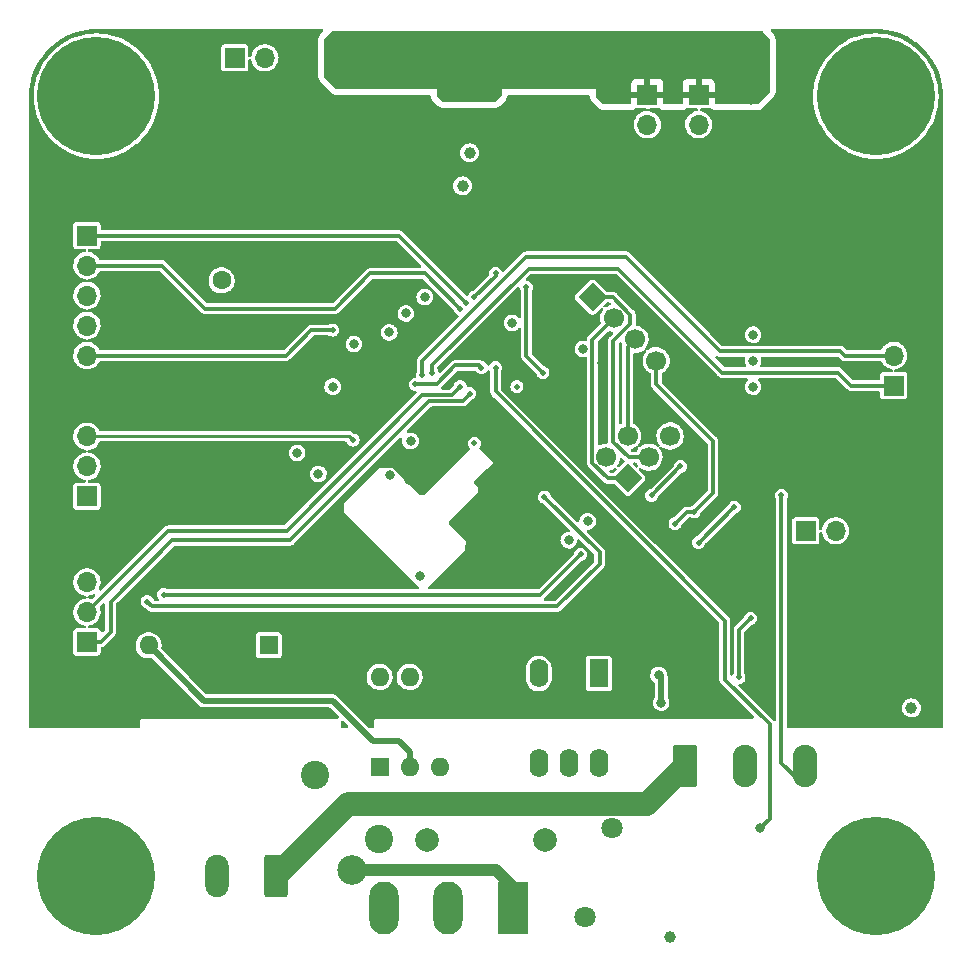
<source format=gbr>
G04 #@! TF.GenerationSoftware,KiCad,Pcbnew,5.99.0-unknown-fecb53b64f~142~ubuntu21.04.1*
G04 #@! TF.CreationDate,2021-10-23T16:59:13+04:00*
G04 #@! TF.ProjectId,BEEIRON v0.03,42454549-524f-44e2-9076-302e30332e6b,rev?*
G04 #@! TF.SameCoordinates,Original*
G04 #@! TF.FileFunction,Copper,L4,Bot*
G04 #@! TF.FilePolarity,Positive*
%FSLAX46Y46*%
G04 Gerber Fmt 4.6, Leading zero omitted, Abs format (unit mm)*
G04 Created by KiCad (PCBNEW 5.99.0-unknown-fecb53b64f~142~ubuntu21.04.1) date 2021-10-23 16:59:13*
%MOMM*%
%LPD*%
G01*
G04 APERTURE LIST*
G04 Aperture macros list*
%AMRoundRect*
0 Rectangle with rounded corners*
0 $1 Rounding radius*
0 $2 $3 $4 $5 $6 $7 $8 $9 X,Y pos of 4 corners*
0 Add a 4 corners polygon primitive as box body*
4,1,4,$2,$3,$4,$5,$6,$7,$8,$9,$2,$3,0*
0 Add four circle primitives for the rounded corners*
1,1,$1+$1,$2,$3*
1,1,$1+$1,$4,$5*
1,1,$1+$1,$6,$7*
1,1,$1+$1,$8,$9*
0 Add four rect primitives between the rounded corners*
20,1,$1+$1,$2,$3,$4,$5,0*
20,1,$1+$1,$4,$5,$6,$7,0*
20,1,$1+$1,$6,$7,$8,$9,0*
20,1,$1+$1,$8,$9,$2,$3,0*%
%AMHorizOval*
0 Thick line with rounded ends*
0 $1 width*
0 $2 $3 position (X,Y) of the first rounded end (center of the circle)*
0 $4 $5 position (X,Y) of the second rounded end (center of the circle)*
0 Add line between two ends*
20,1,$1,$2,$3,$4,$5,0*
0 Add two circle primitives to create the rounded ends*
1,1,$1,$2,$3*
1,1,$1,$4,$5*%
%AMRotRect*
0 Rectangle, with rotation*
0 The origin of the aperture is its center*
0 $1 length*
0 $2 width*
0 $3 Rotation angle, in degrees counterclockwise*
0 Add horizontal line*
21,1,$1,$2,0,0,$3*%
G04 Aperture macros list end*
G04 #@! TA.AperFunction,ComponentPad*
%ADD10C,1.600000*%
G04 #@! TD*
G04 #@! TA.AperFunction,ComponentPad*
%ADD11C,2.000000*%
G04 #@! TD*
G04 #@! TA.AperFunction,ComponentPad*
%ADD12R,1.700000X1.700000*%
G04 #@! TD*
G04 #@! TA.AperFunction,ComponentPad*
%ADD13O,1.700000X1.700000*%
G04 #@! TD*
G04 #@! TA.AperFunction,ComponentPad*
%ADD14C,0.900000*%
G04 #@! TD*
G04 #@! TA.AperFunction,ComponentPad*
%ADD15C,10.000000*%
G04 #@! TD*
G04 #@! TA.AperFunction,ComponentPad*
%ADD16C,2.400000*%
G04 #@! TD*
G04 #@! TA.AperFunction,ComponentPad*
%ADD17HorizOval,2.400000X0.000000X0.000000X0.000000X0.000000X0*%
G04 #@! TD*
G04 #@! TA.AperFunction,ComponentPad*
%ADD18R,1.600000X1.600000*%
G04 #@! TD*
G04 #@! TA.AperFunction,ComponentPad*
%ADD19O,1.600000X1.600000*%
G04 #@! TD*
G04 #@! TA.AperFunction,ComponentPad*
%ADD20RoundRect,0.249999X-0.790001X-1.550001X0.790001X-1.550001X0.790001X1.550001X-0.790001X1.550001X0*%
G04 #@! TD*
G04 #@! TA.AperFunction,ComponentPad*
%ADD21O,2.080000X3.600000*%
G04 #@! TD*
G04 #@! TA.AperFunction,ComponentPad*
%ADD22RotRect,1.700000X1.700000X135.000000*%
G04 #@! TD*
G04 #@! TA.AperFunction,ComponentPad*
%ADD23HorizOval,1.700000X0.000000X0.000000X0.000000X0.000000X0*%
G04 #@! TD*
G04 #@! TA.AperFunction,ComponentPad*
%ADD24R,1.600000X2.400000*%
G04 #@! TD*
G04 #@! TA.AperFunction,ComponentPad*
%ADD25O,1.600000X2.400000*%
G04 #@! TD*
G04 #@! TA.AperFunction,ComponentPad*
%ADD26R,2.500000X4.500000*%
G04 #@! TD*
G04 #@! TA.AperFunction,ComponentPad*
%ADD27O,2.500000X4.500000*%
G04 #@! TD*
G04 #@! TA.AperFunction,ComponentPad*
%ADD28RoundRect,0.250000X0.750000X1.550000X-0.750000X1.550000X-0.750000X-1.550000X0.750000X-1.550000X0*%
G04 #@! TD*
G04 #@! TA.AperFunction,ComponentPad*
%ADD29O,2.000000X3.600000*%
G04 #@! TD*
G04 #@! TA.AperFunction,ComponentPad*
%ADD30C,1.800000*%
G04 #@! TD*
G04 #@! TA.AperFunction,ComponentPad*
%ADD31RotRect,1.700000X1.700000X45.000000*%
G04 #@! TD*
G04 #@! TA.AperFunction,ComponentPad*
%ADD32HorizOval,1.700000X0.000000X0.000000X0.000000X0.000000X0*%
G04 #@! TD*
G04 #@! TA.AperFunction,ViaPad*
%ADD33C,0.800000*%
G04 #@! TD*
G04 #@! TA.AperFunction,ViaPad*
%ADD34C,1.000000*%
G04 #@! TD*
G04 #@! TA.AperFunction,ViaPad*
%ADD35C,0.500000*%
G04 #@! TD*
G04 #@! TA.AperFunction,ViaPad*
%ADD36C,2.500000*%
G04 #@! TD*
G04 #@! TA.AperFunction,Conductor*
%ADD37C,0.500000*%
G04 #@! TD*
G04 #@! TA.AperFunction,Conductor*
%ADD38C,0.300000*%
G04 #@! TD*
G04 #@! TA.AperFunction,Conductor*
%ADD39C,0.250000*%
G04 #@! TD*
G04 #@! TA.AperFunction,Conductor*
%ADD40C,2.000000*%
G04 #@! TD*
G04 #@! TA.AperFunction,Conductor*
%ADD41C,1.000000*%
G04 #@! TD*
G04 APERTURE END LIST*
D10*
X119600000Y-79600000D03*
X123100000Y-79600000D03*
D11*
X137000000Y-127000000D03*
X147000000Y-127000000D03*
D12*
X176500000Y-88500000D03*
D13*
X176500000Y-85960000D03*
X176500000Y-83420000D03*
D12*
X169060000Y-100800000D03*
D13*
X171600000Y-100800000D03*
X174140000Y-100800000D03*
D12*
X160000000Y-63875000D03*
D13*
X160000000Y-66415000D03*
X160000000Y-68955000D03*
D12*
X120725000Y-60750000D03*
D13*
X123265000Y-60750000D03*
D14*
X177651650Y-66651650D03*
X175000000Y-60250000D03*
X172348350Y-61348350D03*
X178750000Y-64000000D03*
X171250000Y-64000000D03*
X172348350Y-66651650D03*
D15*
X175000000Y-64000000D03*
D14*
X177651650Y-61348350D03*
X175000000Y-67750000D03*
D16*
X127518056Y-121518056D03*
D17*
X132906210Y-126906210D03*
D12*
X155652393Y-63874870D03*
D13*
X155652393Y-66414870D03*
X155652393Y-68954870D03*
D18*
X132975000Y-120800000D03*
D19*
X135515000Y-120800000D03*
X138055000Y-120800000D03*
X138055000Y-113180000D03*
X135515000Y-113180000D03*
X132975000Y-113180000D03*
D20*
X158840000Y-120700000D03*
D21*
X163920000Y-120700000D03*
X169000000Y-120700000D03*
D22*
X153979773Y-96362329D03*
D23*
X152183722Y-94566278D03*
X155775824Y-94566278D03*
X153979773Y-92770227D03*
X157571875Y-92770227D03*
X155775824Y-90974175D03*
D14*
X106348350Y-61348350D03*
X112750000Y-64000000D03*
X106348350Y-66651650D03*
X109000000Y-67750000D03*
X111651650Y-66651650D03*
D15*
X109000000Y-64000000D03*
D14*
X105250000Y-64000000D03*
X111651650Y-61348350D03*
X109000000Y-60250000D03*
D24*
X151525000Y-112880000D03*
D25*
X148985000Y-112880000D03*
X146445000Y-112880000D03*
X146445000Y-120500000D03*
X148985000Y-120500000D03*
X151525000Y-120500000D03*
D26*
X144250000Y-132750000D03*
D27*
X138800000Y-132750000D03*
X133350000Y-132750000D03*
D12*
X108200000Y-110220000D03*
D13*
X108200000Y-107680000D03*
X108200000Y-105140000D03*
X108200000Y-102600000D03*
D14*
X175000000Y-126250000D03*
D15*
X175000000Y-130000000D03*
D14*
X172348350Y-132651650D03*
X175000000Y-133750000D03*
X171250000Y-130000000D03*
X172348350Y-127348350D03*
X178750000Y-130000000D03*
X177651650Y-132651650D03*
X177651650Y-127348350D03*
D12*
X108200000Y-97880000D03*
D13*
X108200000Y-95340000D03*
X108200000Y-92800000D03*
X108200000Y-90260000D03*
D28*
X124200000Y-130000000D03*
D29*
X119200000Y-130000000D03*
D18*
X123580000Y-110500000D03*
D19*
X113420000Y-110500000D03*
D12*
X108200000Y-75800000D03*
D13*
X108200000Y-78340000D03*
X108200000Y-80880000D03*
X108200000Y-83420000D03*
X108200000Y-85960000D03*
D14*
X112750000Y-130000000D03*
X106348350Y-127348350D03*
X109000000Y-126250000D03*
X109000000Y-133750000D03*
X106348350Y-132651650D03*
X111651650Y-127348350D03*
D15*
X109000000Y-130000000D03*
D14*
X111651650Y-132651650D03*
X105250000Y-130000000D03*
D30*
X150350000Y-133500000D03*
X152650000Y-126000000D03*
D31*
X151007898Y-81007898D03*
D32*
X152803949Y-82803949D03*
X154600000Y-84600000D03*
X156396052Y-86396052D03*
D33*
X147400000Y-82200000D03*
X148800000Y-83600000D03*
D34*
X147000000Y-71400000D03*
D33*
X154400000Y-105000000D03*
D34*
X157600000Y-135200000D03*
X149200000Y-71400000D03*
D33*
X158800000Y-106800000D03*
X106125000Y-114500000D03*
X133860000Y-96110000D03*
X139400000Y-91500000D03*
X136400000Y-104600000D03*
D34*
X144200000Y-68800000D03*
D33*
X135500000Y-96500000D03*
X140500000Y-92600000D03*
D34*
X124600000Y-79600000D03*
X124200000Y-74200000D03*
X164400000Y-66000000D03*
D33*
X134300000Y-94500000D03*
D34*
X148000000Y-64800000D03*
X179600000Y-115800000D03*
D33*
X147600000Y-80200000D03*
X157400000Y-112200000D03*
X154400000Y-106400000D03*
X151800000Y-86600000D03*
D35*
X144000000Y-88000000D03*
D34*
X154500000Y-59500000D03*
X159000000Y-61500000D03*
X144000000Y-61500000D03*
D33*
X164600000Y-88600000D03*
X136800000Y-81000000D03*
D34*
X131500000Y-61500000D03*
X161000000Y-61500000D03*
D33*
X150600000Y-100000000D03*
D34*
X165000000Y-59500000D03*
D33*
X126000000Y-94200000D03*
D35*
X141000000Y-93400000D03*
D34*
X159000000Y-59500000D03*
X140000000Y-71600000D03*
X142400000Y-63400000D03*
X131500000Y-59500000D03*
X154500000Y-61500000D03*
D33*
X164600000Y-84200000D03*
D34*
X138800000Y-63400000D03*
X135500000Y-59500000D03*
X165000000Y-61500000D03*
X137500000Y-59500000D03*
X152000000Y-61500000D03*
X149000000Y-62200000D03*
D33*
X135600000Y-93200000D03*
D34*
X140600000Y-62800000D03*
D33*
X149000000Y-101600000D03*
D34*
X137500000Y-61500000D03*
X133500000Y-59500000D03*
X150000000Y-59500000D03*
X163000000Y-59500000D03*
X146000000Y-59500000D03*
X163000000Y-61500000D03*
X147000000Y-62200000D03*
X142000000Y-59200000D03*
X161000000Y-59500000D03*
X133500000Y-61500000D03*
D33*
X130800000Y-85000000D03*
X144200000Y-83200000D03*
D34*
X178000000Y-115800000D03*
X140600000Y-68800000D03*
X156500000Y-61500000D03*
D35*
X144600000Y-88600000D03*
D34*
X144000000Y-59500000D03*
D33*
X133800000Y-84000000D03*
X150200000Y-85400000D03*
X164600000Y-86400000D03*
X129000000Y-88600000D03*
D34*
X129500000Y-61500000D03*
X148000000Y-59500000D03*
D33*
X127800000Y-96000000D03*
D34*
X139600000Y-59200000D03*
D33*
X135200000Y-82400000D03*
D34*
X164400000Y-64200000D03*
X135500000Y-61500000D03*
X156500000Y-59500000D03*
X129500000Y-59500000D03*
X152000000Y-59500000D03*
D35*
X158000000Y-100200000D03*
X159600000Y-99200000D03*
X158452641Y-95347359D03*
X156000000Y-97800000D03*
X136600000Y-87600000D03*
X137400000Y-87400000D03*
X140600000Y-89200000D03*
X139800000Y-88600000D03*
X146939303Y-97939303D03*
X113300000Y-106800000D03*
X150000000Y-102800000D03*
X114700000Y-106200000D03*
X130725000Y-93125000D03*
X139800000Y-82000000D03*
X136000000Y-88400000D03*
X141600000Y-87000000D03*
X145400000Y-80200000D03*
X146800000Y-87400000D03*
X141000000Y-81000000D03*
X142800000Y-79000000D03*
X129000000Y-83800000D03*
D33*
X156815204Y-115349500D03*
X156600000Y-113000000D03*
D35*
X160000000Y-101800000D03*
X163000000Y-98800000D03*
X167000000Y-97800000D03*
X140291689Y-81502460D03*
X164400000Y-108200000D03*
X163400000Y-113200000D03*
X142800000Y-87000000D03*
D33*
X165200000Y-126000000D03*
D36*
X130600000Y-129500000D03*
D37*
X113420000Y-110500000D02*
X118120000Y-115200000D01*
X134600000Y-118600000D02*
X135515000Y-119515000D01*
X132400000Y-118600000D02*
X134600000Y-118600000D01*
X118120000Y-115200000D02*
X129000000Y-115200000D01*
X135515000Y-119515000D02*
X135515000Y-120800000D01*
X129000000Y-115200000D02*
X132400000Y-118600000D01*
D38*
X156396052Y-88396052D02*
X161200000Y-93200000D01*
X161200000Y-97600000D02*
X159600000Y-99200000D01*
X159000000Y-99200000D02*
X158000000Y-100200000D01*
X159600000Y-99200000D02*
X159000000Y-99200000D01*
X156396052Y-86396052D02*
X156396052Y-88396052D01*
X161200000Y-93200000D02*
X161200000Y-97600000D01*
X151007898Y-81007898D02*
X152704264Y-81007898D01*
X154200000Y-82503634D02*
X154200000Y-83303634D01*
X152780262Y-93267082D02*
X154079458Y-94566278D01*
X154079458Y-94566278D02*
X155775824Y-94566278D01*
X152704264Y-81007898D02*
X154200000Y-82503634D01*
X152780262Y-84723372D02*
X152780262Y-93267082D01*
X154200000Y-83303634D02*
X152780262Y-84723372D01*
X154600000Y-84600000D02*
X153979773Y-85220227D01*
X156000000Y-97800000D02*
X158452641Y-95347359D01*
X153979773Y-85220227D02*
X153979773Y-92770227D01*
X136600000Y-86400000D02*
X145400000Y-77600000D01*
X145400000Y-77600000D02*
X153800000Y-77600000D01*
X172000000Y-85600000D02*
X172360000Y-85960000D01*
X153800000Y-77600000D02*
X161800000Y-85600000D01*
X172360000Y-85960000D02*
X176500000Y-85960000D01*
X136600000Y-87600000D02*
X136600000Y-86400000D01*
X161800000Y-85600000D02*
X172000000Y-85600000D01*
X162000000Y-87400000D02*
X171800000Y-87400000D01*
X145600000Y-78600000D02*
X153200000Y-78600000D01*
X172900000Y-88500000D02*
X176500000Y-88500000D01*
X137400000Y-86800000D02*
X145600000Y-78600000D01*
X153200000Y-78600000D02*
X162000000Y-87400000D01*
X137400000Y-87400000D02*
X137400000Y-86800000D01*
X171800000Y-87400000D02*
X172900000Y-88500000D01*
X137200978Y-89799022D02*
X125400000Y-101600000D01*
X125400000Y-101600000D02*
X115400000Y-101600000D01*
X109350000Y-110220000D02*
X108200000Y-110220000D01*
X115400000Y-101600000D02*
X110200000Y-106800000D01*
X140600000Y-89200000D02*
X140000978Y-89799022D01*
X110200000Y-106800000D02*
X110200000Y-109370000D01*
X110200000Y-109370000D02*
X109350000Y-110220000D01*
X140000978Y-89799022D02*
X137200978Y-89799022D01*
X125106415Y-100800000D02*
X115080000Y-100800000D01*
X139800000Y-88600000D02*
X139100489Y-89299511D01*
X139100489Y-89299511D02*
X136606904Y-89299511D01*
X136606904Y-89299511D02*
X125106415Y-100800000D01*
X115080000Y-100800000D02*
X108200000Y-107680000D01*
X152803949Y-82803949D02*
X150984211Y-84623687D01*
X150984211Y-84623687D02*
X150984211Y-95063133D01*
X152283407Y-96362329D02*
X153979773Y-96362329D01*
X150984211Y-95063133D02*
X152283407Y-96362329D01*
X146939303Y-97939303D02*
X151600000Y-102600000D01*
X151600000Y-102600000D02*
X151600000Y-103600000D01*
X151600000Y-103600000D02*
X148000000Y-107200000D01*
X148000000Y-107200000D02*
X113700000Y-107200000D01*
X113700000Y-107200000D02*
X113300000Y-106800000D01*
X114700000Y-106200000D02*
X146600000Y-106200000D01*
X146600000Y-106200000D02*
X150000000Y-102800000D01*
D39*
X130400000Y-92800000D02*
X130725000Y-93125000D01*
X108200000Y-92800000D02*
X130400000Y-92800000D01*
D38*
X136800000Y-79000000D02*
X139800000Y-82000000D01*
X114540000Y-78340000D02*
X118200000Y-82000000D01*
X108200000Y-78340000D02*
X114540000Y-78340000D01*
X118200000Y-82000000D02*
X129200000Y-82000000D01*
X129200000Y-82000000D02*
X132200000Y-79000000D01*
X132200000Y-79000000D02*
X136800000Y-79000000D01*
X141400000Y-86800000D02*
X141600000Y-87000000D01*
X136000000Y-88400000D02*
X137800000Y-88400000D01*
X137800000Y-88400000D02*
X139400000Y-86800000D01*
X139400000Y-86800000D02*
X141400000Y-86800000D01*
X145400000Y-86000000D02*
X145400000Y-80200000D01*
X146800000Y-87400000D02*
X145400000Y-86000000D01*
X141000000Y-81000000D02*
X142800000Y-79200000D01*
X125040000Y-85960000D02*
X127200000Y-83800000D01*
X125040000Y-85960000D02*
X108200000Y-85960000D01*
X142800000Y-79200000D02*
X142800000Y-79000000D01*
X127200000Y-83800000D02*
X129000000Y-83800000D01*
D40*
X155639511Y-123900489D02*
X158840000Y-120700000D01*
X130299511Y-123900489D02*
X155639511Y-123900489D01*
X124200000Y-130000000D02*
X130299511Y-123900489D01*
D37*
X156815204Y-113215204D02*
X156815204Y-115349500D01*
X156600000Y-113000000D02*
X156815204Y-113215204D01*
D38*
X168560000Y-122000000D02*
X167000000Y-120440000D01*
X163000000Y-98800000D02*
X160000000Y-101800000D01*
X167000000Y-120440000D02*
X167000000Y-97800000D01*
X140291689Y-81502460D02*
X134589228Y-75800000D01*
X134589228Y-75800000D02*
X108200000Y-75800000D01*
X164400000Y-108200000D02*
X163400000Y-109200000D01*
X163400000Y-109200000D02*
X163400000Y-113200000D01*
X162200000Y-113400000D02*
X166000000Y-117200000D01*
X166000000Y-125200000D02*
X165200000Y-126000000D01*
X142800000Y-87000000D02*
X142800000Y-89000000D01*
X162200000Y-108400000D02*
X162200000Y-113400000D01*
X142800000Y-89000000D02*
X162200000Y-108400000D01*
X166000000Y-117200000D02*
X166000000Y-125200000D01*
D41*
X142800000Y-129500000D02*
X144250000Y-130950000D01*
X144250000Y-130950000D02*
X144250000Y-132750000D01*
X130600000Y-129500000D02*
X142800000Y-129500000D01*
G04 #@! TA.AperFunction,Conductor*
G36*
X165415931Y-58520002D02*
G01*
X165436905Y-58536905D01*
X165963095Y-59063095D01*
X165997121Y-59125407D01*
X166000000Y-59152190D01*
X166000000Y-63647810D01*
X165979998Y-63715931D01*
X165963095Y-63736905D01*
X165036905Y-64663095D01*
X164974593Y-64697121D01*
X164947810Y-64700000D01*
X161484000Y-64700000D01*
X161415879Y-64679998D01*
X161369386Y-64626342D01*
X161358000Y-64574000D01*
X161358000Y-64147115D01*
X161353525Y-64131876D01*
X161352135Y-64130671D01*
X161344452Y-64129000D01*
X158660116Y-64129000D01*
X158644877Y-64133475D01*
X158643672Y-64134865D01*
X158642001Y-64142548D01*
X158642001Y-64574000D01*
X158621999Y-64642121D01*
X158568343Y-64688614D01*
X158516001Y-64700000D01*
X157136393Y-64700000D01*
X157068272Y-64679998D01*
X157021779Y-64626342D01*
X157010393Y-64574000D01*
X157010393Y-64146985D01*
X157005918Y-64131746D01*
X157004528Y-64130541D01*
X156996845Y-64128870D01*
X154312509Y-64128870D01*
X154297270Y-64133345D01*
X154296065Y-64134735D01*
X154294394Y-64142418D01*
X154294394Y-64574000D01*
X154274392Y-64642121D01*
X154220736Y-64688614D01*
X154168394Y-64700000D01*
X152002190Y-64700000D01*
X151934069Y-64679998D01*
X151913095Y-64663095D01*
X151300000Y-64050000D01*
X151300000Y-63602755D01*
X154294393Y-63602755D01*
X154298868Y-63617994D01*
X154300258Y-63619199D01*
X154307941Y-63620870D01*
X155380278Y-63620870D01*
X155395517Y-63616395D01*
X155396722Y-63615005D01*
X155398393Y-63607322D01*
X155398393Y-63602755D01*
X155906393Y-63602755D01*
X155910868Y-63617994D01*
X155912258Y-63619199D01*
X155919941Y-63620870D01*
X156992277Y-63620870D01*
X157007516Y-63616395D01*
X157008721Y-63615005D01*
X157010392Y-63607322D01*
X157010392Y-63602885D01*
X158642000Y-63602885D01*
X158646475Y-63618124D01*
X158647865Y-63619329D01*
X158655548Y-63621000D01*
X159727885Y-63621000D01*
X159743124Y-63616525D01*
X159744329Y-63615135D01*
X159746000Y-63607452D01*
X159746000Y-63602885D01*
X160254000Y-63602885D01*
X160258475Y-63618124D01*
X160259865Y-63619329D01*
X160267548Y-63621000D01*
X161339884Y-63621000D01*
X161355123Y-63616525D01*
X161356328Y-63615135D01*
X161357999Y-63607452D01*
X161357999Y-62980331D01*
X161357629Y-62973510D01*
X161352105Y-62922648D01*
X161348479Y-62907396D01*
X161303324Y-62786946D01*
X161294786Y-62771351D01*
X161218285Y-62669276D01*
X161205724Y-62656715D01*
X161103649Y-62580214D01*
X161088054Y-62571676D01*
X160967606Y-62526522D01*
X160952351Y-62522895D01*
X160901486Y-62517369D01*
X160894672Y-62517000D01*
X160272115Y-62517000D01*
X160256876Y-62521475D01*
X160255671Y-62522865D01*
X160254000Y-62530548D01*
X160254000Y-63602885D01*
X159746000Y-63602885D01*
X159746000Y-62535116D01*
X159741525Y-62519877D01*
X159740135Y-62518672D01*
X159732452Y-62517001D01*
X159105331Y-62517001D01*
X159098510Y-62517371D01*
X159047648Y-62522895D01*
X159032396Y-62526521D01*
X158911946Y-62571676D01*
X158896351Y-62580214D01*
X158794276Y-62656715D01*
X158781715Y-62669276D01*
X158705214Y-62771351D01*
X158696676Y-62786946D01*
X158651522Y-62907394D01*
X158647895Y-62922649D01*
X158642369Y-62973514D01*
X158642000Y-62980328D01*
X158642000Y-63602885D01*
X157010392Y-63602885D01*
X157010392Y-62980201D01*
X157010022Y-62973380D01*
X157004498Y-62922518D01*
X157000872Y-62907266D01*
X156955717Y-62786816D01*
X156947179Y-62771221D01*
X156870678Y-62669146D01*
X156858117Y-62656585D01*
X156756042Y-62580084D01*
X156740447Y-62571546D01*
X156619999Y-62526392D01*
X156604744Y-62522765D01*
X156553879Y-62517239D01*
X156547065Y-62516870D01*
X155924508Y-62516870D01*
X155909269Y-62521345D01*
X155908064Y-62522735D01*
X155906393Y-62530418D01*
X155906393Y-63602755D01*
X155398393Y-63602755D01*
X155398393Y-62534986D01*
X155393918Y-62519747D01*
X155392528Y-62518542D01*
X155384845Y-62516871D01*
X154757724Y-62516871D01*
X154750903Y-62517241D01*
X154700041Y-62522765D01*
X154684789Y-62526391D01*
X154564339Y-62571546D01*
X154548744Y-62580084D01*
X154446669Y-62656585D01*
X154434108Y-62669146D01*
X154357607Y-62771221D01*
X154349069Y-62786816D01*
X154303915Y-62907264D01*
X154300288Y-62922519D01*
X154294762Y-62973384D01*
X154294393Y-62980198D01*
X154294393Y-63602755D01*
X151300000Y-63602755D01*
X151300000Y-63400000D01*
X143300000Y-63400000D01*
X143300000Y-63950000D01*
X142786905Y-64463095D01*
X142724593Y-64497121D01*
X142697810Y-64500000D01*
X138402190Y-64500000D01*
X138334069Y-64479998D01*
X138313095Y-64463095D01*
X137800000Y-63950000D01*
X137800000Y-63400000D01*
X129352190Y-63400000D01*
X129284069Y-63379998D01*
X129263095Y-63363095D01*
X128336905Y-62436905D01*
X128302879Y-62374593D01*
X128300000Y-62347810D01*
X128300000Y-59152190D01*
X128320002Y-59084069D01*
X128336905Y-59063095D01*
X128863095Y-58536905D01*
X128925407Y-58502879D01*
X128952190Y-58500000D01*
X165347810Y-58500000D01*
X165415931Y-58520002D01*
G37*
G04 #@! TD.AperFunction*
G04 #@! TA.AperFunction,Conductor*
G36*
X128156825Y-58320002D02*
G01*
X128203318Y-58373658D01*
X128213422Y-58443932D01*
X128183928Y-58508512D01*
X128177799Y-58515095D01*
X127983352Y-58709542D01*
X127947594Y-58749348D01*
X127930691Y-58770322D01*
X127899375Y-58813749D01*
X127840255Y-58943204D01*
X127820253Y-59011325D01*
X127819613Y-59015774D01*
X127819612Y-59015780D01*
X127800639Y-59147742D01*
X127800638Y-59147749D01*
X127800000Y-59152190D01*
X127800000Y-62347810D01*
X127802864Y-62401249D01*
X127805743Y-62428032D01*
X127814307Y-62480882D01*
X127864043Y-62614223D01*
X127866196Y-62618166D01*
X127866197Y-62618168D01*
X127895913Y-62672587D01*
X127898069Y-62676535D01*
X127900764Y-62680135D01*
X127980655Y-62786856D01*
X127980659Y-62786861D01*
X127983352Y-62790458D01*
X128909542Y-63716648D01*
X128949348Y-63752406D01*
X128970322Y-63769309D01*
X129013749Y-63800625D01*
X129143204Y-63859745D01*
X129166958Y-63866720D01*
X129207002Y-63878478D01*
X129207006Y-63878479D01*
X129211325Y-63879747D01*
X129215774Y-63880387D01*
X129215780Y-63880388D01*
X129347742Y-63899361D01*
X129347749Y-63899362D01*
X129352190Y-63900000D01*
X137181445Y-63900000D01*
X137249566Y-63920002D01*
X137296059Y-63973658D01*
X137306723Y-64012531D01*
X137311427Y-64056283D01*
X137361161Y-64189624D01*
X137366560Y-64196836D01*
X137366561Y-64196838D01*
X137388733Y-64226456D01*
X137446447Y-64303553D01*
X137959542Y-64816648D01*
X137999348Y-64852406D01*
X138020322Y-64869309D01*
X138063749Y-64900625D01*
X138193204Y-64959745D01*
X138216958Y-64966720D01*
X138257002Y-64978478D01*
X138257006Y-64978479D01*
X138261325Y-64979747D01*
X138265774Y-64980387D01*
X138265780Y-64980388D01*
X138397742Y-64999361D01*
X138397749Y-64999362D01*
X138402190Y-65000000D01*
X142697810Y-65000000D01*
X142730829Y-64998230D01*
X142749555Y-64997227D01*
X142749563Y-64997226D01*
X142751249Y-64997136D01*
X142762383Y-64995939D01*
X142776368Y-64994436D01*
X142776373Y-64994435D01*
X142778032Y-64994257D01*
X142830882Y-64985693D01*
X142880199Y-64967298D01*
X142960009Y-64937529D01*
X142960011Y-64937528D01*
X142964223Y-64935957D01*
X142991067Y-64921299D01*
X143022587Y-64904087D01*
X143022589Y-64904086D01*
X143026535Y-64901931D01*
X143094204Y-64851274D01*
X143136856Y-64819345D01*
X143136861Y-64819341D01*
X143140458Y-64816648D01*
X143653553Y-64303553D01*
X143655666Y-64300930D01*
X143655674Y-64300922D01*
X143715682Y-64226456D01*
X143720627Y-64220320D01*
X143779746Y-64090866D01*
X143791651Y-64008068D01*
X143821144Y-63943487D01*
X143880870Y-63905104D01*
X143916368Y-63900000D01*
X150674000Y-63900000D01*
X150742121Y-63920002D01*
X150788614Y-63973658D01*
X150800000Y-64026000D01*
X150800000Y-64050000D01*
X150811427Y-64156283D01*
X150861161Y-64289624D01*
X150866560Y-64296836D01*
X150866561Y-64296838D01*
X150871588Y-64303553D01*
X150946447Y-64403553D01*
X151559542Y-65016648D01*
X151560798Y-65017777D01*
X151560803Y-65017781D01*
X151567284Y-65023603D01*
X151599348Y-65052406D01*
X151620322Y-65069309D01*
X151663749Y-65100625D01*
X151793204Y-65159745D01*
X151816958Y-65166720D01*
X151857002Y-65178478D01*
X151857006Y-65178479D01*
X151861325Y-65179747D01*
X151865774Y-65180387D01*
X151865780Y-65180388D01*
X151997742Y-65199361D01*
X151997749Y-65199362D01*
X152002190Y-65200000D01*
X154168394Y-65200000D01*
X154171741Y-65199640D01*
X154171744Y-65199640D01*
X154271310Y-65188936D01*
X154271316Y-65188935D01*
X154274674Y-65188574D01*
X154283372Y-65186682D01*
X154323735Y-65177902D01*
X154323740Y-65177901D01*
X154327016Y-65177188D01*
X154428443Y-65143430D01*
X154548166Y-65066489D01*
X154583621Y-65035767D01*
X154648202Y-65006274D01*
X154717082Y-65015752D01*
X154732066Y-65022376D01*
X154757747Y-65025370D01*
X155467381Y-65025370D01*
X155535502Y-65045372D01*
X155581995Y-65099028D01*
X155592099Y-65169302D01*
X155562605Y-65233882D01*
X155502879Y-65272266D01*
X155488719Y-65275550D01*
X155359043Y-65297832D01*
X155359042Y-65297832D01*
X155353346Y-65298811D01*
X155154968Y-65371997D01*
X155150007Y-65374949D01*
X155150006Y-65374949D01*
X155132482Y-65385375D01*
X154973249Y-65480108D01*
X154814274Y-65619525D01*
X154683369Y-65785578D01*
X154680680Y-65790689D01*
X154680678Y-65790692D01*
X154668097Y-65814605D01*
X154584916Y-65972706D01*
X154522213Y-66174643D01*
X154497360Y-66384624D01*
X154511189Y-66595619D01*
X154512610Y-66601215D01*
X154512611Y-66601220D01*
X154535177Y-66690070D01*
X154563238Y-66800560D01*
X154565655Y-66805803D01*
X154604409Y-66889868D01*
X154651762Y-66992584D01*
X154773798Y-67165261D01*
X154925258Y-67312807D01*
X154930054Y-67316012D01*
X154930057Y-67316014D01*
X155010922Y-67370046D01*
X155101070Y-67430281D01*
X155106378Y-67432562D01*
X155106379Y-67432562D01*
X155290043Y-67511470D01*
X155290046Y-67511471D01*
X155295346Y-67513748D01*
X155300975Y-67515022D01*
X155300976Y-67515022D01*
X155495943Y-67559139D01*
X155495946Y-67559139D01*
X155501579Y-67560414D01*
X155507350Y-67560641D01*
X155507352Y-67560641D01*
X155569382Y-67563078D01*
X155712863Y-67568716D01*
X155718572Y-67567888D01*
X155718576Y-67567888D01*
X155916408Y-67539203D01*
X155916412Y-67539202D01*
X155922123Y-67538374D01*
X156001380Y-67511470D01*
X156116876Y-67472265D01*
X156116881Y-67472263D01*
X156122348Y-67470407D01*
X156189693Y-67432692D01*
X156301788Y-67369916D01*
X156301792Y-67369913D01*
X156306835Y-67367089D01*
X156469405Y-67231882D01*
X156604612Y-67069312D01*
X156607436Y-67064269D01*
X156607439Y-67064265D01*
X156705106Y-66889868D01*
X156705107Y-66889866D01*
X156707930Y-66884825D01*
X156709786Y-66879358D01*
X156709788Y-66879353D01*
X156774040Y-66690070D01*
X156775897Y-66684600D01*
X156780867Y-66650327D01*
X156805707Y-66479010D01*
X156805707Y-66479008D01*
X156806239Y-66475340D01*
X156807822Y-66414870D01*
X156788474Y-66204310D01*
X156731079Y-66000801D01*
X156720010Y-65978354D01*
X156640112Y-65816339D01*
X156637558Y-65811160D01*
X156511044Y-65641737D01*
X156410679Y-65548960D01*
X156360015Y-65502127D01*
X156360013Y-65502125D01*
X156355774Y-65498207D01*
X156350891Y-65495126D01*
X156181827Y-65388454D01*
X156181826Y-65388454D01*
X156176947Y-65385375D01*
X155980553Y-65307022D01*
X155974896Y-65305897D01*
X155974890Y-65305895D01*
X155819309Y-65274949D01*
X155756399Y-65242042D01*
X155721267Y-65180347D01*
X155725067Y-65109452D01*
X155766592Y-65051866D01*
X155832659Y-65025872D01*
X155843890Y-65025370D01*
X156547039Y-65025370D01*
X156550743Y-65024929D01*
X156550746Y-65024929D01*
X156563854Y-65023369D01*
X156563855Y-65023369D01*
X156573239Y-65022252D01*
X156588841Y-65015322D01*
X156659215Y-65005947D01*
X156722502Y-65035247D01*
X156797952Y-65100625D01*
X156927407Y-65159745D01*
X156951161Y-65166720D01*
X156991205Y-65178478D01*
X156991209Y-65178479D01*
X156995528Y-65179747D01*
X156999977Y-65180387D01*
X156999983Y-65180388D01*
X157131945Y-65199361D01*
X157131952Y-65199362D01*
X157136393Y-65200000D01*
X158516001Y-65200000D01*
X158519348Y-65199640D01*
X158519351Y-65199640D01*
X158618917Y-65188936D01*
X158618923Y-65188935D01*
X158622281Y-65188574D01*
X158630979Y-65186682D01*
X158671342Y-65177902D01*
X158671347Y-65177901D01*
X158674623Y-65177188D01*
X158776050Y-65143430D01*
X158895773Y-65066489D01*
X158913332Y-65051274D01*
X158931131Y-65035852D01*
X158995712Y-65006360D01*
X159064588Y-65015837D01*
X159071007Y-65018675D01*
X159071009Y-65018675D01*
X159079673Y-65022506D01*
X159105354Y-65025500D01*
X159814988Y-65025500D01*
X159883109Y-65045502D01*
X159929602Y-65099158D01*
X159939706Y-65169432D01*
X159910212Y-65234012D01*
X159850486Y-65272396D01*
X159836326Y-65275680D01*
X159706650Y-65297962D01*
X159706649Y-65297962D01*
X159700953Y-65298941D01*
X159502575Y-65372127D01*
X159497614Y-65375079D01*
X159497613Y-65375079D01*
X159480089Y-65385505D01*
X159320856Y-65480238D01*
X159161881Y-65619655D01*
X159030976Y-65785708D01*
X159028287Y-65790819D01*
X159028285Y-65790822D01*
X158978400Y-65885638D01*
X158932523Y-65972836D01*
X158869820Y-66174773D01*
X158844967Y-66384754D01*
X158858796Y-66595749D01*
X158860217Y-66601345D01*
X158860218Y-66601350D01*
X158882784Y-66690200D01*
X158910845Y-66800690D01*
X158999369Y-66992714D01*
X159121405Y-67165391D01*
X159272865Y-67312937D01*
X159277661Y-67316142D01*
X159277664Y-67316144D01*
X159415397Y-67408174D01*
X159448677Y-67430411D01*
X159453985Y-67432692D01*
X159453986Y-67432692D01*
X159637650Y-67511600D01*
X159637653Y-67511601D01*
X159642953Y-67513878D01*
X159648582Y-67515152D01*
X159648583Y-67515152D01*
X159843550Y-67559269D01*
X159843553Y-67559269D01*
X159849186Y-67560544D01*
X159854957Y-67560771D01*
X159854959Y-67560771D01*
X159916989Y-67563208D01*
X160060470Y-67568846D01*
X160066179Y-67568018D01*
X160066183Y-67568018D01*
X160264015Y-67539333D01*
X160264019Y-67539332D01*
X160269730Y-67538504D01*
X160349370Y-67511470D01*
X160464483Y-67472395D01*
X160464488Y-67472393D01*
X160469955Y-67470537D01*
X160475230Y-67467583D01*
X160649395Y-67370046D01*
X160649399Y-67370043D01*
X160654442Y-67367219D01*
X160817012Y-67232012D01*
X160952219Y-67069442D01*
X160955043Y-67064399D01*
X160955046Y-67064395D01*
X161052713Y-66889998D01*
X161052714Y-66889996D01*
X161055537Y-66884955D01*
X161057393Y-66879488D01*
X161057395Y-66879483D01*
X161121647Y-66690200D01*
X161123504Y-66684730D01*
X161127801Y-66655099D01*
X161153314Y-66479140D01*
X161153314Y-66479138D01*
X161153846Y-66475470D01*
X161155429Y-66415000D01*
X161136081Y-66204440D01*
X161129296Y-66180380D01*
X161080255Y-66006496D01*
X161078686Y-66000931D01*
X161076067Y-65995619D01*
X160987719Y-65816469D01*
X160985165Y-65811290D01*
X160858651Y-65641867D01*
X160703381Y-65498337D01*
X160524554Y-65385505D01*
X160328160Y-65307152D01*
X160322503Y-65306027D01*
X160322497Y-65306025D01*
X160166916Y-65275079D01*
X160104006Y-65242172D01*
X160068874Y-65180477D01*
X160072674Y-65109582D01*
X160114199Y-65051996D01*
X160180266Y-65026002D01*
X160191497Y-65025500D01*
X160894646Y-65025500D01*
X160898350Y-65025059D01*
X160898353Y-65025059D01*
X160911461Y-65023499D01*
X160911462Y-65023499D01*
X160920846Y-65022382D01*
X160936547Y-65015408D01*
X161006921Y-65006033D01*
X161070207Y-65035332D01*
X161145559Y-65100625D01*
X161275014Y-65159745D01*
X161298768Y-65166720D01*
X161338812Y-65178478D01*
X161338816Y-65178479D01*
X161343135Y-65179747D01*
X161347584Y-65180387D01*
X161347590Y-65180388D01*
X161479552Y-65199361D01*
X161479559Y-65199362D01*
X161484000Y-65200000D01*
X164947810Y-65200000D01*
X164980829Y-65198230D01*
X164999555Y-65197227D01*
X164999563Y-65197226D01*
X165001249Y-65197136D01*
X165012383Y-65195939D01*
X165026368Y-65194436D01*
X165026373Y-65194435D01*
X165028032Y-65194257D01*
X165080882Y-65185693D01*
X165130199Y-65167298D01*
X165210009Y-65137529D01*
X165210011Y-65137528D01*
X165214223Y-65135957D01*
X165276535Y-65101931D01*
X165321540Y-65068240D01*
X165386856Y-65019345D01*
X165386861Y-65019341D01*
X165390458Y-65016648D01*
X166316648Y-64090458D01*
X166352406Y-64050652D01*
X166369309Y-64029678D01*
X166390710Y-64000000D01*
X169694450Y-64000000D01*
X169714639Y-64462409D01*
X169715000Y-64465148D01*
X169772670Y-64903196D01*
X169775053Y-64921299D01*
X169875232Y-65373177D01*
X169876060Y-65375802D01*
X169876061Y-65375807D01*
X170013369Y-65811290D01*
X170014414Y-65814605D01*
X170191539Y-66242222D01*
X170405259Y-66652775D01*
X170653948Y-67043138D01*
X170798776Y-67231882D01*
X170902624Y-67367219D01*
X170935713Y-67410342D01*
X171248410Y-67751590D01*
X171589658Y-68064287D01*
X171591820Y-68065946D01*
X171591826Y-68065951D01*
X171604874Y-68075963D01*
X171956862Y-68346052D01*
X172347225Y-68594741D01*
X172757778Y-68808461D01*
X172760319Y-68809513D01*
X172760320Y-68809514D01*
X172791654Y-68822493D01*
X173185395Y-68985586D01*
X173188015Y-68986412D01*
X173188023Y-68986415D01*
X173624193Y-69123939D01*
X173624198Y-69123940D01*
X173626823Y-69124768D01*
X174078701Y-69224947D01*
X174081420Y-69225305D01*
X174081426Y-69225306D01*
X174253504Y-69247960D01*
X174537591Y-69285361D01*
X175000000Y-69305550D01*
X175462409Y-69285361D01*
X175746496Y-69247960D01*
X175918574Y-69225306D01*
X175918580Y-69225305D01*
X175921299Y-69224947D01*
X176373177Y-69124768D01*
X176375802Y-69123940D01*
X176375807Y-69123939D01*
X176811977Y-68986415D01*
X176811985Y-68986412D01*
X176814605Y-68985586D01*
X177208346Y-68822493D01*
X177239680Y-68809514D01*
X177239681Y-68809513D01*
X177242222Y-68808461D01*
X177652775Y-68594741D01*
X178043138Y-68346052D01*
X178395126Y-68075963D01*
X178408174Y-68065951D01*
X178408180Y-68065946D01*
X178410342Y-68064287D01*
X178751590Y-67751590D01*
X179064287Y-67410342D01*
X179097377Y-67367219D01*
X179201224Y-67231882D01*
X179346052Y-67043138D01*
X179594741Y-66652775D01*
X179808461Y-66242222D01*
X179985586Y-65814605D01*
X179986632Y-65811290D01*
X180123939Y-65375807D01*
X180123940Y-65375802D01*
X180124768Y-65373177D01*
X180224947Y-64921299D01*
X180227331Y-64903196D01*
X180285000Y-64465148D01*
X180285361Y-64462409D01*
X180305550Y-64000000D01*
X180285361Y-63537591D01*
X180247960Y-63253504D01*
X180225306Y-63081426D01*
X180225305Y-63081420D01*
X180224947Y-63078701D01*
X180124768Y-62626823D01*
X180115408Y-62597137D01*
X179986415Y-62188023D01*
X179986412Y-62188015D01*
X179985586Y-62185395D01*
X179810293Y-61762201D01*
X179809514Y-61760320D01*
X179809513Y-61760319D01*
X179808461Y-61757778D01*
X179594741Y-61347225D01*
X179346052Y-60956862D01*
X179136798Y-60684156D01*
X179065951Y-60591826D01*
X179065946Y-60591820D01*
X179064287Y-60589658D01*
X178751590Y-60248410D01*
X178410342Y-59935713D01*
X178408180Y-59934054D01*
X178408174Y-59934049D01*
X178258301Y-59819048D01*
X178043138Y-59653948D01*
X177652775Y-59405259D01*
X177242222Y-59191539D01*
X176814605Y-59014414D01*
X176811985Y-59013588D01*
X176811977Y-59013585D01*
X176375807Y-58876061D01*
X176375802Y-58876060D01*
X176373177Y-58875232D01*
X175921299Y-58775053D01*
X175918580Y-58774695D01*
X175918574Y-58774694D01*
X175716479Y-58748088D01*
X175462409Y-58714639D01*
X175000000Y-58694450D01*
X174537591Y-58714639D01*
X174283521Y-58748088D01*
X174081426Y-58774694D01*
X174081420Y-58774695D01*
X174078701Y-58775053D01*
X173626823Y-58875232D01*
X173624198Y-58876060D01*
X173624193Y-58876061D01*
X173188023Y-59013585D01*
X173188015Y-59013588D01*
X173185395Y-59014414D01*
X172757778Y-59191539D01*
X172347225Y-59405259D01*
X171956862Y-59653948D01*
X171741699Y-59819048D01*
X171591826Y-59934049D01*
X171591820Y-59934054D01*
X171589658Y-59935713D01*
X171248410Y-60248410D01*
X170935713Y-60589658D01*
X170934054Y-60591820D01*
X170934049Y-60591826D01*
X170863202Y-60684156D01*
X170653948Y-60956862D01*
X170405259Y-61347225D01*
X170191539Y-61757778D01*
X170190487Y-61760319D01*
X170190486Y-61760320D01*
X170189707Y-61762201D01*
X170014414Y-62185395D01*
X170013588Y-62188015D01*
X170013585Y-62188023D01*
X169884592Y-62597137D01*
X169875232Y-62626823D01*
X169775053Y-63078701D01*
X169774695Y-63081420D01*
X169774694Y-63081426D01*
X169752040Y-63253504D01*
X169714639Y-63537591D01*
X169694450Y-64000000D01*
X166390710Y-64000000D01*
X166400625Y-63986251D01*
X166459745Y-63856796D01*
X166466720Y-63833042D01*
X166478478Y-63792998D01*
X166478479Y-63792994D01*
X166479747Y-63788675D01*
X166480388Y-63784220D01*
X166499361Y-63652258D01*
X166499362Y-63652251D01*
X166500000Y-63647810D01*
X166500000Y-59152190D01*
X166497136Y-59098751D01*
X166494257Y-59071968D01*
X166485693Y-59019118D01*
X166435957Y-58885777D01*
X166430652Y-58876061D01*
X166404087Y-58827413D01*
X166404086Y-58827411D01*
X166401931Y-58823465D01*
X166362148Y-58770322D01*
X166319345Y-58713144D01*
X166319341Y-58713139D01*
X166316648Y-58709542D01*
X166122201Y-58515095D01*
X166088175Y-58452783D01*
X166093240Y-58381968D01*
X166135787Y-58325132D01*
X166202307Y-58300321D01*
X166211296Y-58300000D01*
X174962729Y-58300000D01*
X174984608Y-58301914D01*
X174989144Y-58302714D01*
X174989145Y-58302714D01*
X175000000Y-58304628D01*
X175010859Y-58302713D01*
X175015203Y-58302713D01*
X175034973Y-58301374D01*
X175442267Y-58317377D01*
X175452130Y-58318153D01*
X175886766Y-58369595D01*
X175896537Y-58371143D01*
X176325785Y-58456526D01*
X176335406Y-58458836D01*
X176756631Y-58577634D01*
X176766039Y-58580691D01*
X177176652Y-58732173D01*
X177185790Y-58735958D01*
X177366744Y-58819379D01*
X177583245Y-58919188D01*
X177592060Y-58923679D01*
X177973926Y-59137534D01*
X177982362Y-59142704D01*
X178346266Y-59385856D01*
X178354254Y-59391660D01*
X178373383Y-59406740D01*
X178697964Y-59662620D01*
X178705487Y-59669045D01*
X178780003Y-59737926D01*
X179026885Y-59966141D01*
X179033859Y-59973115D01*
X179170292Y-60120708D01*
X179330955Y-60294513D01*
X179337380Y-60302036D01*
X179360016Y-60330749D01*
X179560631Y-60585227D01*
X179608334Y-60645738D01*
X179614144Y-60653734D01*
X179742651Y-60846059D01*
X179857296Y-61017638D01*
X179862466Y-61026074D01*
X180076321Y-61407940D01*
X180080812Y-61416755D01*
X180260901Y-61807395D01*
X180264041Y-61814207D01*
X180267827Y-61823348D01*
X180419309Y-62233961D01*
X180422366Y-62243369D01*
X180541164Y-62664594D01*
X180543474Y-62674215D01*
X180628857Y-63103463D01*
X180630405Y-63113234D01*
X180681847Y-63547870D01*
X180682623Y-63557733D01*
X180698626Y-63965027D01*
X180697287Y-63984797D01*
X180697287Y-63989141D01*
X180695372Y-64000000D01*
X180697286Y-64010855D01*
X180697286Y-64010856D01*
X180698086Y-64015392D01*
X180700000Y-64037271D01*
X180700000Y-117374000D01*
X180679998Y-117442121D01*
X180626342Y-117488614D01*
X180574000Y-117500000D01*
X167576500Y-117500000D01*
X167508379Y-117479998D01*
X167461886Y-117426342D01*
X167450500Y-117374000D01*
X167450500Y-115788753D01*
X177194514Y-115788753D01*
X177195201Y-115795760D01*
X177195201Y-115795763D01*
X177197434Y-115818532D01*
X177212039Y-115967486D01*
X177214262Y-115974168D01*
X177214262Y-115974169D01*
X177239349Y-116049583D01*
X177268726Y-116137896D01*
X177361759Y-116291512D01*
X177486514Y-116420699D01*
X177636789Y-116519036D01*
X177805116Y-116581636D01*
X177812097Y-116582567D01*
X177812099Y-116582568D01*
X177976149Y-116604457D01*
X177976153Y-116604457D01*
X177983130Y-116605388D01*
X177990142Y-116604750D01*
X177990146Y-116604750D01*
X178154960Y-116589751D01*
X178154961Y-116589751D01*
X178161981Y-116589112D01*
X178332782Y-116533615D01*
X178363714Y-116515176D01*
X178480992Y-116445265D01*
X178480994Y-116445264D01*
X178487044Y-116441657D01*
X178617099Y-116317807D01*
X178634570Y-116291512D01*
X178712582Y-116174093D01*
X178716483Y-116168222D01*
X178761872Y-116048735D01*
X178777757Y-116006919D01*
X178777758Y-116006914D01*
X178780257Y-116000336D01*
X178805251Y-115822493D01*
X178805417Y-115810583D01*
X178805510Y-115803963D01*
X178805510Y-115803958D01*
X178805565Y-115800000D01*
X178785546Y-115621528D01*
X178779427Y-115603955D01*
X178728803Y-115458584D01*
X178726485Y-115451927D01*
X178659915Y-115345392D01*
X178635049Y-115305599D01*
X178631316Y-115299625D01*
X178567771Y-115235635D01*
X178509733Y-115177190D01*
X178509729Y-115177187D01*
X178504770Y-115172193D01*
X178496484Y-115166934D01*
X178446860Y-115135442D01*
X178353136Y-115075963D01*
X178323352Y-115065357D01*
X178190586Y-115018081D01*
X178190581Y-115018080D01*
X178183951Y-115015719D01*
X178176965Y-115014886D01*
X178176961Y-115014885D01*
X178049177Y-114999648D01*
X178005624Y-114994455D01*
X177998621Y-114995191D01*
X177998620Y-114995191D01*
X177834025Y-115012490D01*
X177834021Y-115012491D01*
X177827017Y-115013227D01*
X177820346Y-115015498D01*
X177663677Y-115068832D01*
X177663674Y-115068833D01*
X177657007Y-115071103D01*
X177651009Y-115074793D01*
X177651007Y-115074794D01*
X177580526Y-115118154D01*
X177504045Y-115165206D01*
X177499014Y-115170132D01*
X177499011Y-115170135D01*
X177487358Y-115181547D01*
X177375732Y-115290859D01*
X177371913Y-115296784D01*
X177371912Y-115296786D01*
X177282265Y-115435891D01*
X177278446Y-115441817D01*
X177217022Y-115610578D01*
X177194514Y-115788753D01*
X167450500Y-115788753D01*
X167450500Y-101694646D01*
X167909500Y-101694646D01*
X167912618Y-101720846D01*
X167916456Y-101729486D01*
X167916456Y-101729487D01*
X167927809Y-101755046D01*
X167958061Y-101823153D01*
X167966294Y-101831372D01*
X167966295Y-101831373D01*
X167992363Y-101857395D01*
X168037287Y-101902241D01*
X168047924Y-101906944D01*
X168047926Y-101906945D01*
X168095470Y-101927964D01*
X168139673Y-101947506D01*
X168165354Y-101950500D01*
X169954646Y-101950500D01*
X169958350Y-101950059D01*
X169958353Y-101950059D01*
X169965746Y-101949179D01*
X169980846Y-101947382D01*
X170007552Y-101935520D01*
X170072518Y-101906663D01*
X170083153Y-101901939D01*
X170093828Y-101891246D01*
X170154023Y-101830945D01*
X170162241Y-101822713D01*
X170172283Y-101800000D01*
X170193265Y-101752538D01*
X170207506Y-101720327D01*
X170210500Y-101694646D01*
X170210500Y-101010673D01*
X170230502Y-100942552D01*
X170284158Y-100896059D01*
X170354432Y-100885955D01*
X170419012Y-100915449D01*
X170457396Y-100975175D01*
X170458658Y-100980784D01*
X170458796Y-100980749D01*
X170496151Y-101127831D01*
X170510845Y-101185690D01*
X170513262Y-101190933D01*
X170546233Y-101262452D01*
X170599369Y-101377714D01*
X170721405Y-101550391D01*
X170725539Y-101554418D01*
X170865727Y-101690983D01*
X170872865Y-101697937D01*
X170877661Y-101701142D01*
X170877664Y-101701144D01*
X170988359Y-101775108D01*
X171048677Y-101815411D01*
X171053985Y-101817692D01*
X171053986Y-101817692D01*
X171237650Y-101896600D01*
X171237653Y-101896601D01*
X171242953Y-101898878D01*
X171248582Y-101900152D01*
X171248583Y-101900152D01*
X171443550Y-101944269D01*
X171443553Y-101944269D01*
X171449186Y-101945544D01*
X171454957Y-101945771D01*
X171454959Y-101945771D01*
X171516989Y-101948208D01*
X171660470Y-101953846D01*
X171666179Y-101953018D01*
X171666183Y-101953018D01*
X171864015Y-101924333D01*
X171864019Y-101924332D01*
X171869730Y-101923504D01*
X171948987Y-101896600D01*
X172064483Y-101857395D01*
X172064488Y-101857393D01*
X172069955Y-101855537D01*
X172113103Y-101831373D01*
X172249395Y-101755046D01*
X172249399Y-101755043D01*
X172254442Y-101752219D01*
X172417012Y-101617012D01*
X172552219Y-101454442D01*
X172555043Y-101449399D01*
X172555046Y-101449395D01*
X172652713Y-101274998D01*
X172652714Y-101274996D01*
X172655537Y-101269955D01*
X172657393Y-101264488D01*
X172657395Y-101264483D01*
X172721647Y-101075200D01*
X172723504Y-101069730D01*
X172730517Y-101021368D01*
X172753314Y-100864140D01*
X172753314Y-100864138D01*
X172753846Y-100860470D01*
X172755429Y-100800000D01*
X172736081Y-100589440D01*
X172678686Y-100385931D01*
X172670801Y-100369940D01*
X172587719Y-100201469D01*
X172585165Y-100196290D01*
X172458651Y-100026867D01*
X172331236Y-99909086D01*
X172307622Y-99887257D01*
X172307620Y-99887255D01*
X172303381Y-99883337D01*
X172193377Y-99813929D01*
X172129434Y-99773584D01*
X172129433Y-99773584D01*
X172124554Y-99770505D01*
X171928160Y-99692152D01*
X171922503Y-99691027D01*
X171922497Y-99691025D01*
X171726442Y-99652028D01*
X171726440Y-99652028D01*
X171720775Y-99650901D01*
X171715000Y-99650825D01*
X171714996Y-99650825D01*
X171608976Y-99649437D01*
X171509346Y-99648133D01*
X171503649Y-99649112D01*
X171503648Y-99649112D01*
X171306650Y-99682962D01*
X171306649Y-99682962D01*
X171300953Y-99683941D01*
X171102575Y-99757127D01*
X171097614Y-99760079D01*
X171097613Y-99760079D01*
X170964589Y-99839220D01*
X170920856Y-99865238D01*
X170761881Y-100004655D01*
X170630976Y-100170708D01*
X170628287Y-100175819D01*
X170628285Y-100175822D01*
X170611257Y-100208188D01*
X170532523Y-100357836D01*
X170469820Y-100559773D01*
X170469141Y-100565510D01*
X170461627Y-100628995D01*
X170433756Y-100694292D01*
X170375008Y-100734156D01*
X170304034Y-100735930D01*
X170243367Y-100699051D01*
X170212269Y-100635227D01*
X170210500Y-100614185D01*
X170210500Y-99905354D01*
X170207382Y-99879154D01*
X170183112Y-99824513D01*
X170166663Y-99787482D01*
X170161939Y-99776847D01*
X170153444Y-99768366D01*
X170090945Y-99705977D01*
X170082713Y-99697759D01*
X170072076Y-99693056D01*
X170072074Y-99693055D01*
X169990881Y-99657160D01*
X169980327Y-99652494D01*
X169954646Y-99649500D01*
X168165354Y-99649500D01*
X168161650Y-99649941D01*
X168161647Y-99649941D01*
X168156951Y-99650500D01*
X168139154Y-99652618D01*
X168130514Y-99656456D01*
X168130513Y-99656456D01*
X168064131Y-99685942D01*
X168036847Y-99698061D01*
X167957759Y-99777287D01*
X167953056Y-99787924D01*
X167953055Y-99787926D01*
X167930378Y-99839220D01*
X167912494Y-99879673D01*
X167909500Y-99905354D01*
X167909500Y-101694646D01*
X167450500Y-101694646D01*
X167450500Y-98159963D01*
X167470502Y-98091842D01*
X167475567Y-98084639D01*
X167475835Y-98084175D01*
X167480861Y-98077625D01*
X167536330Y-97943709D01*
X167555250Y-97800000D01*
X167536330Y-97656291D01*
X167480861Y-97522375D01*
X167392621Y-97407379D01*
X167277625Y-97319139D01*
X167143709Y-97263670D01*
X167000000Y-97244750D01*
X166856291Y-97263670D01*
X166722375Y-97319139D01*
X166607379Y-97407379D01*
X166519139Y-97522375D01*
X166463670Y-97656291D01*
X166444750Y-97800000D01*
X166463670Y-97943709D01*
X166519139Y-98077625D01*
X166524167Y-98084178D01*
X166528295Y-98091327D01*
X166526895Y-98092135D01*
X166549063Y-98149481D01*
X166549500Y-98159963D01*
X166549500Y-116808206D01*
X166529498Y-116876327D01*
X166475842Y-116922820D01*
X166405568Y-116932924D01*
X166340988Y-116903430D01*
X166334405Y-116897301D01*
X166327036Y-116889932D01*
X166323606Y-116886366D01*
X166291248Y-116851361D01*
X166284854Y-116844444D01*
X166278495Y-116840751D01*
X166272353Y-116835249D01*
X163397177Y-113960074D01*
X163363151Y-113897762D01*
X163368216Y-113826947D01*
X163410763Y-113770111D01*
X163469826Y-113746057D01*
X163543709Y-113736330D01*
X163677625Y-113680861D01*
X163792621Y-113592621D01*
X163880861Y-113477625D01*
X163936330Y-113343709D01*
X163955250Y-113200000D01*
X163936330Y-113056291D01*
X163880861Y-112922375D01*
X163875833Y-112915822D01*
X163871705Y-112908673D01*
X163873105Y-112907865D01*
X163850937Y-112850519D01*
X163850500Y-112840037D01*
X163850500Y-109438793D01*
X163870502Y-109370672D01*
X163887405Y-109349698D01*
X164464019Y-108773084D01*
X164526331Y-108739058D01*
X164534997Y-108737548D01*
X164535518Y-108737408D01*
X164543709Y-108736330D01*
X164677625Y-108680861D01*
X164792621Y-108592621D01*
X164880861Y-108477625D01*
X164936330Y-108343709D01*
X164955250Y-108200000D01*
X164936330Y-108056291D01*
X164880861Y-107922375D01*
X164792621Y-107807379D01*
X164677625Y-107719139D01*
X164543709Y-107663670D01*
X164400000Y-107644750D01*
X164256291Y-107663670D01*
X164122375Y-107719139D01*
X164007379Y-107807379D01*
X163919139Y-107922375D01*
X163863670Y-108056291D01*
X163862592Y-108064480D01*
X163860455Y-108072455D01*
X163858893Y-108072036D01*
X163834019Y-108128260D01*
X163826917Y-108135979D01*
X163105645Y-108857252D01*
X163094555Y-108867107D01*
X163067890Y-108888128D01*
X163062535Y-108895875D01*
X163062534Y-108895877D01*
X163034545Y-108936375D01*
X163032250Y-108939587D01*
X162997366Y-108986816D01*
X162994973Y-108993632D01*
X162990869Y-108999569D01*
X162975079Y-109049498D01*
X162973182Y-109055495D01*
X162971929Y-109059250D01*
X162967664Y-109071397D01*
X162952481Y-109114631D01*
X162952199Y-109121819D01*
X162952188Y-109121878D01*
X162950020Y-109128730D01*
X162949500Y-109135337D01*
X162949500Y-109188016D01*
X162949403Y-109192962D01*
X162947162Y-109249994D01*
X162949046Y-109257100D01*
X162949500Y-109265347D01*
X162949500Y-112840037D01*
X162929498Y-112908158D01*
X162924433Y-112915361D01*
X162924165Y-112915825D01*
X162919139Y-112922375D01*
X162915980Y-112930002D01*
X162915977Y-112930007D01*
X162892909Y-112985700D01*
X162848361Y-113040982D01*
X162780998Y-113063403D01*
X162712207Y-113045845D01*
X162663828Y-112993884D01*
X162650500Y-112937483D01*
X162650500Y-108434219D01*
X162651373Y-108419410D01*
X162654257Y-108395041D01*
X162655364Y-108385689D01*
X162653672Y-108376426D01*
X162653672Y-108376419D01*
X162644825Y-108327982D01*
X162644174Y-108324075D01*
X162636850Y-108275356D01*
X162636850Y-108275355D01*
X162635449Y-108266038D01*
X162632321Y-108259525D01*
X162631025Y-108252427D01*
X162603975Y-108200353D01*
X162602225Y-108196850D01*
X162580885Y-108152410D01*
X162576809Y-108143921D01*
X162571923Y-108138635D01*
X162571890Y-108138587D01*
X162568579Y-108132212D01*
X162564275Y-108127172D01*
X162527048Y-108089945D01*
X162523618Y-108086379D01*
X162503375Y-108064480D01*
X162484854Y-108044444D01*
X162478495Y-108040751D01*
X162472337Y-108035234D01*
X156237103Y-101800000D01*
X159444750Y-101800000D01*
X159463670Y-101943709D01*
X159519139Y-102077625D01*
X159607379Y-102192621D01*
X159722375Y-102280861D01*
X159856291Y-102336330D01*
X160000000Y-102355250D01*
X160143709Y-102336330D01*
X160277625Y-102280861D01*
X160392621Y-102192621D01*
X160480861Y-102077625D01*
X160536330Y-101943709D01*
X160537408Y-101935519D01*
X160539545Y-101927545D01*
X160541108Y-101927964D01*
X160565978Y-101871742D01*
X160573084Y-101864019D01*
X163064019Y-99373084D01*
X163126331Y-99339058D01*
X163134997Y-99337548D01*
X163135518Y-99337408D01*
X163143709Y-99336330D01*
X163277625Y-99280861D01*
X163392621Y-99192621D01*
X163480861Y-99077625D01*
X163536330Y-98943709D01*
X163555250Y-98800000D01*
X163536330Y-98656291D01*
X163480861Y-98522375D01*
X163392621Y-98407379D01*
X163277625Y-98319139D01*
X163143709Y-98263670D01*
X163000000Y-98244750D01*
X162856291Y-98263670D01*
X162722375Y-98319139D01*
X162607379Y-98407379D01*
X162519139Y-98522375D01*
X162463670Y-98656291D01*
X162462592Y-98664480D01*
X162460455Y-98672455D01*
X162458892Y-98672036D01*
X162434022Y-98728258D01*
X162426916Y-98735981D01*
X159935981Y-101226916D01*
X159873669Y-101260942D01*
X159865003Y-101262452D01*
X159864482Y-101262592D01*
X159856291Y-101263670D01*
X159722375Y-101319139D01*
X159607379Y-101407379D01*
X159519139Y-101522375D01*
X159463670Y-101656291D01*
X159444750Y-101800000D01*
X156237103Y-101800000D01*
X143287405Y-88850302D01*
X143253379Y-88787990D01*
X143250500Y-88761207D01*
X143250500Y-88600000D01*
X144044750Y-88600000D01*
X144063670Y-88743709D01*
X144119139Y-88877625D01*
X144207379Y-88992621D01*
X144322375Y-89080861D01*
X144456291Y-89136330D01*
X144600000Y-89155250D01*
X144743709Y-89136330D01*
X144877625Y-89080861D01*
X144992621Y-88992621D01*
X145080861Y-88877625D01*
X145136330Y-88743709D01*
X145155250Y-88600000D01*
X145136330Y-88456291D01*
X145080861Y-88322375D01*
X144992621Y-88207379D01*
X144877625Y-88119139D01*
X144743709Y-88063670D01*
X144600000Y-88044750D01*
X144456291Y-88063670D01*
X144322375Y-88119139D01*
X144207379Y-88207379D01*
X144119139Y-88322375D01*
X144063670Y-88456291D01*
X144044750Y-88600000D01*
X143250500Y-88600000D01*
X143250500Y-87359963D01*
X143270502Y-87291842D01*
X143275567Y-87284639D01*
X143275835Y-87284175D01*
X143280861Y-87277625D01*
X143336330Y-87143709D01*
X143355250Y-87000000D01*
X143336330Y-86856291D01*
X143280861Y-86722375D01*
X143192621Y-86607379D01*
X143077625Y-86519139D01*
X142943709Y-86463670D01*
X142800000Y-86444750D01*
X142656291Y-86463670D01*
X142522375Y-86519139D01*
X142407379Y-86607379D01*
X142319139Y-86722375D01*
X142315979Y-86730004D01*
X142311848Y-86737159D01*
X142310454Y-86736354D01*
X142271862Y-86784246D01*
X142204499Y-86806668D01*
X142135707Y-86789110D01*
X142087328Y-86737149D01*
X142084234Y-86730373D01*
X142084021Y-86730004D01*
X142080861Y-86722375D01*
X141992621Y-86607379D01*
X141877625Y-86519139D01*
X141743709Y-86463670D01*
X141726999Y-86461470D01*
X141671816Y-86440206D01*
X141667876Y-86437483D01*
X141663584Y-86434516D01*
X141660413Y-86432250D01*
X141623287Y-86404828D01*
X141620758Y-86402960D01*
X141620757Y-86402959D01*
X141613184Y-86397366D01*
X141606368Y-86394973D01*
X141600431Y-86390869D01*
X141591451Y-86388029D01*
X141591449Y-86388028D01*
X141571283Y-86381650D01*
X141544481Y-86373174D01*
X141540750Y-86371929D01*
X141494263Y-86355604D01*
X141494261Y-86355604D01*
X141485369Y-86352481D01*
X141478181Y-86352199D01*
X141478122Y-86352188D01*
X141471270Y-86350020D01*
X141464663Y-86349500D01*
X141411984Y-86349500D01*
X141407037Y-86349403D01*
X141350006Y-86347162D01*
X141342900Y-86349046D01*
X141334653Y-86349500D01*
X139434220Y-86349500D01*
X139419411Y-86348627D01*
X139395043Y-86345743D01*
X139385690Y-86344636D01*
X139376426Y-86346328D01*
X139376422Y-86346328D01*
X139327989Y-86355173D01*
X139324088Y-86355822D01*
X139275355Y-86363149D01*
X139275347Y-86363151D01*
X139266038Y-86364551D01*
X139259528Y-86367677D01*
X139252427Y-86368974D01*
X139244072Y-86373314D01*
X139200363Y-86396018D01*
X139196825Y-86397786D01*
X139160220Y-86415364D01*
X139143921Y-86423191D01*
X139138635Y-86428078D01*
X139138595Y-86428105D01*
X139132212Y-86431420D01*
X139127172Y-86435725D01*
X139089945Y-86472952D01*
X139086380Y-86476381D01*
X139044444Y-86515146D01*
X139040751Y-86521505D01*
X139035234Y-86527663D01*
X138160074Y-87402823D01*
X138097762Y-87436849D01*
X138026947Y-87431784D01*
X137970111Y-87389237D01*
X137946057Y-87330174D01*
X137944107Y-87315361D01*
X137936330Y-87256291D01*
X137886306Y-87135520D01*
X137884021Y-87130004D01*
X137880861Y-87122375D01*
X137875833Y-87115822D01*
X137871705Y-87108673D01*
X137873105Y-87107865D01*
X137850937Y-87050519D01*
X137850500Y-87040037D01*
X137850500Y-87038793D01*
X137870502Y-86970672D01*
X137887405Y-86949698D01*
X144639926Y-80197177D01*
X144702238Y-80163151D01*
X144773053Y-80168216D01*
X144829889Y-80210763D01*
X144853943Y-80269826D01*
X144863670Y-80343709D01*
X144919139Y-80477625D01*
X144924167Y-80484178D01*
X144928295Y-80491327D01*
X144926895Y-80492135D01*
X144949063Y-80549481D01*
X144949500Y-80559963D01*
X144949500Y-82651034D01*
X144929498Y-82719155D01*
X144875842Y-82765648D01*
X144805568Y-82775752D01*
X144740988Y-82746258D01*
X144732189Y-82737536D01*
X144729312Y-82733349D01*
X144685982Y-82694743D01*
X144608392Y-82625612D01*
X144608388Y-82625610D01*
X144602721Y-82620560D01*
X144452881Y-82541224D01*
X144288441Y-82499919D01*
X144280843Y-82499879D01*
X144280841Y-82499879D01*
X144203668Y-82499475D01*
X144118895Y-82499031D01*
X144111508Y-82500805D01*
X144111504Y-82500805D01*
X143988153Y-82530420D01*
X143954032Y-82538612D01*
X143947288Y-82542093D01*
X143947285Y-82542094D01*
X143905382Y-82563722D01*
X143803369Y-82616375D01*
X143797647Y-82621367D01*
X143797645Y-82621368D01*
X143726069Y-82683808D01*
X143675604Y-82727831D01*
X143578113Y-82866547D01*
X143516524Y-83024513D01*
X143515532Y-83032046D01*
X143515532Y-83032047D01*
X143496961Y-83173116D01*
X143494394Y-83192611D01*
X143512999Y-83361135D01*
X143571266Y-83520356D01*
X143575502Y-83526659D01*
X143575502Y-83526660D01*
X143585289Y-83541224D01*
X143665830Y-83661083D01*
X143671442Y-83666190D01*
X143671445Y-83666193D01*
X143785612Y-83770077D01*
X143785616Y-83770080D01*
X143791233Y-83775191D01*
X143797906Y-83778814D01*
X143797910Y-83778817D01*
X143933558Y-83852467D01*
X143933560Y-83852468D01*
X143940235Y-83856092D01*
X143947584Y-83858020D01*
X144096883Y-83897188D01*
X144096885Y-83897188D01*
X144104233Y-83899116D01*
X144190609Y-83900473D01*
X144266161Y-83901660D01*
X144266164Y-83901660D01*
X144273760Y-83901779D01*
X144281165Y-83900083D01*
X144281166Y-83900083D01*
X144349280Y-83884483D01*
X144439029Y-83863928D01*
X144590498Y-83787747D01*
X144698856Y-83695200D01*
X144713651Y-83682564D01*
X144713652Y-83682563D01*
X144719423Y-83677634D01*
X144723852Y-83671470D01*
X144728998Y-83665874D01*
X144730895Y-83667619D01*
X144777171Y-83631546D01*
X144847874Y-83625099D01*
X144910839Y-83657901D01*
X144946074Y-83719537D01*
X144949500Y-83748719D01*
X144949500Y-85965780D01*
X144948627Y-85980589D01*
X144944636Y-86014310D01*
X144946328Y-86023574D01*
X144946328Y-86023575D01*
X144955172Y-86072001D01*
X144955822Y-86075904D01*
X144959695Y-86101660D01*
X144964551Y-86133962D01*
X144967679Y-86140475D01*
X144968975Y-86147573D01*
X144996025Y-86199647D01*
X144997768Y-86203137D01*
X145023191Y-86256079D01*
X145028077Y-86261365D01*
X145028110Y-86261413D01*
X145031421Y-86267788D01*
X145035725Y-86272828D01*
X145072952Y-86310055D01*
X145076381Y-86313620D01*
X145115146Y-86355556D01*
X145121505Y-86359249D01*
X145127663Y-86364766D01*
X146226916Y-87464019D01*
X146260942Y-87526331D01*
X146262452Y-87534997D01*
X146262592Y-87535518D01*
X146263670Y-87543709D01*
X146319139Y-87677625D01*
X146407379Y-87792621D01*
X146522375Y-87880861D01*
X146656291Y-87936330D01*
X146800000Y-87955250D01*
X146943709Y-87936330D01*
X147077625Y-87880861D01*
X147192621Y-87792621D01*
X147280861Y-87677625D01*
X147336330Y-87543709D01*
X147355250Y-87400000D01*
X147336330Y-87256291D01*
X147286306Y-87135520D01*
X147284021Y-87130004D01*
X147280861Y-87122375D01*
X147192621Y-87007379D01*
X147077625Y-86919139D01*
X146943709Y-86863670D01*
X146935519Y-86862592D01*
X146927545Y-86860455D01*
X146927964Y-86858892D01*
X146871742Y-86834022D01*
X146864019Y-86826916D01*
X145887405Y-85850302D01*
X145853379Y-85787990D01*
X145850500Y-85761207D01*
X145850500Y-85392611D01*
X149494394Y-85392611D01*
X149512999Y-85561135D01*
X149534176Y-85619003D01*
X149564468Y-85701779D01*
X149571266Y-85720356D01*
X149575502Y-85726659D01*
X149575502Y-85726660D01*
X149587071Y-85743876D01*
X149665830Y-85861083D01*
X149671442Y-85866190D01*
X149671445Y-85866193D01*
X149785612Y-85970077D01*
X149785616Y-85970080D01*
X149791233Y-85975191D01*
X149797906Y-85978814D01*
X149797910Y-85978817D01*
X149933558Y-86052467D01*
X149933560Y-86052468D01*
X149940235Y-86056092D01*
X149947584Y-86058020D01*
X150096883Y-86097188D01*
X150096885Y-86097188D01*
X150104233Y-86099116D01*
X150190609Y-86100473D01*
X150266161Y-86101660D01*
X150266164Y-86101660D01*
X150273760Y-86101779D01*
X150281165Y-86100083D01*
X150281166Y-86100083D01*
X150379582Y-86077543D01*
X150450449Y-86081833D01*
X150507747Y-86123755D01*
X150533284Y-86189999D01*
X150533711Y-86200363D01*
X150533711Y-95028913D01*
X150532838Y-95043722D01*
X150528847Y-95077443D01*
X150530539Y-95086707D01*
X150530539Y-95086708D01*
X150539383Y-95135134D01*
X150540033Y-95139037D01*
X150548762Y-95197095D01*
X150551890Y-95203608D01*
X150553186Y-95210706D01*
X150580236Y-95262780D01*
X150581979Y-95266270D01*
X150607402Y-95319212D01*
X150612288Y-95324498D01*
X150612321Y-95324546D01*
X150615632Y-95330921D01*
X150619936Y-95335961D01*
X150657163Y-95373188D01*
X150660592Y-95376753D01*
X150699357Y-95418689D01*
X150705716Y-95422382D01*
X150711874Y-95427899D01*
X151940654Y-96656679D01*
X151950508Y-96667768D01*
X151965701Y-96687040D01*
X151965705Y-96687044D01*
X151971535Y-96694439D01*
X151979282Y-96699793D01*
X151979286Y-96699797D01*
X152019811Y-96727806D01*
X152023005Y-96730087D01*
X152070224Y-96764964D01*
X152077041Y-96767358D01*
X152082976Y-96771460D01*
X152091951Y-96774298D01*
X152091952Y-96774299D01*
X152102893Y-96777759D01*
X152138882Y-96789141D01*
X152142622Y-96790389D01*
X152189152Y-96806729D01*
X152189155Y-96806730D01*
X152198038Y-96809849D01*
X152205223Y-96810132D01*
X152205296Y-96810146D01*
X152212137Y-96812309D01*
X152218744Y-96812829D01*
X152271398Y-96812829D01*
X152276344Y-96812926D01*
X152333401Y-96815168D01*
X152340510Y-96813283D01*
X152348759Y-96812829D01*
X152751030Y-96812829D01*
X152819151Y-96832831D01*
X152840125Y-96849734D01*
X153798857Y-97808466D01*
X153801787Y-97810773D01*
X153801793Y-97810778D01*
X153811765Y-97818628D01*
X153819588Y-97824787D01*
X153828409Y-97828182D01*
X153913209Y-97860819D01*
X153913211Y-97860819D01*
X153924063Y-97864996D01*
X153935693Y-97864986D01*
X153935694Y-97864986D01*
X153979822Y-97864947D01*
X154036008Y-97864898D01*
X154140413Y-97824508D01*
X154160689Y-97808466D01*
X154169155Y-97800000D01*
X155444750Y-97800000D01*
X155463670Y-97943709D01*
X155519139Y-98077625D01*
X155607379Y-98192621D01*
X155722375Y-98280861D01*
X155856291Y-98336330D01*
X156000000Y-98355250D01*
X156143709Y-98336330D01*
X156277625Y-98280861D01*
X156392621Y-98192621D01*
X156480861Y-98077625D01*
X156536330Y-97943709D01*
X156537408Y-97935519D01*
X156539545Y-97927545D01*
X156541108Y-97927964D01*
X156565978Y-97871742D01*
X156573084Y-97864019D01*
X158516660Y-95920443D01*
X158578972Y-95886417D01*
X158587638Y-95884907D01*
X158588159Y-95884767D01*
X158596350Y-95883689D01*
X158730266Y-95828220D01*
X158845262Y-95739980D01*
X158933502Y-95624984D01*
X158988971Y-95491068D01*
X159007891Y-95347359D01*
X158988971Y-95203650D01*
X158933502Y-95069734D01*
X158845262Y-94954738D01*
X158730266Y-94866498D01*
X158596350Y-94811029D01*
X158452641Y-94792109D01*
X158308932Y-94811029D01*
X158175016Y-94866498D01*
X158060020Y-94954738D01*
X157971780Y-95069734D01*
X157916311Y-95203650D01*
X157915233Y-95211839D01*
X157913096Y-95219814D01*
X157911533Y-95219395D01*
X157886663Y-95275617D01*
X157879557Y-95283340D01*
X155935981Y-97226916D01*
X155873669Y-97260942D01*
X155865003Y-97262452D01*
X155864482Y-97262592D01*
X155856291Y-97263670D01*
X155722375Y-97319139D01*
X155607379Y-97407379D01*
X155519139Y-97522375D01*
X155463670Y-97656291D01*
X155444750Y-97800000D01*
X154169155Y-97800000D01*
X155425910Y-96543245D01*
X155428217Y-96540315D01*
X155428222Y-96540309D01*
X155436384Y-96529941D01*
X155442231Y-96522514D01*
X155445626Y-96513693D01*
X155478263Y-96428893D01*
X155478263Y-96428891D01*
X155482440Y-96418039D01*
X155482342Y-96306094D01*
X155441952Y-96201689D01*
X155425910Y-96181413D01*
X154928710Y-95684213D01*
X154894684Y-95621901D01*
X154899749Y-95551086D01*
X154942296Y-95494250D01*
X155008816Y-95469439D01*
X155078190Y-95484530D01*
X155087807Y-95490353D01*
X155136423Y-95522837D01*
X155224501Y-95581689D01*
X155229809Y-95583970D01*
X155229810Y-95583970D01*
X155413474Y-95662878D01*
X155413477Y-95662879D01*
X155418777Y-95665156D01*
X155424406Y-95666430D01*
X155424407Y-95666430D01*
X155619374Y-95710547D01*
X155619377Y-95710547D01*
X155625010Y-95711822D01*
X155630781Y-95712049D01*
X155630783Y-95712049D01*
X155692813Y-95714486D01*
X155836294Y-95720124D01*
X155842003Y-95719296D01*
X155842007Y-95719296D01*
X156039839Y-95690611D01*
X156039843Y-95690610D01*
X156045554Y-95689782D01*
X156132317Y-95660330D01*
X156240307Y-95623673D01*
X156240312Y-95623671D01*
X156245779Y-95621815D01*
X156257591Y-95615200D01*
X156425219Y-95521324D01*
X156425223Y-95521321D01*
X156430266Y-95518497D01*
X156592836Y-95383290D01*
X156728043Y-95220720D01*
X156730867Y-95215677D01*
X156730870Y-95215673D01*
X156828537Y-95041276D01*
X156828538Y-95041274D01*
X156831361Y-95036233D01*
X156833217Y-95030766D01*
X156833219Y-95030761D01*
X156897471Y-94841478D01*
X156899328Y-94836008D01*
X156903107Y-94809951D01*
X156929138Y-94630418D01*
X156929138Y-94630416D01*
X156929670Y-94626748D01*
X156931253Y-94566278D01*
X156911905Y-94355718D01*
X156898551Y-94308366D01*
X156894514Y-94294053D01*
X156854510Y-94152209D01*
X156836545Y-94115778D01*
X156763543Y-93967747D01*
X156760989Y-93962568D01*
X156677560Y-93850843D01*
X156652829Y-93784296D01*
X156668003Y-93714939D01*
X156718265Y-93664797D01*
X156787657Y-93649788D01*
X156848521Y-93670691D01*
X156989984Y-93765213D01*
X157020552Y-93785638D01*
X157025860Y-93787919D01*
X157025861Y-93787919D01*
X157209525Y-93866827D01*
X157209528Y-93866828D01*
X157214828Y-93869105D01*
X157220457Y-93870379D01*
X157220458Y-93870379D01*
X157415425Y-93914496D01*
X157415428Y-93914496D01*
X157421061Y-93915771D01*
X157426832Y-93915998D01*
X157426834Y-93915998D01*
X157488864Y-93918435D01*
X157632345Y-93924073D01*
X157638054Y-93923245D01*
X157638058Y-93923245D01*
X157835890Y-93894560D01*
X157835894Y-93894559D01*
X157841605Y-93893731D01*
X157920862Y-93866827D01*
X158036358Y-93827622D01*
X158036363Y-93827620D01*
X158041830Y-93825764D01*
X158060317Y-93815411D01*
X158221270Y-93725273D01*
X158221274Y-93725270D01*
X158226317Y-93722446D01*
X158388887Y-93587239D01*
X158524094Y-93424669D01*
X158526918Y-93419626D01*
X158526921Y-93419622D01*
X158624588Y-93245225D01*
X158624589Y-93245223D01*
X158627412Y-93240182D01*
X158629268Y-93234715D01*
X158629270Y-93234710D01*
X158688056Y-93061529D01*
X158695379Y-93039957D01*
X158697619Y-93024513D01*
X158725189Y-92834367D01*
X158725189Y-92834365D01*
X158725721Y-92830697D01*
X158727304Y-92770227D01*
X158707956Y-92559667D01*
X158704259Y-92546556D01*
X158671458Y-92430253D01*
X158650561Y-92356158D01*
X158639428Y-92333581D01*
X158559594Y-92171696D01*
X158557040Y-92166517D01*
X158430526Y-91997094D01*
X158287885Y-91865238D01*
X158279497Y-91857484D01*
X158279495Y-91857482D01*
X158275256Y-91853564D01*
X158140226Y-91768366D01*
X158101309Y-91743811D01*
X158101308Y-91743811D01*
X158096429Y-91740732D01*
X157900035Y-91662379D01*
X157894378Y-91661254D01*
X157894372Y-91661252D01*
X157698317Y-91622255D01*
X157698315Y-91622255D01*
X157692650Y-91621128D01*
X157686875Y-91621052D01*
X157686871Y-91621052D01*
X157580851Y-91619664D01*
X157481221Y-91618360D01*
X157475524Y-91619339D01*
X157475523Y-91619339D01*
X157278525Y-91653189D01*
X157278524Y-91653189D01*
X157272828Y-91654168D01*
X157074450Y-91727354D01*
X157069489Y-91730306D01*
X157069488Y-91730306D01*
X157051964Y-91740732D01*
X156892731Y-91835465D01*
X156733756Y-91974882D01*
X156602851Y-92140935D01*
X156600162Y-92146046D01*
X156600160Y-92146049D01*
X156586667Y-92171696D01*
X156504398Y-92328063D01*
X156441695Y-92530000D01*
X156416842Y-92739981D01*
X156430671Y-92950976D01*
X156432092Y-92956572D01*
X156432093Y-92956577D01*
X156481299Y-93150322D01*
X156482720Y-93155917D01*
X156485137Y-93161160D01*
X156493866Y-93180095D01*
X156571244Y-93347941D01*
X156648534Y-93457303D01*
X156667722Y-93484454D01*
X156690703Y-93551628D01*
X156673719Y-93620563D01*
X156622161Y-93669373D01*
X156552400Y-93682560D01*
X156488339Y-93656648D01*
X156488029Y-93657052D01*
X156483445Y-93653535D01*
X156479205Y-93649615D01*
X156456834Y-93635500D01*
X156305258Y-93539862D01*
X156305257Y-93539862D01*
X156300378Y-93536783D01*
X156103984Y-93458430D01*
X156098327Y-93457305D01*
X156098321Y-93457303D01*
X155902266Y-93418306D01*
X155902264Y-93418306D01*
X155896599Y-93417179D01*
X155890824Y-93417103D01*
X155890820Y-93417103D01*
X155784800Y-93415715D01*
X155685170Y-93414411D01*
X155679473Y-93415390D01*
X155679472Y-93415390D01*
X155482474Y-93449240D01*
X155482473Y-93449240D01*
X155476777Y-93450219D01*
X155278399Y-93523405D01*
X155273438Y-93526357D01*
X155273437Y-93526357D01*
X155121068Y-93617007D01*
X155096680Y-93631516D01*
X155056133Y-93667075D01*
X154991728Y-93696951D01*
X154921395Y-93687264D01*
X154867465Y-93641091D01*
X154847058Y-93573090D01*
X154866655Y-93504852D01*
X154876178Y-93491779D01*
X154931992Y-93424669D01*
X154934816Y-93419626D01*
X154934819Y-93419622D01*
X155032486Y-93245225D01*
X155032487Y-93245223D01*
X155035310Y-93240182D01*
X155037166Y-93234715D01*
X155037168Y-93234710D01*
X155095954Y-93061529D01*
X155103277Y-93039957D01*
X155105517Y-93024513D01*
X155133087Y-92834367D01*
X155133087Y-92834365D01*
X155133619Y-92830697D01*
X155135202Y-92770227D01*
X155115854Y-92559667D01*
X155112157Y-92546556D01*
X155079356Y-92430253D01*
X155058459Y-92356158D01*
X155047326Y-92333581D01*
X154967492Y-92171696D01*
X154964938Y-92166517D01*
X154838424Y-91997094D01*
X154695783Y-91865238D01*
X154687395Y-91857484D01*
X154687393Y-91857482D01*
X154683154Y-91853564D01*
X154504327Y-91740732D01*
X154499051Y-91738627D01*
X154447457Y-91689902D01*
X154430273Y-91626380D01*
X154430273Y-85875849D01*
X154450275Y-85807728D01*
X154503931Y-85761235D01*
X154561219Y-85749946D01*
X154660470Y-85753846D01*
X154666179Y-85753018D01*
X154666183Y-85753018D01*
X154864015Y-85724333D01*
X154864019Y-85724332D01*
X154869730Y-85723504D01*
X154938726Y-85700083D01*
X155064483Y-85657395D01*
X155064488Y-85657393D01*
X155069955Y-85655537D01*
X155119942Y-85627543D01*
X155249395Y-85555046D01*
X155249399Y-85555043D01*
X155254442Y-85552219D01*
X155325107Y-85493448D01*
X155390270Y-85465269D01*
X155460325Y-85476793D01*
X155513029Y-85524362D01*
X155531648Y-85592874D01*
X155510272Y-85660576D01*
X155504629Y-85668323D01*
X155427028Y-85766760D01*
X155424339Y-85771871D01*
X155424337Y-85771874D01*
X155402491Y-85813397D01*
X155328575Y-85953888D01*
X155284486Y-86095877D01*
X155267606Y-86150242D01*
X155265872Y-86155825D01*
X155241019Y-86365806D01*
X155254848Y-86576801D01*
X155256269Y-86582397D01*
X155256270Y-86582402D01*
X155304569Y-86772574D01*
X155306897Y-86781742D01*
X155309314Y-86786985D01*
X155385910Y-86953135D01*
X155395421Y-86973766D01*
X155517457Y-87146443D01*
X155521591Y-87150470D01*
X155650289Y-87275842D01*
X155668917Y-87293989D01*
X155673713Y-87297194D01*
X155673716Y-87297196D01*
X155756476Y-87352494D01*
X155844729Y-87411463D01*
X155850037Y-87413744D01*
X155850038Y-87413744D01*
X155869289Y-87422015D01*
X155923982Y-87467282D01*
X155945552Y-87537783D01*
X155945552Y-88361832D01*
X155944679Y-88376641D01*
X155940688Y-88410362D01*
X155942380Y-88419626D01*
X155942380Y-88419627D01*
X155951224Y-88468053D01*
X155951874Y-88471956D01*
X155960603Y-88530014D01*
X155963731Y-88536527D01*
X155965027Y-88543625D01*
X155992077Y-88595699D01*
X155993820Y-88599189D01*
X156019243Y-88652131D01*
X156024129Y-88657417D01*
X156024162Y-88657465D01*
X156027473Y-88663840D01*
X156031777Y-88668880D01*
X156069004Y-88706107D01*
X156072433Y-88709672D01*
X156111198Y-88751608D01*
X156117557Y-88755301D01*
X156123715Y-88760818D01*
X160712595Y-93349698D01*
X160746621Y-93412010D01*
X160749500Y-93438793D01*
X160749500Y-97361207D01*
X160729498Y-97429328D01*
X160712595Y-97450302D01*
X159535981Y-98626916D01*
X159473669Y-98660942D01*
X159465003Y-98662452D01*
X159464482Y-98662592D01*
X159456291Y-98663670D01*
X159322375Y-98719139D01*
X159315822Y-98724167D01*
X159308673Y-98728295D01*
X159307865Y-98726895D01*
X159250519Y-98749063D01*
X159240037Y-98749500D01*
X159034220Y-98749500D01*
X159019411Y-98748627D01*
X158995043Y-98745743D01*
X158985690Y-98744636D01*
X158976426Y-98746328D01*
X158976422Y-98746328D01*
X158927989Y-98755173D01*
X158924088Y-98755822D01*
X158875355Y-98763149D01*
X158875347Y-98763151D01*
X158866038Y-98764551D01*
X158859528Y-98767677D01*
X158852427Y-98768974D01*
X158844072Y-98773314D01*
X158800363Y-98796018D01*
X158796825Y-98797786D01*
X158772459Y-98809487D01*
X158743921Y-98823191D01*
X158738640Y-98828074D01*
X158738588Y-98828109D01*
X158732212Y-98831420D01*
X158727172Y-98835724D01*
X158689933Y-98872963D01*
X158686367Y-98876393D01*
X158651357Y-98908755D01*
X158651355Y-98908758D01*
X158644444Y-98915146D01*
X158640753Y-98921501D01*
X158635245Y-98927651D01*
X158278876Y-99284021D01*
X157935981Y-99626916D01*
X157873668Y-99660941D01*
X157865004Y-99662452D01*
X157864484Y-99662591D01*
X157856291Y-99663670D01*
X157722375Y-99719139D01*
X157607379Y-99807379D01*
X157519139Y-99922375D01*
X157463670Y-100056291D01*
X157444750Y-100200000D01*
X157463670Y-100343709D01*
X157519139Y-100477625D01*
X157607379Y-100592621D01*
X157722375Y-100680861D01*
X157856291Y-100736330D01*
X158000000Y-100755250D01*
X158143709Y-100736330D01*
X158277625Y-100680861D01*
X158392621Y-100592621D01*
X158480861Y-100477625D01*
X158536330Y-100343709D01*
X158537408Y-100335519D01*
X158539545Y-100327545D01*
X158541108Y-100327964D01*
X158565978Y-100271742D01*
X158573084Y-100264019D01*
X159149698Y-99687405D01*
X159212010Y-99653379D01*
X159238793Y-99650500D01*
X159240037Y-99650500D01*
X159308158Y-99670502D01*
X159315361Y-99675567D01*
X159315825Y-99675835D01*
X159322375Y-99680861D01*
X159456291Y-99736330D01*
X159600000Y-99755250D01*
X159743709Y-99736330D01*
X159877625Y-99680861D01*
X159992621Y-99592621D01*
X160080861Y-99477625D01*
X160136330Y-99343709D01*
X160137408Y-99335519D01*
X160139545Y-99327545D01*
X160141108Y-99327964D01*
X160165978Y-99271742D01*
X160173084Y-99264019D01*
X161494350Y-97942753D01*
X161505439Y-97932899D01*
X161524711Y-97917706D01*
X161524715Y-97917702D01*
X161532110Y-97911872D01*
X161537464Y-97904125D01*
X161537468Y-97904121D01*
X161565477Y-97863596D01*
X161567758Y-97860402D01*
X161602635Y-97813183D01*
X161605029Y-97806366D01*
X161609131Y-97800431D01*
X161626812Y-97744525D01*
X161628060Y-97740785D01*
X161644400Y-97694255D01*
X161644401Y-97694252D01*
X161647520Y-97685369D01*
X161647803Y-97678184D01*
X161647817Y-97678111D01*
X161649980Y-97671270D01*
X161650500Y-97664663D01*
X161650500Y-97611994D01*
X161650597Y-97607048D01*
X161652468Y-97559415D01*
X161652838Y-97550006D01*
X161650954Y-97542900D01*
X161650500Y-97534653D01*
X161650500Y-93234219D01*
X161651373Y-93219410D01*
X161654257Y-93195041D01*
X161655364Y-93185689D01*
X161653672Y-93176426D01*
X161653672Y-93176419D01*
X161644825Y-93127982D01*
X161644174Y-93124075D01*
X161643919Y-93122375D01*
X161635449Y-93066038D01*
X161632321Y-93059525D01*
X161631025Y-93052427D01*
X161603972Y-93000347D01*
X161602223Y-92996845D01*
X161580887Y-92952413D01*
X161580886Y-92952412D01*
X161576809Y-92943921D01*
X161571923Y-92938636D01*
X161571892Y-92938589D01*
X161568579Y-92932211D01*
X161564275Y-92927172D01*
X161527048Y-92889945D01*
X161523618Y-92886379D01*
X161491246Y-92851359D01*
X161484854Y-92844444D01*
X161478495Y-92840751D01*
X161472337Y-92835234D01*
X156883457Y-88246354D01*
X156849431Y-88184042D01*
X156846552Y-88157259D01*
X156846552Y-87536333D01*
X156866554Y-87468212D01*
X156910982Y-87426402D01*
X157050494Y-87348271D01*
X157213064Y-87213064D01*
X157348271Y-87050494D01*
X157351095Y-87045451D01*
X157351098Y-87045447D01*
X157448765Y-86871050D01*
X157448766Y-86871048D01*
X157451589Y-86866007D01*
X157453445Y-86860540D01*
X157453447Y-86860535D01*
X157517699Y-86671252D01*
X157519556Y-86665782D01*
X157526356Y-86618888D01*
X157549366Y-86460192D01*
X157549366Y-86460190D01*
X157549898Y-86456522D01*
X157551481Y-86396052D01*
X157532133Y-86185492D01*
X157530371Y-86179242D01*
X157499248Y-86068889D01*
X157474738Y-85981983D01*
X157470414Y-85973213D01*
X157383771Y-85797521D01*
X157381217Y-85792342D01*
X157254703Y-85622919D01*
X157132007Y-85509500D01*
X157103674Y-85483309D01*
X157103672Y-85483307D01*
X157099433Y-85479389D01*
X156920606Y-85366557D01*
X156724212Y-85288204D01*
X156718555Y-85287079D01*
X156718549Y-85287077D01*
X156522494Y-85248080D01*
X156522492Y-85248080D01*
X156516827Y-85246953D01*
X156511052Y-85246877D01*
X156511048Y-85246877D01*
X156405028Y-85245489D01*
X156305398Y-85244185D01*
X156299701Y-85245164D01*
X156299700Y-85245164D01*
X156102702Y-85279014D01*
X156102701Y-85279014D01*
X156097005Y-85279993D01*
X155898627Y-85353179D01*
X155893666Y-85356131D01*
X155893665Y-85356131D01*
X155815104Y-85402870D01*
X155716908Y-85461290D01*
X155712568Y-85465096D01*
X155712564Y-85465099D01*
X155676353Y-85496855D01*
X155611949Y-85526731D01*
X155541616Y-85517044D01*
X155487685Y-85470871D01*
X155467279Y-85402870D01*
X155486876Y-85334632D01*
X155496391Y-85321568D01*
X155552219Y-85254442D01*
X155555043Y-85249399D01*
X155555046Y-85249395D01*
X155652713Y-85074998D01*
X155652714Y-85074996D01*
X155655537Y-85069955D01*
X155657393Y-85064488D01*
X155657395Y-85064483D01*
X155714183Y-84897188D01*
X155723504Y-84869730D01*
X155724346Y-84863928D01*
X155753314Y-84664140D01*
X155753314Y-84664138D01*
X155753846Y-84660470D01*
X155755429Y-84600000D01*
X155736081Y-84389440D01*
X155730110Y-84368266D01*
X155715915Y-84317937D01*
X155678686Y-84185931D01*
X155673009Y-84174418D01*
X155587719Y-84001469D01*
X155585165Y-83996290D01*
X155477767Y-83852467D01*
X155462104Y-83831491D01*
X155462103Y-83831490D01*
X155458651Y-83826867D01*
X155342542Y-83719537D01*
X155307622Y-83687257D01*
X155307620Y-83687255D01*
X155303381Y-83683337D01*
X155298498Y-83680256D01*
X155129434Y-83573584D01*
X155129433Y-83573584D01*
X155124554Y-83570505D01*
X154928160Y-83492152D01*
X154922503Y-83491027D01*
X154922497Y-83491025D01*
X154785396Y-83463755D01*
X154751919Y-83457096D01*
X154689009Y-83424189D01*
X154653877Y-83362494D01*
X154650500Y-83333517D01*
X154650500Y-83315628D01*
X154650597Y-83310682D01*
X154651283Y-83293226D01*
X154652838Y-83253640D01*
X154650954Y-83246534D01*
X154650500Y-83238287D01*
X154650500Y-82537853D01*
X154651373Y-82523044D01*
X154652860Y-82510477D01*
X154655364Y-82489323D01*
X154653672Y-82480060D01*
X154653672Y-82480053D01*
X154644825Y-82431616D01*
X154644174Y-82427709D01*
X154644039Y-82426807D01*
X154638581Y-82390505D01*
X154636850Y-82378990D01*
X154636850Y-82378989D01*
X154635449Y-82369672D01*
X154632321Y-82363159D01*
X154631025Y-82356061D01*
X154603972Y-82303981D01*
X154602223Y-82300479D01*
X154580887Y-82256047D01*
X154580886Y-82256046D01*
X154576809Y-82247555D01*
X154571923Y-82242270D01*
X154571892Y-82242223D01*
X154568579Y-82235845D01*
X154564275Y-82230806D01*
X154527048Y-82193579D01*
X154523618Y-82190013D01*
X154491246Y-82154993D01*
X154484854Y-82148078D01*
X154478495Y-82144385D01*
X154472337Y-82138868D01*
X153047017Y-80713548D01*
X153037163Y-80702459D01*
X153021971Y-80683189D01*
X153021969Y-80683187D01*
X153016136Y-80675788D01*
X153008389Y-80670433D01*
X153008387Y-80670432D01*
X152967889Y-80642443D01*
X152964667Y-80640141D01*
X152925022Y-80610858D01*
X152925021Y-80610857D01*
X152917448Y-80605264D01*
X152910632Y-80602871D01*
X152904695Y-80598767D01*
X152895715Y-80595927D01*
X152895713Y-80595926D01*
X152875547Y-80589548D01*
X152848745Y-80581072D01*
X152845014Y-80579827D01*
X152798527Y-80563502D01*
X152798525Y-80563502D01*
X152789633Y-80560379D01*
X152782445Y-80560097D01*
X152782386Y-80560086D01*
X152775534Y-80557918D01*
X152768927Y-80557398D01*
X152716248Y-80557398D01*
X152711301Y-80557301D01*
X152654270Y-80555060D01*
X152647164Y-80556944D01*
X152638917Y-80557398D01*
X152236641Y-80557398D01*
X152168520Y-80537396D01*
X152147546Y-80520493D01*
X151188814Y-79561761D01*
X151185884Y-79559454D01*
X151185878Y-79559449D01*
X151175510Y-79551287D01*
X151168083Y-79545440D01*
X151159262Y-79542045D01*
X151074462Y-79509408D01*
X151074460Y-79509408D01*
X151063608Y-79505231D01*
X151051978Y-79505241D01*
X151051977Y-79505241D01*
X151007849Y-79505280D01*
X150951663Y-79505329D01*
X150847258Y-79545719D01*
X150826982Y-79561761D01*
X149561761Y-80826982D01*
X149559454Y-80829912D01*
X149559449Y-80829918D01*
X149558062Y-80831680D01*
X149545440Y-80847713D01*
X149542045Y-80856534D01*
X149511168Y-80936763D01*
X149505231Y-80952188D01*
X149505329Y-81064133D01*
X149545719Y-81168538D01*
X149561761Y-81188814D01*
X150826982Y-82454035D01*
X150829912Y-82456342D01*
X150829918Y-82456347D01*
X150839890Y-82464197D01*
X150847713Y-82470356D01*
X150856534Y-82473751D01*
X150941334Y-82506388D01*
X150941336Y-82506388D01*
X150952188Y-82510565D01*
X150963818Y-82510555D01*
X150963819Y-82510555D01*
X151007947Y-82510516D01*
X151064133Y-82510467D01*
X151082564Y-82503337D01*
X151159700Y-82473496D01*
X151168538Y-82470077D01*
X151188814Y-82454035D01*
X151690035Y-81952814D01*
X151752347Y-81918788D01*
X151823162Y-81923853D01*
X151879998Y-81966400D01*
X151904809Y-82032920D01*
X151889718Y-82102294D01*
X151878080Y-82119914D01*
X151834925Y-82174657D01*
X151832236Y-82179768D01*
X151832234Y-82179771D01*
X151785745Y-82268133D01*
X151736472Y-82361785D01*
X151673769Y-82563722D01*
X151648916Y-82773703D01*
X151662745Y-82984698D01*
X151664168Y-82990299D01*
X151664168Y-82990302D01*
X151710597Y-83173116D01*
X151707979Y-83244064D01*
X151677569Y-83293226D01*
X150689861Y-84280934D01*
X150678772Y-84290788D01*
X150659502Y-84305980D01*
X150659500Y-84305982D01*
X150652101Y-84311815D01*
X150646746Y-84319562D01*
X150646745Y-84319564D01*
X150618756Y-84360062D01*
X150616454Y-84363284D01*
X150596372Y-84390473D01*
X150581577Y-84410503D01*
X150579184Y-84417319D01*
X150575080Y-84423256D01*
X150557883Y-84477634D01*
X150557393Y-84479182D01*
X150556140Y-84482937D01*
X150540375Y-84527831D01*
X150536692Y-84538318D01*
X150536410Y-84545506D01*
X150536399Y-84545565D01*
X150534231Y-84552417D01*
X150533711Y-84559024D01*
X150533711Y-84599964D01*
X150513709Y-84668085D01*
X150460053Y-84714578D01*
X150389779Y-84724682D01*
X150377024Y-84722170D01*
X150288441Y-84699919D01*
X150280843Y-84699879D01*
X150280841Y-84699879D01*
X150203668Y-84699475D01*
X150118895Y-84699031D01*
X150111508Y-84700805D01*
X150111504Y-84700805D01*
X150012053Y-84724682D01*
X149954032Y-84738612D01*
X149947288Y-84742093D01*
X149947285Y-84742094D01*
X149812256Y-84811788D01*
X149803369Y-84816375D01*
X149797647Y-84821367D01*
X149797645Y-84821368D01*
X149748858Y-84863928D01*
X149675604Y-84927831D01*
X149671237Y-84934045D01*
X149596591Y-85040256D01*
X149578113Y-85066547D01*
X149516524Y-85224513D01*
X149515532Y-85232046D01*
X149515532Y-85232047D01*
X149497419Y-85369636D01*
X149494394Y-85392611D01*
X145850500Y-85392611D01*
X145850500Y-80559963D01*
X145870502Y-80491842D01*
X145875567Y-80484639D01*
X145875835Y-80484175D01*
X145880861Y-80477625D01*
X145936330Y-80343709D01*
X145955250Y-80200000D01*
X145936330Y-80056291D01*
X145880861Y-79922375D01*
X145792621Y-79807379D01*
X145677625Y-79719139D01*
X145543709Y-79663670D01*
X145469826Y-79653943D01*
X145404899Y-79625221D01*
X145365807Y-79565955D01*
X145364962Y-79494964D01*
X145397177Y-79439926D01*
X145749698Y-79087405D01*
X145812010Y-79053379D01*
X145838793Y-79050500D01*
X152961207Y-79050500D01*
X153029328Y-79070502D01*
X153050302Y-79087405D01*
X161657247Y-87694350D01*
X161667101Y-87705439D01*
X161682293Y-87724709D01*
X161688128Y-87732110D01*
X161695875Y-87737465D01*
X161695877Y-87737466D01*
X161736375Y-87765455D01*
X161739597Y-87767757D01*
X161773260Y-87792621D01*
X161786816Y-87802634D01*
X161793632Y-87805027D01*
X161799569Y-87809131D01*
X161808549Y-87811971D01*
X161808551Y-87811972D01*
X161828717Y-87818350D01*
X161855519Y-87826826D01*
X161859250Y-87828071D01*
X161905737Y-87844396D01*
X161905739Y-87844396D01*
X161914631Y-87847519D01*
X161921819Y-87847801D01*
X161921878Y-87847812D01*
X161928730Y-87849980D01*
X161935337Y-87850500D01*
X161988016Y-87850500D01*
X161992962Y-87850597D01*
X162049994Y-87852838D01*
X162057100Y-87850954D01*
X162065344Y-87850500D01*
X164057407Y-87850500D01*
X164125528Y-87870502D01*
X164172021Y-87924158D01*
X164182125Y-87994432D01*
X164152631Y-88059012D01*
X164140236Y-88071449D01*
X164075604Y-88127831D01*
X163978113Y-88266547D01*
X163916524Y-88424513D01*
X163915532Y-88432046D01*
X163915532Y-88432047D01*
X163899743Y-88551983D01*
X163894394Y-88592611D01*
X163912999Y-88761135D01*
X163925154Y-88794350D01*
X163968198Y-88911971D01*
X163971266Y-88920356D01*
X163975502Y-88926659D01*
X163975502Y-88926660D01*
X163987420Y-88944396D01*
X164065830Y-89061083D01*
X164071442Y-89066190D01*
X164071445Y-89066193D01*
X164185612Y-89170077D01*
X164185616Y-89170080D01*
X164191233Y-89175191D01*
X164197906Y-89178814D01*
X164197910Y-89178817D01*
X164333558Y-89252467D01*
X164333560Y-89252468D01*
X164340235Y-89256092D01*
X164347584Y-89258020D01*
X164496883Y-89297188D01*
X164496885Y-89297188D01*
X164504233Y-89299116D01*
X164590609Y-89300473D01*
X164666161Y-89301660D01*
X164666164Y-89301660D01*
X164673760Y-89301779D01*
X164681165Y-89300083D01*
X164681166Y-89300083D01*
X164792497Y-89274585D01*
X164839029Y-89263928D01*
X164990498Y-89187747D01*
X165119423Y-89077634D01*
X165218361Y-88939947D01*
X165221194Y-88932900D01*
X165278766Y-88789687D01*
X165278767Y-88789685D01*
X165281601Y-88782634D01*
X165297540Y-88670637D01*
X165304909Y-88618862D01*
X165304909Y-88618859D01*
X165305490Y-88614778D01*
X165305645Y-88600000D01*
X165303840Y-88585080D01*
X165298720Y-88542779D01*
X165285276Y-88431680D01*
X165225345Y-88273077D01*
X165206979Y-88246354D01*
X165133614Y-88139608D01*
X165133613Y-88139607D01*
X165129312Y-88133349D01*
X165109817Y-88115979D01*
X165058857Y-88070576D01*
X165021301Y-88010326D01*
X165022281Y-87939336D01*
X165061486Y-87880146D01*
X165126467Y-87851547D01*
X165142676Y-87850500D01*
X171561207Y-87850500D01*
X171629328Y-87870502D01*
X171650302Y-87887405D01*
X172557247Y-88794350D01*
X172567101Y-88805439D01*
X172582294Y-88824710D01*
X172588128Y-88832110D01*
X172595876Y-88837465D01*
X172595878Y-88837467D01*
X172636400Y-88865474D01*
X172639619Y-88867774D01*
X172678435Y-88896443D01*
X172686817Y-88902634D01*
X172693631Y-88905027D01*
X172699569Y-88909131D01*
X172708546Y-88911970D01*
X172708548Y-88911971D01*
X172755517Y-88926825D01*
X172759266Y-88928076D01*
X172814631Y-88947519D01*
X172821818Y-88947801D01*
X172821880Y-88947813D01*
X172828730Y-88949980D01*
X172835337Y-88950500D01*
X172888016Y-88950500D01*
X172892962Y-88950597D01*
X172949994Y-88952838D01*
X172957100Y-88950954D01*
X172965347Y-88950500D01*
X175223500Y-88950500D01*
X175291621Y-88970502D01*
X175338114Y-89024158D01*
X175349500Y-89076500D01*
X175349500Y-89394646D01*
X175352618Y-89420846D01*
X175356456Y-89429486D01*
X175356456Y-89429487D01*
X175377838Y-89477625D01*
X175398061Y-89523153D01*
X175477287Y-89602241D01*
X175487924Y-89606944D01*
X175487926Y-89606945D01*
X175547462Y-89633265D01*
X175579673Y-89647506D01*
X175605354Y-89650500D01*
X177394646Y-89650500D01*
X177398350Y-89650059D01*
X177398353Y-89650059D01*
X177405746Y-89649179D01*
X177420846Y-89647382D01*
X177523153Y-89601939D01*
X177538994Y-89586071D01*
X177594023Y-89530945D01*
X177602241Y-89522713D01*
X177619278Y-89484178D01*
X177643675Y-89428992D01*
X177647506Y-89420327D01*
X177650500Y-89394646D01*
X177650500Y-87605354D01*
X177647382Y-87579154D01*
X177636286Y-87554172D01*
X177606663Y-87487482D01*
X177601939Y-87476847D01*
X177592358Y-87467282D01*
X177530945Y-87405977D01*
X177522713Y-87397759D01*
X177512076Y-87393056D01*
X177512074Y-87393055D01*
X177437221Y-87359963D01*
X177420327Y-87352494D01*
X177394646Y-87349500D01*
X176682291Y-87349500D01*
X176614170Y-87329498D01*
X176567677Y-87275842D01*
X176557573Y-87205568D01*
X176587067Y-87140988D01*
X176646793Y-87102604D01*
X176664211Y-87098804D01*
X176764013Y-87084333D01*
X176764014Y-87084333D01*
X176769730Y-87083504D01*
X176881843Y-87045447D01*
X176964483Y-87017395D01*
X176964488Y-87017393D01*
X176969955Y-87015537D01*
X176983078Y-87008188D01*
X177149395Y-86915046D01*
X177149399Y-86915043D01*
X177154442Y-86912219D01*
X177317012Y-86777012D01*
X177452219Y-86614442D01*
X177455043Y-86609399D01*
X177455046Y-86609395D01*
X177552713Y-86434998D01*
X177552714Y-86434996D01*
X177555537Y-86429955D01*
X177557393Y-86424488D01*
X177557395Y-86424483D01*
X177619118Y-86242651D01*
X177623504Y-86229730D01*
X177626374Y-86209941D01*
X177653314Y-86024140D01*
X177653314Y-86024138D01*
X177653846Y-86020470D01*
X177655429Y-85960000D01*
X177636081Y-85749440D01*
X177629657Y-85726660D01*
X177601703Y-85627543D01*
X177578686Y-85545931D01*
X177568050Y-85524362D01*
X177487719Y-85361469D01*
X177487718Y-85361467D01*
X177485165Y-85356290D01*
X177392535Y-85232243D01*
X177362104Y-85191491D01*
X177362103Y-85191490D01*
X177358651Y-85186867D01*
X177232176Y-85069955D01*
X177207622Y-85047257D01*
X177207620Y-85047255D01*
X177203381Y-85043337D01*
X177120334Y-84990938D01*
X177029434Y-84933584D01*
X177029433Y-84933584D01*
X177024554Y-84930505D01*
X176828160Y-84852152D01*
X176822503Y-84851027D01*
X176822497Y-84851025D01*
X176626442Y-84812028D01*
X176626440Y-84812028D01*
X176620775Y-84810901D01*
X176615000Y-84810825D01*
X176614996Y-84810825D01*
X176508976Y-84809437D01*
X176409346Y-84808133D01*
X176403649Y-84809112D01*
X176403648Y-84809112D01*
X176206650Y-84842962D01*
X176206649Y-84842962D01*
X176200953Y-84843941D01*
X176002575Y-84917127D01*
X175997614Y-84920079D01*
X175997613Y-84920079D01*
X175926873Y-84962165D01*
X175820856Y-85025238D01*
X175661881Y-85164655D01*
X175641288Y-85190777D01*
X175566557Y-85285574D01*
X175530976Y-85330708D01*
X175472333Y-85442170D01*
X175422916Y-85493140D01*
X175360827Y-85509500D01*
X172598793Y-85509500D01*
X172530672Y-85489498D01*
X172509698Y-85472595D01*
X172342753Y-85305650D01*
X172332899Y-85294561D01*
X172317707Y-85275291D01*
X172317705Y-85275289D01*
X172311872Y-85267890D01*
X172304125Y-85262535D01*
X172304123Y-85262534D01*
X172263625Y-85234545D01*
X172260403Y-85232243D01*
X172220758Y-85202960D01*
X172220757Y-85202959D01*
X172213184Y-85197366D01*
X172206368Y-85194973D01*
X172200431Y-85190869D01*
X172191451Y-85188029D01*
X172191449Y-85188028D01*
X172171283Y-85181650D01*
X172144481Y-85173174D01*
X172140750Y-85171929D01*
X172094263Y-85155604D01*
X172094261Y-85155604D01*
X172085369Y-85152481D01*
X172078181Y-85152199D01*
X172078122Y-85152188D01*
X172071270Y-85150020D01*
X172064663Y-85149500D01*
X172011984Y-85149500D01*
X172007037Y-85149403D01*
X171950006Y-85147162D01*
X171942900Y-85149046D01*
X171934653Y-85149500D01*
X164706688Y-85149500D01*
X164638567Y-85129498D01*
X164596956Y-85081476D01*
X164573719Y-85118171D01*
X164509337Y-85148095D01*
X164490572Y-85149500D01*
X162038793Y-85149500D01*
X161970672Y-85129498D01*
X161949698Y-85112595D01*
X161029714Y-84192611D01*
X163894394Y-84192611D01*
X163912999Y-84361135D01*
X163971266Y-84520356D01*
X163975502Y-84526659D01*
X163975502Y-84526660D01*
X163984939Y-84540704D01*
X164065830Y-84661083D01*
X164071442Y-84666190D01*
X164071445Y-84666193D01*
X164185612Y-84770077D01*
X164185616Y-84770080D01*
X164191233Y-84775191D01*
X164197906Y-84778814D01*
X164197910Y-84778817D01*
X164333558Y-84852467D01*
X164333560Y-84852468D01*
X164340235Y-84856092D01*
X164347584Y-84858020D01*
X164496883Y-84897188D01*
X164496885Y-84897188D01*
X164504233Y-84899116D01*
X164508835Y-84899188D01*
X164572446Y-84927726D01*
X164598956Y-84968376D01*
X164611464Y-84940988D01*
X164671190Y-84902604D01*
X164678559Y-84900680D01*
X164721281Y-84890895D01*
X164839029Y-84863928D01*
X164990498Y-84787747D01*
X165091292Y-84701660D01*
X165113651Y-84682564D01*
X165113652Y-84682563D01*
X165119423Y-84677634D01*
X165218361Y-84539947D01*
X165225159Y-84523036D01*
X165278766Y-84389687D01*
X165278767Y-84389685D01*
X165281601Y-84382634D01*
X165295326Y-84286193D01*
X165304909Y-84218862D01*
X165304909Y-84218859D01*
X165305490Y-84214778D01*
X165305645Y-84200000D01*
X165303943Y-84185931D01*
X165290836Y-84077625D01*
X165285276Y-84031680D01*
X165225345Y-83873077D01*
X165214997Y-83858020D01*
X165133614Y-83739608D01*
X165133613Y-83739607D01*
X165129312Y-83733349D01*
X165086495Y-83695200D01*
X165008392Y-83625612D01*
X165008388Y-83625610D01*
X165002721Y-83620560D01*
X164965305Y-83600749D01*
X164935080Y-83584746D01*
X164852881Y-83541224D01*
X164688441Y-83499919D01*
X164680843Y-83499879D01*
X164680841Y-83499879D01*
X164603668Y-83499475D01*
X164518895Y-83499031D01*
X164511508Y-83500805D01*
X164511504Y-83500805D01*
X164398937Y-83527831D01*
X164354032Y-83538612D01*
X164347288Y-83542093D01*
X164347285Y-83542094D01*
X164292240Y-83570505D01*
X164203369Y-83616375D01*
X164197647Y-83621367D01*
X164197645Y-83621368D01*
X164152982Y-83660330D01*
X164075604Y-83727831D01*
X164071237Y-83734045D01*
X163988009Y-83852467D01*
X163978113Y-83866547D01*
X163916524Y-84024513D01*
X163915532Y-84032046D01*
X163915532Y-84032047D01*
X163895956Y-84180749D01*
X163894394Y-84192611D01*
X161029714Y-84192611D01*
X154142753Y-77305650D01*
X154132899Y-77294561D01*
X154117707Y-77275291D01*
X154117705Y-77275289D01*
X154111872Y-77267890D01*
X154104125Y-77262535D01*
X154104123Y-77262534D01*
X154067875Y-77237482D01*
X154063615Y-77234538D01*
X154060403Y-77232243D01*
X154054785Y-77228093D01*
X154013184Y-77197366D01*
X154006368Y-77194973D01*
X154000431Y-77190869D01*
X153991451Y-77188029D01*
X153991449Y-77188028D01*
X153971283Y-77181650D01*
X153944481Y-77173174D01*
X153940750Y-77171929D01*
X153894263Y-77155604D01*
X153894261Y-77155604D01*
X153885369Y-77152481D01*
X153878181Y-77152199D01*
X153878122Y-77152188D01*
X153871270Y-77150020D01*
X153864663Y-77149500D01*
X153811984Y-77149500D01*
X153807037Y-77149403D01*
X153750006Y-77147162D01*
X153742900Y-77149046D01*
X153734653Y-77149500D01*
X145434219Y-77149500D01*
X145419410Y-77148627D01*
X145410158Y-77147532D01*
X145385689Y-77144636D01*
X145376426Y-77146328D01*
X145376419Y-77146328D01*
X145327982Y-77155175D01*
X145324083Y-77155825D01*
X145302882Y-77159012D01*
X145275356Y-77163150D01*
X145275355Y-77163150D01*
X145266038Y-77164551D01*
X145259525Y-77167679D01*
X145252427Y-77168975D01*
X145200347Y-77196028D01*
X145196845Y-77197777D01*
X145152413Y-77219113D01*
X145143921Y-77223191D01*
X145138636Y-77228077D01*
X145138589Y-77228108D01*
X145132211Y-77231421D01*
X145127172Y-77235725D01*
X145089945Y-77272952D01*
X145086380Y-77276381D01*
X145044444Y-77315146D01*
X145040751Y-77321505D01*
X145035234Y-77327663D01*
X143519544Y-78843353D01*
X143457232Y-78877379D01*
X143386417Y-78872314D01*
X143329581Y-78829767D01*
X143314040Y-78802476D01*
X143296421Y-78759942D01*
X143280861Y-78722375D01*
X143192621Y-78607379D01*
X143077625Y-78519139D01*
X142943709Y-78463670D01*
X142800000Y-78444750D01*
X142656291Y-78463670D01*
X142522375Y-78519139D01*
X142407379Y-78607379D01*
X142319139Y-78722375D01*
X142263670Y-78856291D01*
X142244750Y-79000000D01*
X142245828Y-79008188D01*
X142245828Y-79008191D01*
X142250384Y-79042800D01*
X142239444Y-79112949D01*
X142214557Y-79148340D01*
X140935981Y-80426916D01*
X140873669Y-80460942D01*
X140865003Y-80462452D01*
X140864482Y-80462592D01*
X140856291Y-80463670D01*
X140751329Y-80507146D01*
X140735608Y-80513658D01*
X140722375Y-80519139D01*
X140607379Y-80607379D01*
X140519139Y-80722375D01*
X140515980Y-80730002D01*
X140515977Y-80730007D01*
X140482806Y-80810092D01*
X140438259Y-80865373D01*
X140370895Y-80887795D01*
X140302104Y-80870237D01*
X140277302Y-80850970D01*
X134931981Y-75505650D01*
X134922127Y-75494561D01*
X134906934Y-75475290D01*
X134906933Y-75475289D01*
X134901100Y-75467890D01*
X134893352Y-75462535D01*
X134893350Y-75462533D01*
X134852828Y-75434526D01*
X134849609Y-75432226D01*
X134809988Y-75402962D01*
X134809987Y-75402961D01*
X134802411Y-75397366D01*
X134795597Y-75394973D01*
X134789659Y-75390869D01*
X134780682Y-75388030D01*
X134780680Y-75388029D01*
X134733711Y-75373175D01*
X134729956Y-75371922D01*
X134683490Y-75355604D01*
X134674597Y-75352481D01*
X134667410Y-75352199D01*
X134667348Y-75352187D01*
X134660498Y-75350020D01*
X134653891Y-75349500D01*
X134601212Y-75349500D01*
X134596265Y-75349403D01*
X134539234Y-75347162D01*
X134532128Y-75349046D01*
X134523881Y-75349500D01*
X109476500Y-75349500D01*
X109408379Y-75329498D01*
X109361886Y-75275842D01*
X109350500Y-75223500D01*
X109350500Y-74905354D01*
X109347382Y-74879154D01*
X109301939Y-74776847D01*
X109222713Y-74697759D01*
X109212076Y-74693056D01*
X109212074Y-74693055D01*
X109152538Y-74666735D01*
X109120327Y-74652494D01*
X109094646Y-74649500D01*
X107305354Y-74649500D01*
X107301650Y-74649941D01*
X107301647Y-74649941D01*
X107294254Y-74650821D01*
X107279154Y-74652618D01*
X107176847Y-74698061D01*
X107097759Y-74777287D01*
X107052494Y-74879673D01*
X107049500Y-74905354D01*
X107049500Y-76694646D01*
X107052618Y-76720846D01*
X107098061Y-76823153D01*
X107177287Y-76902241D01*
X107187924Y-76906944D01*
X107187926Y-76906945D01*
X107247462Y-76933265D01*
X107279673Y-76947506D01*
X107305354Y-76950500D01*
X108014988Y-76950500D01*
X108083109Y-76970502D01*
X108129602Y-77024158D01*
X108139706Y-77094432D01*
X108110212Y-77159012D01*
X108050486Y-77197396D01*
X108036326Y-77200680D01*
X107906650Y-77222962D01*
X107906649Y-77222962D01*
X107900953Y-77223941D01*
X107702575Y-77297127D01*
X107697614Y-77300079D01*
X107697613Y-77300079D01*
X107680089Y-77310505D01*
X107520856Y-77405238D01*
X107361881Y-77544655D01*
X107230976Y-77710708D01*
X107228287Y-77715819D01*
X107228285Y-77715822D01*
X107214793Y-77741467D01*
X107132523Y-77897836D01*
X107069820Y-78099773D01*
X107044967Y-78309754D01*
X107058796Y-78520749D01*
X107060217Y-78526345D01*
X107060218Y-78526350D01*
X107109424Y-78720095D01*
X107110845Y-78725690D01*
X107113262Y-78730933D01*
X107163183Y-78839220D01*
X107199369Y-78917714D01*
X107321405Y-79090391D01*
X107472865Y-79237937D01*
X107477661Y-79241142D01*
X107477664Y-79241144D01*
X107620936Y-79336875D01*
X107648677Y-79355411D01*
X107653985Y-79357692D01*
X107653986Y-79357692D01*
X107837650Y-79436600D01*
X107837653Y-79436601D01*
X107842953Y-79438878D01*
X107848582Y-79440152D01*
X107848583Y-79440152D01*
X108043550Y-79484269D01*
X108043553Y-79484269D01*
X108049186Y-79485544D01*
X108054958Y-79485771D01*
X108060687Y-79486525D01*
X108060327Y-79489257D01*
X108116604Y-79508216D01*
X108160950Y-79563659D01*
X108168282Y-79634276D01*
X108136271Y-79697647D01*
X108075081Y-79733651D01*
X108065704Y-79735632D01*
X107906650Y-79762962D01*
X107906649Y-79762962D01*
X107900953Y-79763941D01*
X107702575Y-79837127D01*
X107697614Y-79840079D01*
X107697613Y-79840079D01*
X107680089Y-79850505D01*
X107520856Y-79945238D01*
X107361881Y-80084655D01*
X107230976Y-80250708D01*
X107228287Y-80255819D01*
X107228285Y-80255822D01*
X107204111Y-80301770D01*
X107132523Y-80437836D01*
X107069820Y-80639773D01*
X107044967Y-80849754D01*
X107058796Y-81060749D01*
X107060217Y-81066345D01*
X107060218Y-81066350D01*
X107109424Y-81260095D01*
X107110845Y-81265690D01*
X107199369Y-81457714D01*
X107321405Y-81630391D01*
X107472865Y-81777937D01*
X107477661Y-81781142D01*
X107477664Y-81781144D01*
X107620936Y-81876875D01*
X107648677Y-81895411D01*
X107653985Y-81897692D01*
X107653986Y-81897692D01*
X107837650Y-81976600D01*
X107837653Y-81976601D01*
X107842953Y-81978878D01*
X107848582Y-81980152D01*
X107848583Y-81980152D01*
X108043550Y-82024269D01*
X108043553Y-82024269D01*
X108049186Y-82025544D01*
X108054958Y-82025771D01*
X108060687Y-82026525D01*
X108060327Y-82029257D01*
X108116604Y-82048216D01*
X108160950Y-82103659D01*
X108168282Y-82174276D01*
X108136271Y-82237647D01*
X108075081Y-82273651D01*
X108065704Y-82275632D01*
X107906650Y-82302962D01*
X107906649Y-82302962D01*
X107900953Y-82303941D01*
X107702575Y-82377127D01*
X107697614Y-82380079D01*
X107697613Y-82380079D01*
X107540593Y-82473496D01*
X107520856Y-82485238D01*
X107361881Y-82624655D01*
X107230976Y-82790708D01*
X107228287Y-82795819D01*
X107228285Y-82795822D01*
X107214792Y-82821469D01*
X107132523Y-82977836D01*
X107069820Y-83179773D01*
X107044967Y-83389754D01*
X107058796Y-83600749D01*
X107060217Y-83606345D01*
X107060218Y-83606350D01*
X107107320Y-83791812D01*
X107110845Y-83805690D01*
X107113262Y-83810933D01*
X107122996Y-83832047D01*
X107199369Y-83997714D01*
X107321405Y-84170391D01*
X107371162Y-84218862D01*
X107466581Y-84311815D01*
X107472865Y-84317937D01*
X107477661Y-84321142D01*
X107477664Y-84321144D01*
X107600064Y-84402929D01*
X107648677Y-84435411D01*
X107653985Y-84437692D01*
X107653986Y-84437692D01*
X107837650Y-84516600D01*
X107837653Y-84516601D01*
X107842953Y-84518878D01*
X107848582Y-84520152D01*
X107848583Y-84520152D01*
X108043550Y-84564269D01*
X108043553Y-84564269D01*
X108049186Y-84565544D01*
X108054958Y-84565771D01*
X108060687Y-84566525D01*
X108060327Y-84569257D01*
X108116604Y-84588216D01*
X108160950Y-84643659D01*
X108168282Y-84714276D01*
X108136271Y-84777647D01*
X108075081Y-84813651D01*
X108065704Y-84815632D01*
X107906650Y-84842962D01*
X107906649Y-84842962D01*
X107900953Y-84843941D01*
X107702575Y-84917127D01*
X107697614Y-84920079D01*
X107697613Y-84920079D01*
X107626873Y-84962165D01*
X107520856Y-85025238D01*
X107361881Y-85164655D01*
X107230976Y-85330708D01*
X107228287Y-85335819D01*
X107228285Y-85335822D01*
X107214793Y-85361467D01*
X107132523Y-85517836D01*
X107069820Y-85719773D01*
X107044967Y-85929754D01*
X107046949Y-85960000D01*
X107057741Y-86124645D01*
X107058796Y-86140749D01*
X107060217Y-86146345D01*
X107060218Y-86146350D01*
X107102260Y-86311887D01*
X107110845Y-86345690D01*
X107113262Y-86350933D01*
X107139048Y-86406867D01*
X107199369Y-86537714D01*
X107321405Y-86710391D01*
X107333707Y-86722375D01*
X107448316Y-86834022D01*
X107472865Y-86857937D01*
X107477661Y-86861142D01*
X107477664Y-86861144D01*
X107610056Y-86949605D01*
X107648677Y-86975411D01*
X107653985Y-86977692D01*
X107653986Y-86977692D01*
X107837650Y-87056600D01*
X107837653Y-87056601D01*
X107842953Y-87058878D01*
X107848582Y-87060152D01*
X107848583Y-87060152D01*
X108043550Y-87104269D01*
X108043553Y-87104269D01*
X108049186Y-87105544D01*
X108054957Y-87105771D01*
X108054959Y-87105771D01*
X108116989Y-87108208D01*
X108260470Y-87113846D01*
X108266179Y-87113018D01*
X108266183Y-87113018D01*
X108464015Y-87084333D01*
X108464019Y-87084332D01*
X108469730Y-87083504D01*
X108581843Y-87045447D01*
X108664483Y-87017395D01*
X108664488Y-87017393D01*
X108669955Y-87015537D01*
X108683078Y-87008188D01*
X108849395Y-86915046D01*
X108849399Y-86915043D01*
X108854442Y-86912219D01*
X109017012Y-86777012D01*
X109152219Y-86614442D01*
X109230349Y-86474931D01*
X109281083Y-86425272D01*
X109340281Y-86410500D01*
X125005780Y-86410500D01*
X125020589Y-86411373D01*
X125054310Y-86415364D01*
X125063574Y-86413672D01*
X125063575Y-86413672D01*
X125112001Y-86404828D01*
X125115904Y-86404178D01*
X125164645Y-86396850D01*
X125164646Y-86396850D01*
X125173962Y-86395449D01*
X125180475Y-86392321D01*
X125187573Y-86391025D01*
X125239647Y-86363975D01*
X125243137Y-86362232D01*
X125296079Y-86336809D01*
X125301365Y-86331923D01*
X125301413Y-86331890D01*
X125307788Y-86328579D01*
X125312828Y-86324275D01*
X125350055Y-86287048D01*
X125353621Y-86283618D01*
X125383413Y-86256079D01*
X125395556Y-86244854D01*
X125399249Y-86238495D01*
X125404766Y-86232337D01*
X126644492Y-84992611D01*
X130094394Y-84992611D01*
X130112999Y-85161135D01*
X130143391Y-85244185D01*
X130159088Y-85287077D01*
X130171266Y-85320356D01*
X130175502Y-85326659D01*
X130175502Y-85326660D01*
X130188574Y-85346113D01*
X130265830Y-85461083D01*
X130271442Y-85466190D01*
X130271445Y-85466193D01*
X130385612Y-85570077D01*
X130385616Y-85570080D01*
X130391233Y-85575191D01*
X130397906Y-85578814D01*
X130397910Y-85578817D01*
X130533558Y-85652467D01*
X130533560Y-85652468D01*
X130540235Y-85656092D01*
X130547584Y-85658020D01*
X130696883Y-85697188D01*
X130696885Y-85697188D01*
X130704233Y-85699116D01*
X130790609Y-85700473D01*
X130866161Y-85701660D01*
X130866164Y-85701660D01*
X130873760Y-85701779D01*
X130881165Y-85700083D01*
X130881166Y-85700083D01*
X130941586Y-85686245D01*
X131039029Y-85663928D01*
X131190498Y-85587747D01*
X131305532Y-85489498D01*
X131313651Y-85482564D01*
X131313652Y-85482563D01*
X131319423Y-85477634D01*
X131418361Y-85339947D01*
X131426237Y-85320356D01*
X131478766Y-85189687D01*
X131478767Y-85189685D01*
X131481601Y-85182634D01*
X131503459Y-85029048D01*
X131504909Y-85018862D01*
X131504909Y-85018859D01*
X131505490Y-85014778D01*
X131505645Y-85000000D01*
X131503840Y-84985080D01*
X131498504Y-84940988D01*
X131485276Y-84831680D01*
X131425345Y-84673077D01*
X131414133Y-84656763D01*
X131333614Y-84539608D01*
X131333613Y-84539607D01*
X131329312Y-84533349D01*
X131323119Y-84527831D01*
X131208392Y-84425612D01*
X131208388Y-84425610D01*
X131202721Y-84420560D01*
X131193467Y-84415660D01*
X131116760Y-84375046D01*
X131052881Y-84341224D01*
X130888441Y-84299919D01*
X130880843Y-84299879D01*
X130880841Y-84299879D01*
X130803668Y-84299475D01*
X130718895Y-84299031D01*
X130711508Y-84300805D01*
X130711504Y-84300805D01*
X130577824Y-84332900D01*
X130554032Y-84338612D01*
X130547288Y-84342093D01*
X130547285Y-84342094D01*
X130429420Y-84402929D01*
X130403369Y-84416375D01*
X130397647Y-84421367D01*
X130397645Y-84421368D01*
X130352119Y-84461083D01*
X130275604Y-84527831D01*
X130246489Y-84569257D01*
X130183622Y-84658709D01*
X130178113Y-84666547D01*
X130116524Y-84824513D01*
X130115532Y-84832046D01*
X130115532Y-84832047D01*
X130097585Y-84968376D01*
X130094394Y-84992611D01*
X126644492Y-84992611D01*
X127349698Y-84287405D01*
X127412010Y-84253379D01*
X127438793Y-84250500D01*
X128640037Y-84250500D01*
X128708158Y-84270502D01*
X128715361Y-84275567D01*
X128715825Y-84275835D01*
X128722375Y-84280861D01*
X128856291Y-84336330D01*
X129000000Y-84355250D01*
X129143709Y-84336330D01*
X129277625Y-84280861D01*
X129392621Y-84192621D01*
X129480861Y-84077625D01*
X129516074Y-83992611D01*
X133094394Y-83992611D01*
X133112999Y-84161135D01*
X133126361Y-84197647D01*
X133160446Y-84290788D01*
X133171266Y-84320356D01*
X133175502Y-84326659D01*
X133175502Y-84326660D01*
X133185289Y-84341224D01*
X133265830Y-84461083D01*
X133271442Y-84466190D01*
X133271445Y-84466193D01*
X133385612Y-84570077D01*
X133385616Y-84570080D01*
X133391233Y-84575191D01*
X133397906Y-84578814D01*
X133397910Y-84578817D01*
X133533558Y-84652467D01*
X133533560Y-84652468D01*
X133540235Y-84656092D01*
X133547584Y-84658020D01*
X133696883Y-84697188D01*
X133696885Y-84697188D01*
X133704233Y-84699116D01*
X133790609Y-84700473D01*
X133866161Y-84701660D01*
X133866164Y-84701660D01*
X133873760Y-84701779D01*
X133881165Y-84700083D01*
X133881166Y-84700083D01*
X133941586Y-84686245D01*
X134039029Y-84663928D01*
X134190498Y-84587747D01*
X134319423Y-84477634D01*
X134418361Y-84339947D01*
X134428828Y-84313910D01*
X134478766Y-84189687D01*
X134478767Y-84189685D01*
X134481601Y-84182634D01*
X134496999Y-84074442D01*
X134504909Y-84018862D01*
X134504909Y-84018859D01*
X134505490Y-84014778D01*
X134505645Y-84000000D01*
X134503840Y-83985080D01*
X134493759Y-83901779D01*
X134485276Y-83831680D01*
X134425345Y-83673077D01*
X134420614Y-83666193D01*
X134333614Y-83539608D01*
X134333613Y-83539607D01*
X134329312Y-83533349D01*
X134323119Y-83527831D01*
X134208392Y-83425612D01*
X134208388Y-83425610D01*
X134202721Y-83420560D01*
X134190198Y-83413929D01*
X134129489Y-83381786D01*
X134052881Y-83341224D01*
X133888441Y-83299919D01*
X133880843Y-83299879D01*
X133880841Y-83299879D01*
X133803668Y-83299475D01*
X133718895Y-83299031D01*
X133711508Y-83300805D01*
X133711504Y-83300805D01*
X133597004Y-83328295D01*
X133554032Y-83338612D01*
X133547288Y-83342093D01*
X133547285Y-83342094D01*
X133439402Y-83397777D01*
X133403369Y-83416375D01*
X133397647Y-83421367D01*
X133397645Y-83421368D01*
X133379173Y-83437482D01*
X133275604Y-83527831D01*
X133271237Y-83534045D01*
X133206883Y-83625612D01*
X133178113Y-83666547D01*
X133116524Y-83824513D01*
X133115532Y-83832046D01*
X133115532Y-83832047D01*
X133095751Y-83982307D01*
X133094394Y-83992611D01*
X129516074Y-83992611D01*
X129536330Y-83943709D01*
X129555250Y-83800000D01*
X129536330Y-83656291D01*
X129480861Y-83522375D01*
X129392621Y-83407379D01*
X129277625Y-83319139D01*
X129143709Y-83263670D01*
X129000000Y-83244750D01*
X128856291Y-83263670D01*
X128722375Y-83319139D01*
X128715822Y-83324167D01*
X128708673Y-83328295D01*
X128707865Y-83326895D01*
X128650519Y-83349063D01*
X128640037Y-83349500D01*
X127234219Y-83349500D01*
X127219410Y-83348627D01*
X127216593Y-83348294D01*
X127185689Y-83344636D01*
X127176426Y-83346328D01*
X127176419Y-83346328D01*
X127127982Y-83355175D01*
X127124083Y-83355825D01*
X127101353Y-83359242D01*
X127075356Y-83363150D01*
X127075355Y-83363150D01*
X127066038Y-83364551D01*
X127059525Y-83367679D01*
X127052427Y-83368975D01*
X127000347Y-83396028D01*
X126996845Y-83397777D01*
X126963209Y-83413929D01*
X126943921Y-83423191D01*
X126938636Y-83428077D01*
X126938589Y-83428108D01*
X126932211Y-83431421D01*
X126927172Y-83435725D01*
X126889945Y-83472952D01*
X126886380Y-83476381D01*
X126844444Y-83515146D01*
X126840751Y-83521505D01*
X126835234Y-83527663D01*
X124890302Y-85472595D01*
X124827990Y-85506621D01*
X124801207Y-85509500D01*
X109339072Y-85509500D01*
X109270951Y-85489498D01*
X109226066Y-85439229D01*
X109185165Y-85356290D01*
X109177566Y-85346113D01*
X109062104Y-85191491D01*
X109062103Y-85191490D01*
X109058651Y-85186867D01*
X108932176Y-85069955D01*
X108907622Y-85047257D01*
X108907620Y-85047255D01*
X108903381Y-85043337D01*
X108820334Y-84990938D01*
X108729434Y-84933584D01*
X108729433Y-84933584D01*
X108724554Y-84930505D01*
X108528160Y-84852152D01*
X108522503Y-84851027D01*
X108522497Y-84851025D01*
X108334600Y-84813651D01*
X108325234Y-84811788D01*
X108262324Y-84778881D01*
X108227192Y-84717186D01*
X108230992Y-84646291D01*
X108272517Y-84588705D01*
X108331734Y-84563513D01*
X108464015Y-84544333D01*
X108464019Y-84544332D01*
X108469730Y-84543504D01*
X108552684Y-84515345D01*
X108664483Y-84477395D01*
X108664488Y-84477393D01*
X108669955Y-84475537D01*
X108674998Y-84472713D01*
X108849395Y-84375046D01*
X108849399Y-84375043D01*
X108854442Y-84372219D01*
X109017012Y-84237012D01*
X109152219Y-84074442D01*
X109155043Y-84069399D01*
X109155046Y-84069395D01*
X109252713Y-83894998D01*
X109252714Y-83894996D01*
X109255537Y-83889955D01*
X109257393Y-83884488D01*
X109257395Y-83884483D01*
X109321647Y-83695200D01*
X109323504Y-83689730D01*
X109326866Y-83666547D01*
X109353314Y-83484140D01*
X109353314Y-83484138D01*
X109353846Y-83480470D01*
X109355429Y-83420000D01*
X109336081Y-83209440D01*
X109278686Y-83005931D01*
X109271402Y-82991159D01*
X109187719Y-82821469D01*
X109185165Y-82816290D01*
X109058651Y-82646867D01*
X108957740Y-82553586D01*
X108907622Y-82507257D01*
X108907620Y-82507255D01*
X108903381Y-82503337D01*
X108896620Y-82499071D01*
X108729434Y-82393584D01*
X108729433Y-82393584D01*
X108724554Y-82390505D01*
X108528160Y-82312152D01*
X108522503Y-82311027D01*
X108522497Y-82311025D01*
X108325234Y-82271788D01*
X108262324Y-82238881D01*
X108227192Y-82177186D01*
X108230992Y-82106291D01*
X108272517Y-82048705D01*
X108331734Y-82023513D01*
X108464015Y-82004333D01*
X108464019Y-82004332D01*
X108469730Y-82003504D01*
X108548987Y-81976600D01*
X108664483Y-81937395D01*
X108664488Y-81937393D01*
X108669955Y-81935537D01*
X108683715Y-81927831D01*
X108849395Y-81835046D01*
X108849399Y-81835043D01*
X108854442Y-81832219D01*
X109017012Y-81697012D01*
X109152219Y-81534442D01*
X109155043Y-81529399D01*
X109155046Y-81529395D01*
X109252713Y-81354998D01*
X109252714Y-81354996D01*
X109255537Y-81349955D01*
X109257393Y-81344488D01*
X109257395Y-81344483D01*
X109314889Y-81175108D01*
X109323504Y-81149730D01*
X109335916Y-81064133D01*
X109353314Y-80944140D01*
X109353314Y-80944138D01*
X109353846Y-80940470D01*
X109355429Y-80880000D01*
X109336081Y-80669440D01*
X109331275Y-80652397D01*
X109308398Y-80571282D01*
X109278686Y-80465931D01*
X109275226Y-80458913D01*
X109187719Y-80281469D01*
X109185165Y-80276290D01*
X109058651Y-80106867D01*
X108958286Y-80014090D01*
X108907622Y-79967257D01*
X108907620Y-79967255D01*
X108903381Y-79963337D01*
X108850552Y-79930004D01*
X108729434Y-79853584D01*
X108729433Y-79853584D01*
X108724554Y-79850505D01*
X108528160Y-79772152D01*
X108522503Y-79771027D01*
X108522497Y-79771025D01*
X108325234Y-79731788D01*
X108262324Y-79698881D01*
X108227192Y-79637186D01*
X108230992Y-79566291D01*
X108272517Y-79508705D01*
X108331734Y-79483513D01*
X108464015Y-79464333D01*
X108464019Y-79464332D01*
X108469730Y-79463504D01*
X108548987Y-79436600D01*
X108664483Y-79397395D01*
X108664488Y-79397393D01*
X108669955Y-79395537D01*
X108704930Y-79375950D01*
X108849395Y-79295046D01*
X108849399Y-79295043D01*
X108854442Y-79292219D01*
X109017012Y-79157012D01*
X109152219Y-78994442D01*
X109230349Y-78854931D01*
X109281083Y-78805272D01*
X109340281Y-78790500D01*
X114301207Y-78790500D01*
X114369328Y-78810502D01*
X114390302Y-78827405D01*
X117857247Y-82294350D01*
X117867101Y-82305439D01*
X117882294Y-82324711D01*
X117882298Y-82324715D01*
X117888128Y-82332110D01*
X117895875Y-82337464D01*
X117895879Y-82337468D01*
X117936404Y-82365477D01*
X117939598Y-82367758D01*
X117986817Y-82402635D01*
X117993634Y-82405029D01*
X117999569Y-82409131D01*
X118008544Y-82411969D01*
X118008545Y-82411970D01*
X118017424Y-82414778D01*
X118055475Y-82426812D01*
X118059215Y-82428060D01*
X118105745Y-82444400D01*
X118105748Y-82444401D01*
X118114631Y-82447520D01*
X118121816Y-82447803D01*
X118121889Y-82447817D01*
X118128730Y-82449980D01*
X118135337Y-82450500D01*
X118187991Y-82450500D01*
X118192937Y-82450597D01*
X118249994Y-82452839D01*
X118257103Y-82450954D01*
X118265352Y-82450500D01*
X129165780Y-82450500D01*
X129180589Y-82451373D01*
X129214310Y-82455364D01*
X129223574Y-82453672D01*
X129223575Y-82453672D01*
X129272001Y-82444828D01*
X129275904Y-82444178D01*
X129324645Y-82436850D01*
X129324646Y-82436850D01*
X129333962Y-82435449D01*
X129340475Y-82432321D01*
X129347573Y-82431025D01*
X129399647Y-82403975D01*
X129403137Y-82402232D01*
X129423172Y-82392611D01*
X134494394Y-82392611D01*
X134512999Y-82561135D01*
X134571266Y-82720356D01*
X134575502Y-82726659D01*
X134575502Y-82726660D01*
X134588574Y-82746113D01*
X134665830Y-82861083D01*
X134671442Y-82866190D01*
X134671445Y-82866193D01*
X134785612Y-82970077D01*
X134785616Y-82970080D01*
X134791233Y-82975191D01*
X134797906Y-82978814D01*
X134797910Y-82978817D01*
X134933558Y-83052467D01*
X134933560Y-83052468D01*
X134940235Y-83056092D01*
X134947584Y-83058020D01*
X135096883Y-83097188D01*
X135096885Y-83097188D01*
X135104233Y-83099116D01*
X135190609Y-83100473D01*
X135266161Y-83101660D01*
X135266164Y-83101660D01*
X135273760Y-83101779D01*
X135281165Y-83100083D01*
X135281166Y-83100083D01*
X135341586Y-83086245D01*
X135439029Y-83063928D01*
X135590498Y-82987747D01*
X135719423Y-82877634D01*
X135818361Y-82739947D01*
X135826563Y-82719544D01*
X135878766Y-82589687D01*
X135878767Y-82589685D01*
X135881601Y-82582634D01*
X135895462Y-82485238D01*
X135904909Y-82418862D01*
X135904909Y-82418859D01*
X135905490Y-82414778D01*
X135905586Y-82405646D01*
X135905602Y-82404135D01*
X135905602Y-82404129D01*
X135905645Y-82400000D01*
X135903840Y-82385080D01*
X135894030Y-82304019D01*
X135885276Y-82231680D01*
X135825345Y-82073077D01*
X135816584Y-82060330D01*
X135733614Y-81939608D01*
X135733613Y-81939607D01*
X135729312Y-81933349D01*
X135717514Y-81922837D01*
X135608392Y-81825612D01*
X135608388Y-81825610D01*
X135602721Y-81820560D01*
X135452881Y-81741224D01*
X135288441Y-81699919D01*
X135280843Y-81699879D01*
X135280841Y-81699879D01*
X135203668Y-81699475D01*
X135118895Y-81699031D01*
X135111508Y-81700805D01*
X135111504Y-81700805D01*
X134968162Y-81735220D01*
X134954032Y-81738612D01*
X134947288Y-81742093D01*
X134947285Y-81742094D01*
X134810117Y-81812892D01*
X134803369Y-81816375D01*
X134797647Y-81821367D01*
X134797645Y-81821368D01*
X134742829Y-81869187D01*
X134675604Y-81927831D01*
X134667327Y-81939608D01*
X134590653Y-82048705D01*
X134578113Y-82066547D01*
X134516524Y-82224513D01*
X134515532Y-82232046D01*
X134515532Y-82232047D01*
X134495938Y-82380885D01*
X134494394Y-82392611D01*
X129423172Y-82392611D01*
X129456079Y-82376809D01*
X129461365Y-82371923D01*
X129461413Y-82371890D01*
X129467788Y-82368579D01*
X129472828Y-82364275D01*
X129510055Y-82327048D01*
X129513621Y-82323618D01*
X129548641Y-82291246D01*
X129555556Y-82284854D01*
X129559249Y-82278495D01*
X129564766Y-82272337D01*
X130844492Y-80992611D01*
X136094394Y-80992611D01*
X136112999Y-81161135D01*
X136171266Y-81320356D01*
X136175502Y-81326659D01*
X136175502Y-81326660D01*
X136187479Y-81344483D01*
X136265830Y-81461083D01*
X136271442Y-81466190D01*
X136271445Y-81466193D01*
X136385612Y-81570077D01*
X136385616Y-81570080D01*
X136391233Y-81575191D01*
X136397906Y-81578814D01*
X136397910Y-81578817D01*
X136533558Y-81652467D01*
X136533560Y-81652468D01*
X136540235Y-81656092D01*
X136547584Y-81658020D01*
X136696883Y-81697188D01*
X136696885Y-81697188D01*
X136704233Y-81699116D01*
X136790609Y-81700473D01*
X136866161Y-81701660D01*
X136866164Y-81701660D01*
X136873760Y-81701779D01*
X136881165Y-81700083D01*
X136881166Y-81700083D01*
X137001784Y-81672458D01*
X137039029Y-81663928D01*
X137190498Y-81587747D01*
X137278489Y-81512595D01*
X137313651Y-81482564D01*
X137313652Y-81482563D01*
X137319423Y-81477634D01*
X137418361Y-81339947D01*
X137426237Y-81320356D01*
X137478766Y-81189687D01*
X137478767Y-81189685D01*
X137481601Y-81182634D01*
X137498466Y-81064133D01*
X137504909Y-81018862D01*
X137504909Y-81018859D01*
X137505490Y-81014778D01*
X137505645Y-81000000D01*
X137503840Y-80985080D01*
X137497992Y-80936763D01*
X137485276Y-80831680D01*
X137425345Y-80673077D01*
X137398664Y-80634256D01*
X137333614Y-80539608D01*
X137333613Y-80539607D01*
X137329312Y-80533349D01*
X137314883Y-80520493D01*
X137208392Y-80425612D01*
X137208388Y-80425610D01*
X137202721Y-80420560D01*
X137052881Y-80341224D01*
X136888441Y-80299919D01*
X136880843Y-80299879D01*
X136880841Y-80299879D01*
X136803668Y-80299475D01*
X136718895Y-80299031D01*
X136711508Y-80300805D01*
X136711504Y-80300805D01*
X136568162Y-80335220D01*
X136554032Y-80338612D01*
X136547288Y-80342093D01*
X136547285Y-80342094D01*
X136410117Y-80412892D01*
X136403369Y-80416375D01*
X136397647Y-80421367D01*
X136397645Y-80421368D01*
X136352502Y-80460749D01*
X136275604Y-80527831D01*
X136250534Y-80563502D01*
X136188058Y-80652397D01*
X136178113Y-80666547D01*
X136116524Y-80824513D01*
X136115532Y-80832046D01*
X136115532Y-80832047D01*
X136099716Y-80952188D01*
X136094394Y-80992611D01*
X130844492Y-80992611D01*
X132349698Y-79487405D01*
X132412010Y-79453379D01*
X132438793Y-79450500D01*
X136561207Y-79450500D01*
X136629328Y-79470502D01*
X136650302Y-79487405D01*
X139226916Y-82064019D01*
X139260942Y-82126331D01*
X139262452Y-82134997D01*
X139262592Y-82135518D01*
X139263670Y-82143709D01*
X139319139Y-82277625D01*
X139407379Y-82392621D01*
X139522375Y-82480861D01*
X139559942Y-82496421D01*
X139602476Y-82514040D01*
X139657757Y-82558588D01*
X139680178Y-82625952D01*
X139662620Y-82694743D01*
X139643353Y-82719544D01*
X136305650Y-86057247D01*
X136294561Y-86067101D01*
X136275291Y-86082293D01*
X136275289Y-86082295D01*
X136267890Y-86088128D01*
X136262535Y-86095875D01*
X136262534Y-86095877D01*
X136258455Y-86101779D01*
X136236213Y-86133962D01*
X136234545Y-86136375D01*
X136232250Y-86139587D01*
X136197366Y-86186816D01*
X136194973Y-86193632D01*
X136190869Y-86199569D01*
X136188029Y-86208549D01*
X136188028Y-86208551D01*
X136184952Y-86218278D01*
X136174044Y-86252770D01*
X136173182Y-86255495D01*
X136171929Y-86259250D01*
X136158509Y-86297467D01*
X136152481Y-86314631D01*
X136152199Y-86321819D01*
X136152188Y-86321878D01*
X136150020Y-86328730D01*
X136149500Y-86335337D01*
X136149500Y-86388016D01*
X136149403Y-86392962D01*
X136147162Y-86449994D01*
X136149046Y-86457100D01*
X136149500Y-86465347D01*
X136149500Y-87240037D01*
X136129498Y-87308158D01*
X136124433Y-87315361D01*
X136124165Y-87315825D01*
X136119139Y-87322375D01*
X136063670Y-87456291D01*
X136044750Y-87600000D01*
X136045828Y-87608188D01*
X136045828Y-87608189D01*
X136059214Y-87709867D01*
X136048275Y-87780016D01*
X136001146Y-87833114D01*
X135950739Y-87851235D01*
X135888390Y-87859444D01*
X135856291Y-87863670D01*
X135722375Y-87919139D01*
X135607379Y-88007379D01*
X135519139Y-88122375D01*
X135463670Y-88256291D01*
X135444750Y-88400000D01*
X135463670Y-88543709D01*
X135519139Y-88677625D01*
X135607379Y-88792621D01*
X135722375Y-88880861D01*
X135856291Y-88936330D01*
X135991812Y-88954172D01*
X136000000Y-88955250D01*
X136008188Y-88954172D01*
X136010949Y-88954172D01*
X136079070Y-88974174D01*
X136125563Y-89027830D01*
X136135667Y-89098104D01*
X136106173Y-89162684D01*
X136100044Y-89169267D01*
X124956717Y-100312595D01*
X124894405Y-100346621D01*
X124867622Y-100349500D01*
X115114219Y-100349500D01*
X115099410Y-100348627D01*
X115096593Y-100348294D01*
X115065689Y-100344636D01*
X115056426Y-100346328D01*
X115056419Y-100346328D01*
X115007982Y-100355175D01*
X115004083Y-100355825D01*
X114981353Y-100359242D01*
X114955356Y-100363150D01*
X114955355Y-100363150D01*
X114946038Y-100364551D01*
X114939525Y-100367679D01*
X114932427Y-100368975D01*
X114880347Y-100396028D01*
X114876845Y-100397777D01*
X114832413Y-100419113D01*
X114823921Y-100423191D01*
X114818636Y-100428077D01*
X114818589Y-100428108D01*
X114812211Y-100431421D01*
X114807172Y-100435725D01*
X114769945Y-100472952D01*
X114766380Y-100476381D01*
X114724444Y-100515146D01*
X114720751Y-100521505D01*
X114715234Y-100527663D01*
X109419288Y-105823609D01*
X109356976Y-105857635D01*
X109286161Y-105852570D01*
X109229325Y-105810023D01*
X109204514Y-105743503D01*
X109220259Y-105672949D01*
X109255537Y-105609955D01*
X109257393Y-105604488D01*
X109257395Y-105604483D01*
X109321647Y-105415200D01*
X109323504Y-105409730D01*
X109353846Y-105200470D01*
X109355429Y-105140000D01*
X109336081Y-104929440D01*
X109278686Y-104725931D01*
X109267553Y-104703354D01*
X109187719Y-104541469D01*
X109185165Y-104536290D01*
X109058651Y-104366867D01*
X108903381Y-104223337D01*
X108724554Y-104110505D01*
X108528160Y-104032152D01*
X108522503Y-104031027D01*
X108522497Y-104031025D01*
X108326442Y-103992028D01*
X108326440Y-103992028D01*
X108320775Y-103990901D01*
X108315000Y-103990825D01*
X108314996Y-103990825D01*
X108208976Y-103989437D01*
X108109346Y-103988133D01*
X108103649Y-103989112D01*
X108103648Y-103989112D01*
X107906650Y-104022962D01*
X107906649Y-104022962D01*
X107900953Y-104023941D01*
X107702575Y-104097127D01*
X107697614Y-104100079D01*
X107697613Y-104100079D01*
X107680089Y-104110505D01*
X107520856Y-104205238D01*
X107361881Y-104344655D01*
X107230976Y-104510708D01*
X107228287Y-104515819D01*
X107228285Y-104515822D01*
X107214792Y-104541469D01*
X107132523Y-104697836D01*
X107069820Y-104899773D01*
X107044967Y-105109754D01*
X107058796Y-105320749D01*
X107060217Y-105326345D01*
X107060218Y-105326350D01*
X107082784Y-105415200D01*
X107110845Y-105525690D01*
X107199369Y-105717714D01*
X107321405Y-105890391D01*
X107472865Y-106037937D01*
X107477661Y-106041142D01*
X107477664Y-106041144D01*
X107620936Y-106136875D01*
X107648677Y-106155411D01*
X107653985Y-106157692D01*
X107653986Y-106157692D01*
X107837650Y-106236600D01*
X107837653Y-106236601D01*
X107842953Y-106238878D01*
X107848582Y-106240152D01*
X107848583Y-106240152D01*
X108043550Y-106284269D01*
X108043553Y-106284269D01*
X108049186Y-106285544D01*
X108054958Y-106285771D01*
X108060687Y-106286525D01*
X108060327Y-106289257D01*
X108116604Y-106308216D01*
X108160950Y-106363659D01*
X108168282Y-106434276D01*
X108136271Y-106497647D01*
X108075081Y-106533651D01*
X108065704Y-106535632D01*
X107906650Y-106562962D01*
X107906649Y-106562962D01*
X107900953Y-106563941D01*
X107702575Y-106637127D01*
X107697614Y-106640079D01*
X107697613Y-106640079D01*
X107540820Y-106733361D01*
X107520856Y-106745238D01*
X107361881Y-106884655D01*
X107230976Y-107050708D01*
X107228287Y-107055819D01*
X107228285Y-107055822D01*
X107178400Y-107150638D01*
X107132523Y-107237836D01*
X107069820Y-107439773D01*
X107044967Y-107649754D01*
X107058796Y-107860749D01*
X107060217Y-107866345D01*
X107060218Y-107866350D01*
X107106520Y-108048660D01*
X107110845Y-108065690D01*
X107113262Y-108070933D01*
X107139293Y-108127399D01*
X107199369Y-108257714D01*
X107321405Y-108430391D01*
X107472865Y-108577937D01*
X107477661Y-108581142D01*
X107477664Y-108581144D01*
X107563942Y-108638793D01*
X107648677Y-108695411D01*
X107653985Y-108697692D01*
X107653986Y-108697692D01*
X107837650Y-108776600D01*
X107837653Y-108776601D01*
X107842953Y-108778878D01*
X107848582Y-108780152D01*
X107848583Y-108780152D01*
X108027368Y-108820607D01*
X108089395Y-108855150D01*
X108122899Y-108917743D01*
X108117245Y-108988514D01*
X108074226Y-109044994D01*
X108007501Y-109069249D01*
X107999560Y-109069500D01*
X107305354Y-109069500D01*
X107301650Y-109069941D01*
X107301647Y-109069941D01*
X107294254Y-109070821D01*
X107279154Y-109072618D01*
X107270514Y-109076456D01*
X107270513Y-109076456D01*
X107188117Y-109113055D01*
X107176847Y-109118061D01*
X107168628Y-109126294D01*
X107168627Y-109126295D01*
X107159601Y-109135337D01*
X107097759Y-109197287D01*
X107052494Y-109299673D01*
X107049500Y-109325354D01*
X107049500Y-111114646D01*
X107052618Y-111140846D01*
X107098061Y-111243153D01*
X107177287Y-111322241D01*
X107187924Y-111326944D01*
X107187926Y-111326945D01*
X107227965Y-111344646D01*
X107279673Y-111367506D01*
X107305354Y-111370500D01*
X109094646Y-111370500D01*
X109098350Y-111370059D01*
X109098353Y-111370059D01*
X109105746Y-111369179D01*
X109120846Y-111367382D01*
X109139913Y-111358913D01*
X109212518Y-111326663D01*
X109223153Y-111321939D01*
X109302241Y-111242713D01*
X109347506Y-111140327D01*
X109350500Y-111114646D01*
X109350500Y-110783987D01*
X109370502Y-110715866D01*
X109424158Y-110669373D01*
X109457767Y-110659387D01*
X109483962Y-110655449D01*
X109490475Y-110652321D01*
X109497573Y-110651025D01*
X109549647Y-110623975D01*
X109553137Y-110622232D01*
X109606079Y-110596809D01*
X109611365Y-110591923D01*
X109611413Y-110591890D01*
X109617788Y-110588579D01*
X109622828Y-110584275D01*
X109660055Y-110547048D01*
X109663621Y-110543618D01*
X109698638Y-110511249D01*
X109705556Y-110504854D01*
X109709249Y-110498495D01*
X109714759Y-110492344D01*
X110494360Y-109712744D01*
X110505449Y-109702890D01*
X110532110Y-109681872D01*
X110547859Y-109659086D01*
X110565452Y-109633630D01*
X110567753Y-109630410D01*
X110597041Y-109590757D01*
X110597041Y-109590756D01*
X110602635Y-109583183D01*
X110605029Y-109576366D01*
X110609131Y-109570431D01*
X110626812Y-109514525D01*
X110628060Y-109510785D01*
X110644400Y-109464255D01*
X110644401Y-109464252D01*
X110647520Y-109455369D01*
X110647803Y-109448184D01*
X110647817Y-109448111D01*
X110649980Y-109441270D01*
X110650500Y-109434663D01*
X110650500Y-109382009D01*
X110650597Y-109377062D01*
X110652469Y-109329418D01*
X110652839Y-109320006D01*
X110650954Y-109312897D01*
X110650500Y-109304648D01*
X110650500Y-107038793D01*
X110670502Y-106970672D01*
X110687405Y-106949698D01*
X110837103Y-106800000D01*
X112744750Y-106800000D01*
X112763670Y-106943709D01*
X112819139Y-107077625D01*
X112907379Y-107192621D01*
X113022375Y-107280861D01*
X113156291Y-107336330D01*
X113164481Y-107337408D01*
X113172455Y-107339545D01*
X113172036Y-107341108D01*
X113228258Y-107365978D01*
X113235981Y-107373084D01*
X113357247Y-107494350D01*
X113367101Y-107505439D01*
X113381433Y-107523618D01*
X113388128Y-107532110D01*
X113395875Y-107537465D01*
X113395877Y-107537466D01*
X113421386Y-107555096D01*
X113434668Y-107564275D01*
X113436375Y-107565455D01*
X113439587Y-107567750D01*
X113486816Y-107602634D01*
X113493632Y-107605027D01*
X113499569Y-107609131D01*
X113508549Y-107611971D01*
X113508551Y-107611972D01*
X113528717Y-107618350D01*
X113555519Y-107626826D01*
X113559250Y-107628071D01*
X113605737Y-107644396D01*
X113605739Y-107644396D01*
X113614631Y-107647519D01*
X113621819Y-107647801D01*
X113621878Y-107647812D01*
X113628730Y-107649980D01*
X113635337Y-107650500D01*
X113688016Y-107650500D01*
X113692962Y-107650597D01*
X113749994Y-107652838D01*
X113757100Y-107650954D01*
X113765344Y-107650500D01*
X147965780Y-107650500D01*
X147980589Y-107651373D01*
X148014310Y-107655364D01*
X148023574Y-107653672D01*
X148023575Y-107653672D01*
X148072001Y-107644828D01*
X148075904Y-107644178D01*
X148124645Y-107636850D01*
X148124646Y-107636850D01*
X148133962Y-107635449D01*
X148140475Y-107632321D01*
X148147573Y-107631025D01*
X148199647Y-107603975D01*
X148203137Y-107602232D01*
X148256079Y-107576809D01*
X148261365Y-107571923D01*
X148261413Y-107571890D01*
X148267788Y-107568579D01*
X148272828Y-107564275D01*
X148310055Y-107527048D01*
X148313621Y-107523618D01*
X148348641Y-107491246D01*
X148355556Y-107484854D01*
X148359249Y-107478495D01*
X148364766Y-107472337D01*
X151894350Y-103942753D01*
X151905439Y-103932899D01*
X151924711Y-103917706D01*
X151924715Y-103917702D01*
X151932110Y-103911872D01*
X151937464Y-103904125D01*
X151937468Y-103904121D01*
X151965477Y-103863596D01*
X151967758Y-103860402D01*
X152002635Y-103813183D01*
X152005029Y-103806366D01*
X152009131Y-103800431D01*
X152026812Y-103744525D01*
X152028060Y-103740785D01*
X152044400Y-103694255D01*
X152044401Y-103694252D01*
X152047520Y-103685369D01*
X152047803Y-103678184D01*
X152047817Y-103678111D01*
X152049980Y-103671270D01*
X152050500Y-103664663D01*
X152050500Y-103611994D01*
X152050597Y-103607048D01*
X152052468Y-103559415D01*
X152052838Y-103550006D01*
X152050954Y-103542900D01*
X152050500Y-103534653D01*
X152050500Y-102634220D01*
X152051373Y-102619411D01*
X152054257Y-102595043D01*
X152055364Y-102585690D01*
X152044828Y-102527999D01*
X152044178Y-102524096D01*
X152036850Y-102475355D01*
X152036850Y-102475354D01*
X152035449Y-102466038D01*
X152032321Y-102459525D01*
X152031025Y-102452427D01*
X152003975Y-102400353D01*
X152002225Y-102396850D01*
X151980885Y-102352410D01*
X151976809Y-102343921D01*
X151971923Y-102338635D01*
X151971890Y-102338587D01*
X151968579Y-102332212D01*
X151964275Y-102327172D01*
X151927048Y-102289945D01*
X151923618Y-102286379D01*
X151905548Y-102266831D01*
X151884854Y-102244444D01*
X151878495Y-102240751D01*
X151872337Y-102235234D01*
X150553503Y-100916400D01*
X150519477Y-100854088D01*
X150524542Y-100783273D01*
X150567089Y-100726437D01*
X150633609Y-100701626D01*
X150644575Y-100701321D01*
X150666160Y-100701660D01*
X150666163Y-100701660D01*
X150673760Y-100701779D01*
X150681165Y-100700083D01*
X150681166Y-100700083D01*
X150765094Y-100680861D01*
X150839029Y-100663928D01*
X150990498Y-100587747D01*
X151119423Y-100477634D01*
X151218361Y-100339947D01*
X151236726Y-100294263D01*
X151278766Y-100189687D01*
X151278767Y-100189685D01*
X151281601Y-100182634D01*
X151296606Y-100077202D01*
X151304909Y-100018862D01*
X151304909Y-100018859D01*
X151305490Y-100014778D01*
X151305645Y-100000000D01*
X151285276Y-99831680D01*
X151225345Y-99673077D01*
X151216584Y-99660330D01*
X151133614Y-99539608D01*
X151133613Y-99539607D01*
X151129312Y-99533349D01*
X151074124Y-99484178D01*
X151008392Y-99425612D01*
X151008388Y-99425610D01*
X151002721Y-99420560D01*
X150852881Y-99341224D01*
X150688441Y-99299919D01*
X150680843Y-99299879D01*
X150680841Y-99299879D01*
X150603668Y-99299475D01*
X150518895Y-99299031D01*
X150511508Y-99300805D01*
X150511504Y-99300805D01*
X150400128Y-99327545D01*
X150354032Y-99338612D01*
X150347288Y-99342093D01*
X150347285Y-99342094D01*
X150210117Y-99412892D01*
X150203369Y-99416375D01*
X150075604Y-99527831D01*
X150071237Y-99534045D01*
X149987368Y-99653379D01*
X149978113Y-99666547D01*
X149916524Y-99824513D01*
X149915532Y-99832046D01*
X149915532Y-99832047D01*
X149896952Y-99973183D01*
X149868230Y-100038110D01*
X149808965Y-100077202D01*
X149737973Y-100078047D01*
X149682935Y-100045832D01*
X147512387Y-97875284D01*
X147478361Y-97812972D01*
X147476851Y-97804306D01*
X147476711Y-97803783D01*
X147475633Y-97795594D01*
X147420164Y-97661678D01*
X147331924Y-97546682D01*
X147216928Y-97458442D01*
X147083012Y-97402973D01*
X146939303Y-97384053D01*
X146795594Y-97402973D01*
X146661678Y-97458442D01*
X146546682Y-97546682D01*
X146458442Y-97661678D01*
X146402973Y-97795594D01*
X146384053Y-97939303D01*
X146402973Y-98083012D01*
X146458442Y-98216928D01*
X146546682Y-98331924D01*
X146661678Y-98420164D01*
X146795594Y-98475633D01*
X146803784Y-98476711D01*
X146811758Y-98478848D01*
X146811339Y-98480411D01*
X146867561Y-98505281D01*
X146875284Y-98512387D01*
X149047036Y-100684139D01*
X149081062Y-100746451D01*
X149075997Y-100817266D01*
X149033450Y-100874102D01*
X148966930Y-100898913D01*
X148957281Y-100899232D01*
X148951267Y-100899201D01*
X148918895Y-100899031D01*
X148911508Y-100900805D01*
X148911504Y-100900805D01*
X148768162Y-100935220D01*
X148754032Y-100938612D01*
X148747288Y-100942093D01*
X148747285Y-100942094D01*
X148672393Y-100980749D01*
X148603369Y-101016375D01*
X148475604Y-101127831D01*
X148378113Y-101266547D01*
X148316524Y-101424513D01*
X148315532Y-101432046D01*
X148315532Y-101432047D01*
X148298486Y-101561531D01*
X148294394Y-101592611D01*
X148312999Y-101761135D01*
X148371266Y-101920356D01*
X148375502Y-101926659D01*
X148375502Y-101926660D01*
X148386848Y-101943544D01*
X148465830Y-102061083D01*
X148471442Y-102066190D01*
X148471445Y-102066193D01*
X148585612Y-102170077D01*
X148585616Y-102170080D01*
X148591233Y-102175191D01*
X148597906Y-102178814D01*
X148597910Y-102178817D01*
X148733558Y-102252467D01*
X148733560Y-102252468D01*
X148740235Y-102256092D01*
X148747584Y-102258020D01*
X148896883Y-102297188D01*
X148896885Y-102297188D01*
X148904233Y-102299116D01*
X148990609Y-102300473D01*
X149066161Y-102301660D01*
X149066164Y-102301660D01*
X149073760Y-102301779D01*
X149081165Y-102300083D01*
X149081166Y-102300083D01*
X149165094Y-102280861D01*
X149239029Y-102263928D01*
X149390498Y-102187747D01*
X149519423Y-102077634D01*
X149618361Y-101939947D01*
X149623347Y-101927545D01*
X149678766Y-101789687D01*
X149678767Y-101789685D01*
X149681601Y-101782634D01*
X149703871Y-101626154D01*
X149733272Y-101561531D01*
X149792943Y-101523062D01*
X149863939Y-101522960D01*
X149917709Y-101554812D01*
X151112595Y-102749698D01*
X151146621Y-102812010D01*
X151149500Y-102838793D01*
X151149500Y-103361207D01*
X151129498Y-103429328D01*
X151112595Y-103450302D01*
X147850302Y-106712595D01*
X147787990Y-106746621D01*
X147761207Y-106749500D01*
X146991793Y-106749500D01*
X146923672Y-106729498D01*
X146877179Y-106675842D01*
X146867075Y-106605568D01*
X146896569Y-106540988D01*
X146902698Y-106534405D01*
X146910055Y-106527048D01*
X146913621Y-106523618D01*
X146922055Y-106515822D01*
X146955556Y-106484854D01*
X146959249Y-106478495D01*
X146964766Y-106472337D01*
X150064019Y-103373084D01*
X150126331Y-103339058D01*
X150134997Y-103337548D01*
X150135518Y-103337408D01*
X150143709Y-103336330D01*
X150277625Y-103280861D01*
X150392621Y-103192621D01*
X150480861Y-103077625D01*
X150536330Y-102943709D01*
X150555250Y-102800000D01*
X150536330Y-102656291D01*
X150480861Y-102522375D01*
X150392621Y-102407379D01*
X150277625Y-102319139D01*
X150143709Y-102263670D01*
X150000000Y-102244750D01*
X149856291Y-102263670D01*
X149722375Y-102319139D01*
X149607379Y-102407379D01*
X149519139Y-102522375D01*
X149463670Y-102656291D01*
X149462592Y-102664480D01*
X149460455Y-102672455D01*
X149458892Y-102672036D01*
X149434022Y-102728258D01*
X149426916Y-102735981D01*
X146450302Y-105712595D01*
X146387990Y-105746621D01*
X146361207Y-105749500D01*
X137184688Y-105749500D01*
X137116567Y-105729498D01*
X137070074Y-105675842D01*
X137059970Y-105605568D01*
X137089464Y-105540988D01*
X137095592Y-105534405D01*
X138289134Y-104340850D01*
X140170000Y-102459963D01*
X140252990Y-101657882D01*
X138866266Y-100266734D01*
X138832340Y-100204368D01*
X138833860Y-100144933D01*
X138890852Y-99933879D01*
X138925344Y-99875728D01*
X139808338Y-99030075D01*
X141300000Y-97601494D01*
X141300000Y-97100000D01*
X140988929Y-96788929D01*
X140954903Y-96726617D01*
X140959968Y-96655802D01*
X140988763Y-96610905D01*
X141008436Y-96591159D01*
X142067805Y-95527831D01*
X142559712Y-95034086D01*
X142572500Y-95021250D01*
X141449590Y-93898340D01*
X141415564Y-93836028D01*
X141420629Y-93765213D01*
X141438722Y-93732542D01*
X141475833Y-93684178D01*
X141475834Y-93684176D01*
X141480861Y-93677625D01*
X141536330Y-93543709D01*
X141555250Y-93400000D01*
X141536330Y-93256291D01*
X141480861Y-93122375D01*
X141392621Y-93007379D01*
X141277625Y-92919139D01*
X141143709Y-92863670D01*
X141000000Y-92844750D01*
X140856291Y-92863670D01*
X140722375Y-92919139D01*
X140607379Y-93007379D01*
X140519139Y-93122375D01*
X140463670Y-93256291D01*
X140444750Y-93400000D01*
X140463670Y-93543709D01*
X140519139Y-93677625D01*
X140576378Y-93752219D01*
X140581099Y-93758372D01*
X140606700Y-93824592D01*
X140592436Y-93894141D01*
X140570298Y-93924106D01*
X136757287Y-97742631D01*
X136736916Y-97763031D01*
X136674628Y-97797101D01*
X136647756Y-97800000D01*
X136432676Y-97800000D01*
X136364555Y-97779998D01*
X136342998Y-97762509D01*
X134122726Y-95512894D01*
X134110000Y-95500000D01*
X133000000Y-95500000D01*
X132999797Y-95503750D01*
X132997459Y-95506065D01*
X129990372Y-98483504D01*
X129990371Y-98483506D01*
X129977500Y-98496250D01*
X129977500Y-99216274D01*
X135127159Y-104366867D01*
X136294493Y-105534413D01*
X136328512Y-105596728D01*
X136323441Y-105667543D01*
X136280889Y-105724375D01*
X136214366Y-105749180D01*
X136205389Y-105749500D01*
X115059963Y-105749500D01*
X114991842Y-105729498D01*
X114984639Y-105724433D01*
X114984175Y-105724165D01*
X114977625Y-105719139D01*
X114843709Y-105663670D01*
X114700000Y-105644750D01*
X114556291Y-105663670D01*
X114422375Y-105719139D01*
X114307379Y-105807379D01*
X114219139Y-105922375D01*
X114163670Y-106056291D01*
X114144750Y-106200000D01*
X114163670Y-106343709D01*
X114219139Y-106477625D01*
X114262708Y-106534405D01*
X114272216Y-106546796D01*
X114297817Y-106613016D01*
X114283552Y-106682565D01*
X114233951Y-106733361D01*
X114172254Y-106749500D01*
X113956873Y-106749500D01*
X113888752Y-106729498D01*
X113842259Y-106675842D01*
X113836965Y-106661116D01*
X113836330Y-106656291D01*
X113780861Y-106522375D01*
X113692621Y-106407379D01*
X113577625Y-106319139D01*
X113443709Y-106263670D01*
X113300000Y-106244750D01*
X113156291Y-106263670D01*
X113022375Y-106319139D01*
X112907379Y-106407379D01*
X112819139Y-106522375D01*
X112763670Y-106656291D01*
X112744750Y-106800000D01*
X110837103Y-106800000D01*
X115549699Y-102087405D01*
X115612011Y-102053379D01*
X115638794Y-102050500D01*
X125365780Y-102050500D01*
X125380589Y-102051373D01*
X125414310Y-102055364D01*
X125423574Y-102053672D01*
X125423575Y-102053672D01*
X125472001Y-102044828D01*
X125475904Y-102044178D01*
X125524645Y-102036850D01*
X125524646Y-102036850D01*
X125533962Y-102035449D01*
X125540475Y-102032321D01*
X125547573Y-102031025D01*
X125599647Y-102003975D01*
X125603137Y-102002232D01*
X125656079Y-101976809D01*
X125661365Y-101971923D01*
X125661413Y-101971890D01*
X125667788Y-101968579D01*
X125672828Y-101964275D01*
X125710055Y-101927048D01*
X125713621Y-101923618D01*
X125737073Y-101901939D01*
X125755556Y-101884854D01*
X125759249Y-101878495D01*
X125764766Y-101872337D01*
X134700138Y-92936965D01*
X134762450Y-92902939D01*
X134833265Y-92908004D01*
X134890101Y-92950551D01*
X134914912Y-93017071D01*
X134914155Y-93042506D01*
X134896042Y-93180095D01*
X134894394Y-93192611D01*
X134912999Y-93361135D01*
X134932523Y-93414487D01*
X134958128Y-93484454D01*
X134971266Y-93520356D01*
X134975502Y-93526659D01*
X134975502Y-93526660D01*
X134985289Y-93541224D01*
X135065830Y-93661083D01*
X135071442Y-93666190D01*
X135071445Y-93666193D01*
X135185612Y-93770077D01*
X135185616Y-93770080D01*
X135191233Y-93775191D01*
X135197906Y-93778814D01*
X135197910Y-93778817D01*
X135333558Y-93852467D01*
X135333560Y-93852468D01*
X135340235Y-93856092D01*
X135347584Y-93858020D01*
X135496883Y-93897188D01*
X135496885Y-93897188D01*
X135504233Y-93899116D01*
X135590609Y-93900473D01*
X135666161Y-93901660D01*
X135666164Y-93901660D01*
X135673760Y-93901779D01*
X135681165Y-93900083D01*
X135681166Y-93900083D01*
X135741586Y-93886245D01*
X135839029Y-93863928D01*
X135990498Y-93787747D01*
X136119423Y-93677634D01*
X136218361Y-93539947D01*
X136227336Y-93517621D01*
X136278766Y-93389687D01*
X136278767Y-93389685D01*
X136281601Y-93382634D01*
X136294794Y-93289934D01*
X136304909Y-93218862D01*
X136304909Y-93218859D01*
X136305490Y-93214778D01*
X136305645Y-93200000D01*
X136303840Y-93185080D01*
X136297560Y-93133188D01*
X136285276Y-93031680D01*
X136225345Y-92873077D01*
X136158296Y-92775520D01*
X136133614Y-92739608D01*
X136133613Y-92739607D01*
X136129312Y-92733349D01*
X136123119Y-92727831D01*
X136008392Y-92625612D01*
X136008388Y-92625610D01*
X136002721Y-92620560D01*
X135852881Y-92541224D01*
X135688441Y-92499919D01*
X135680843Y-92499879D01*
X135680841Y-92499879D01*
X135603668Y-92499475D01*
X135518895Y-92499031D01*
X135511508Y-92500805D01*
X135511504Y-92500805D01*
X135452177Y-92515049D01*
X135381269Y-92511503D01*
X135323535Y-92470184D01*
X135297304Y-92404210D01*
X135310906Y-92334529D01*
X135333667Y-92303436D01*
X137350676Y-90286427D01*
X137412988Y-90252401D01*
X137439771Y-90249522D01*
X139966758Y-90249522D01*
X139981567Y-90250395D01*
X140015288Y-90254386D01*
X140024552Y-90252694D01*
X140024553Y-90252694D01*
X140072979Y-90243850D01*
X140076882Y-90243200D01*
X140125623Y-90235872D01*
X140125624Y-90235872D01*
X140134940Y-90234471D01*
X140141453Y-90231343D01*
X140148551Y-90230047D01*
X140200625Y-90202997D01*
X140204115Y-90201254D01*
X140257057Y-90175831D01*
X140262343Y-90170945D01*
X140262391Y-90170912D01*
X140268766Y-90167601D01*
X140273806Y-90163297D01*
X140311033Y-90126070D01*
X140314599Y-90122640D01*
X140349619Y-90090268D01*
X140356534Y-90083876D01*
X140360227Y-90077517D01*
X140365744Y-90071359D01*
X140664019Y-89773084D01*
X140726331Y-89739058D01*
X140734997Y-89737548D01*
X140735518Y-89737408D01*
X140743709Y-89736330D01*
X140877625Y-89680861D01*
X140992621Y-89592621D01*
X141080861Y-89477625D01*
X141136330Y-89343709D01*
X141155250Y-89200000D01*
X141136330Y-89056291D01*
X141080861Y-88922375D01*
X140992621Y-88807379D01*
X140877625Y-88719139D01*
X140743709Y-88663670D01*
X140600000Y-88644750D01*
X140591812Y-88645828D01*
X140591811Y-88645828D01*
X140490133Y-88659214D01*
X140419984Y-88648275D01*
X140366886Y-88601146D01*
X140348765Y-88550739D01*
X140338136Y-88470006D01*
X140336330Y-88456291D01*
X140280861Y-88322375D01*
X140192621Y-88207379D01*
X140077625Y-88119139D01*
X139943709Y-88063670D01*
X139800000Y-88044750D01*
X139656291Y-88063670D01*
X139522375Y-88119139D01*
X139407379Y-88207379D01*
X139319139Y-88322375D01*
X139263670Y-88456291D01*
X139262592Y-88464480D01*
X139260455Y-88472455D01*
X139258892Y-88472036D01*
X139234022Y-88528258D01*
X139226916Y-88535981D01*
X138950791Y-88812106D01*
X138888479Y-88846132D01*
X138861696Y-88849011D01*
X138292282Y-88849011D01*
X138224161Y-88829009D01*
X138177668Y-88775353D01*
X138167564Y-88705079D01*
X138197058Y-88640499D01*
X138203187Y-88633916D01*
X139549698Y-87287405D01*
X139612010Y-87253379D01*
X139638793Y-87250500D01*
X141036189Y-87250500D01*
X141104310Y-87270502D01*
X141136150Y-87299794D01*
X141207379Y-87392621D01*
X141322375Y-87480861D01*
X141456291Y-87536330D01*
X141600000Y-87555250D01*
X141743709Y-87536330D01*
X141877625Y-87480861D01*
X141992621Y-87392621D01*
X142080861Y-87277625D01*
X142084022Y-87269994D01*
X142088152Y-87262841D01*
X142089546Y-87263646D01*
X142128138Y-87215754D01*
X142195501Y-87193332D01*
X142264293Y-87210890D01*
X142312672Y-87262851D01*
X142315766Y-87269627D01*
X142315979Y-87269996D01*
X142319139Y-87277625D01*
X142324167Y-87284178D01*
X142328295Y-87291327D01*
X142326895Y-87292135D01*
X142349063Y-87349481D01*
X142349500Y-87359963D01*
X142349500Y-88965780D01*
X142348627Y-88980589D01*
X142344636Y-89014310D01*
X142346328Y-89023574D01*
X142346328Y-89023575D01*
X142355172Y-89072001D01*
X142355822Y-89075904D01*
X142357043Y-89084021D01*
X142364551Y-89133962D01*
X142367679Y-89140475D01*
X142368975Y-89147573D01*
X142396025Y-89199647D01*
X142397768Y-89203137D01*
X142423191Y-89256079D01*
X142428077Y-89261365D01*
X142428110Y-89261413D01*
X142431421Y-89267788D01*
X142435725Y-89272828D01*
X142472952Y-89310055D01*
X142476381Y-89313620D01*
X142515146Y-89355556D01*
X142521505Y-89359249D01*
X142527663Y-89364766D01*
X161712595Y-108549698D01*
X161746621Y-108612010D01*
X161749500Y-108638793D01*
X161749500Y-113365780D01*
X161748627Y-113380589D01*
X161744636Y-113414310D01*
X161746328Y-113423574D01*
X161746328Y-113423575D01*
X161755172Y-113472001D01*
X161755822Y-113475904D01*
X161764551Y-113533962D01*
X161767679Y-113540475D01*
X161768975Y-113547573D01*
X161796025Y-113599647D01*
X161797768Y-113603137D01*
X161823191Y-113656079D01*
X161828077Y-113661365D01*
X161828110Y-113661413D01*
X161831421Y-113667788D01*
X161835725Y-113672828D01*
X161872952Y-113710055D01*
X161876381Y-113713620D01*
X161915146Y-113755556D01*
X161921505Y-113759249D01*
X161927663Y-113764766D01*
X164647802Y-116484905D01*
X164681828Y-116547217D01*
X164676763Y-116618032D01*
X164634216Y-116674868D01*
X164567696Y-116699679D01*
X164558707Y-116700000D01*
X132852256Y-116700000D01*
X132840756Y-116699438D01*
X132829782Y-116696260D01*
X132818189Y-116697264D01*
X132818188Y-116697264D01*
X132794482Y-116699317D01*
X132793538Y-116699399D01*
X132792025Y-116699530D01*
X132781153Y-116700000D01*
X132772095Y-116700000D01*
X132766394Y-116701062D01*
X132766391Y-116701062D01*
X132765539Y-116701221D01*
X132753352Y-116702879D01*
X132732860Y-116704654D01*
X132718440Y-116705903D01*
X132707989Y-116711012D01*
X132704714Y-116711920D01*
X132701563Y-116713136D01*
X132690130Y-116715265D01*
X132660284Y-116733662D01*
X132649528Y-116739588D01*
X132618034Y-116754983D01*
X132610120Y-116763515D01*
X132607403Y-116765533D01*
X132604900Y-116767803D01*
X132594993Y-116773909D01*
X132573782Y-116801803D01*
X132565871Y-116811216D01*
X132542029Y-116836917D01*
X132537717Y-116847723D01*
X132535905Y-116850590D01*
X132534386Y-116853611D01*
X132527346Y-116862869D01*
X132524112Y-116874037D01*
X132524109Y-116874043D01*
X132517599Y-116896525D01*
X132513602Y-116908167D01*
X132503910Y-116932459D01*
X132503909Y-116932465D01*
X132500615Y-116940720D01*
X132500000Y-116946993D01*
X132500000Y-116950082D01*
X132499850Y-116953145D01*
X132499736Y-116953139D01*
X132499438Y-116959244D01*
X132496260Y-116970218D01*
X132497264Y-116981811D01*
X132497264Y-116981812D01*
X132499530Y-117007975D01*
X132500000Y-117018847D01*
X132500000Y-117374000D01*
X132479998Y-117442121D01*
X132426342Y-117488614D01*
X132374000Y-117500000D01*
X132130715Y-117500000D01*
X132062594Y-117479998D01*
X132041620Y-117463095D01*
X129399882Y-114821358D01*
X129396229Y-114817549D01*
X129360015Y-114778167D01*
X129354201Y-114771844D01*
X129317198Y-114748901D01*
X129307448Y-114742200D01*
X129272783Y-114715888D01*
X129258804Y-114710354D01*
X129238801Y-114700293D01*
X129226014Y-114692365D01*
X129217763Y-114689968D01*
X129217761Y-114689967D01*
X129184228Y-114680225D01*
X129172995Y-114676379D01*
X129132547Y-114660364D01*
X129124006Y-114659466D01*
X129124005Y-114659466D01*
X129117592Y-114658792D01*
X129095617Y-114654480D01*
X129081175Y-114650285D01*
X129073692Y-114649735D01*
X129072792Y-114649669D01*
X129072781Y-114649669D01*
X129070485Y-114649500D01*
X129035783Y-114649500D01*
X129022613Y-114648810D01*
X129012384Y-114647735D01*
X128982546Y-114644599D01*
X128974081Y-114646031D01*
X128974072Y-114646031D01*
X128964000Y-114647735D01*
X128942987Y-114649500D01*
X118400215Y-114649500D01*
X118332094Y-114629498D01*
X118311120Y-114612595D01*
X116849594Y-113151069D01*
X131870164Y-113151069D01*
X131883392Y-113352894D01*
X131890875Y-113382357D01*
X131928533Y-113530637D01*
X131933178Y-113548928D01*
X132017856Y-113732607D01*
X132029188Y-113748641D01*
X132116304Y-113871908D01*
X132134588Y-113897780D01*
X132279466Y-114038913D01*
X132447637Y-114151282D01*
X132452940Y-114153560D01*
X132452943Y-114153562D01*
X132541291Y-114191519D01*
X132633470Y-114231122D01*
X132830740Y-114275760D01*
X132836509Y-114275987D01*
X132836512Y-114275987D01*
X132912683Y-114278979D01*
X133032842Y-114283700D01*
X133119132Y-114271189D01*
X133227286Y-114255508D01*
X133227291Y-114255507D01*
X133233007Y-114254678D01*
X133238479Y-114252820D01*
X133238481Y-114252820D01*
X133419067Y-114191519D01*
X133419069Y-114191518D01*
X133424531Y-114189664D01*
X133601001Y-114090837D01*
X133663433Y-114038913D01*
X133752073Y-113965191D01*
X133756505Y-113961505D01*
X133885837Y-113806001D01*
X133908930Y-113764766D01*
X133947509Y-113695876D01*
X133984664Y-113629531D01*
X133994224Y-113601370D01*
X134047820Y-113443481D01*
X134047820Y-113443479D01*
X134049678Y-113438007D01*
X134050507Y-113432291D01*
X134050508Y-113432286D01*
X134078167Y-113241516D01*
X134078700Y-113237842D01*
X134080215Y-113180000D01*
X134077557Y-113151069D01*
X134410164Y-113151069D01*
X134423392Y-113352894D01*
X134430875Y-113382357D01*
X134468533Y-113530637D01*
X134473178Y-113548928D01*
X134557856Y-113732607D01*
X134569188Y-113748641D01*
X134656304Y-113871908D01*
X134674588Y-113897780D01*
X134819466Y-114038913D01*
X134987637Y-114151282D01*
X134992940Y-114153560D01*
X134992943Y-114153562D01*
X135081291Y-114191519D01*
X135173470Y-114231122D01*
X135370740Y-114275760D01*
X135376509Y-114275987D01*
X135376512Y-114275987D01*
X135452683Y-114278979D01*
X135572842Y-114283700D01*
X135659132Y-114271189D01*
X135767286Y-114255508D01*
X135767291Y-114255507D01*
X135773007Y-114254678D01*
X135778479Y-114252820D01*
X135778481Y-114252820D01*
X135959067Y-114191519D01*
X135959069Y-114191518D01*
X135964531Y-114189664D01*
X136141001Y-114090837D01*
X136203433Y-114038913D01*
X136292073Y-113965191D01*
X136296505Y-113961505D01*
X136425837Y-113806001D01*
X136448930Y-113764766D01*
X136487509Y-113695876D01*
X136524664Y-113629531D01*
X136534224Y-113601370D01*
X136587820Y-113443481D01*
X136587820Y-113443479D01*
X136589678Y-113438007D01*
X136590507Y-113432291D01*
X136590508Y-113432286D01*
X136604980Y-113332469D01*
X145344500Y-113332469D01*
X145359439Y-113489046D01*
X145361128Y-113494802D01*
X145361128Y-113494804D01*
X145371640Y-113530637D01*
X145418553Y-113690549D01*
X145514705Y-113877239D01*
X145518409Y-113881954D01*
X145640718Y-114037662D01*
X145640722Y-114037667D01*
X145644424Y-114042379D01*
X145648954Y-114046310D01*
X145648955Y-114046311D01*
X145798498Y-114176079D01*
X145798503Y-114176083D01*
X145803029Y-114180010D01*
X145984799Y-114285166D01*
X146092527Y-114322575D01*
X146177509Y-114352086D01*
X146177511Y-114352086D01*
X146183174Y-114354053D01*
X146189109Y-114354914D01*
X146189111Y-114354914D01*
X146385056Y-114383325D01*
X146385059Y-114383325D01*
X146390996Y-114384186D01*
X146600767Y-114374477D01*
X146757670Y-114336663D01*
X146799085Y-114326682D01*
X146799087Y-114326681D01*
X146804918Y-114325276D01*
X146810376Y-114322794D01*
X146810380Y-114322793D01*
X146945466Y-114261373D01*
X146996081Y-114238360D01*
X147156388Y-114124646D01*
X150424500Y-114124646D01*
X150427618Y-114150846D01*
X150431456Y-114159486D01*
X150431456Y-114159487D01*
X150464950Y-114234893D01*
X150473061Y-114253153D01*
X150481294Y-114261372D01*
X150481295Y-114261373D01*
X150502831Y-114282871D01*
X150552287Y-114332241D01*
X150562924Y-114336944D01*
X150562926Y-114336945D01*
X150622462Y-114363265D01*
X150654673Y-114377506D01*
X150680354Y-114380500D01*
X152369646Y-114380500D01*
X152373350Y-114380059D01*
X152373353Y-114380059D01*
X152380746Y-114379179D01*
X152395846Y-114377382D01*
X152405550Y-114373072D01*
X152487518Y-114336663D01*
X152498153Y-114331939D01*
X152577241Y-114252713D01*
X152582491Y-114240840D01*
X152618675Y-114158992D01*
X152622506Y-114150327D01*
X152625500Y-114124646D01*
X152625500Y-112992611D01*
X155894394Y-112992611D01*
X155912999Y-113161135D01*
X155971266Y-113320356D01*
X155975502Y-113326659D01*
X155975502Y-113326660D01*
X155981410Y-113335452D01*
X156065830Y-113461083D01*
X156071442Y-113466190D01*
X156071445Y-113466193D01*
X156155003Y-113542224D01*
X156191233Y-113575191D01*
X156198827Y-113579314D01*
X156199367Y-113579852D01*
X156204100Y-113583215D01*
X156203539Y-113584004D01*
X156249147Y-113629394D01*
X156264704Y-113690044D01*
X156264704Y-114874625D01*
X156241791Y-114947075D01*
X156193317Y-115016047D01*
X156190558Y-115023122D01*
X156190557Y-115023125D01*
X156170412Y-115074794D01*
X156131728Y-115174013D01*
X156130736Y-115181546D01*
X156130736Y-115181547D01*
X156114405Y-115305599D01*
X156109598Y-115342111D01*
X156128203Y-115510635D01*
X156136071Y-115532134D01*
X156171346Y-115628527D01*
X156186470Y-115669856D01*
X156190706Y-115676159D01*
X156190706Y-115676160D01*
X156203778Y-115695613D01*
X156281034Y-115810583D01*
X156286646Y-115815690D01*
X156286649Y-115815693D01*
X156400816Y-115919577D01*
X156400820Y-115919580D01*
X156406437Y-115924691D01*
X156413110Y-115928314D01*
X156413114Y-115928317D01*
X156548762Y-116001967D01*
X156548764Y-116001968D01*
X156555439Y-116005592D01*
X156562788Y-116007520D01*
X156712087Y-116046688D01*
X156712089Y-116046688D01*
X156719437Y-116048616D01*
X156805813Y-116049973D01*
X156881365Y-116051160D01*
X156881368Y-116051160D01*
X156888964Y-116051279D01*
X156896369Y-116049583D01*
X156896370Y-116049583D01*
X156956790Y-116035745D01*
X157054233Y-116013428D01*
X157205702Y-115937247D01*
X157334627Y-115827134D01*
X157433565Y-115689447D01*
X157441441Y-115669856D01*
X157493970Y-115539187D01*
X157493971Y-115539185D01*
X157496805Y-115532134D01*
X157520694Y-115364278D01*
X157520849Y-115349500D01*
X157519044Y-115334580D01*
X157501392Y-115188720D01*
X157500480Y-115181180D01*
X157459828Y-115073598D01*
X157443233Y-115029679D01*
X157443232Y-115029676D01*
X157440549Y-115022577D01*
X157436251Y-115016323D01*
X157436247Y-115016316D01*
X157387865Y-114945921D01*
X157365704Y-114874553D01*
X157365704Y-113230197D01*
X157365815Y-113224921D01*
X157367698Y-113180000D01*
X157368414Y-113162910D01*
X157364292Y-113145334D01*
X157358477Y-113120542D01*
X157356314Y-113108871D01*
X157351576Y-113074285D01*
X157350410Y-113065772D01*
X157344439Y-113051974D01*
X157337405Y-113030705D01*
X157335934Y-113024432D01*
X157335933Y-113024430D01*
X157333972Y-113016068D01*
X157329834Y-113008541D01*
X157329832Y-113008536D01*
X157313013Y-112977943D01*
X157307796Y-112967297D01*
X157306577Y-112964481D01*
X157297121Y-112929563D01*
X157291463Y-112882808D01*
X157285276Y-112831680D01*
X157225345Y-112673077D01*
X157129312Y-112533349D01*
X157117514Y-112522837D01*
X157008392Y-112425612D01*
X157008388Y-112425610D01*
X157002721Y-112420560D01*
X156852881Y-112341224D01*
X156688441Y-112299919D01*
X156680843Y-112299879D01*
X156680841Y-112299879D01*
X156603668Y-112299475D01*
X156518895Y-112299031D01*
X156511508Y-112300805D01*
X156511504Y-112300805D01*
X156368162Y-112335220D01*
X156354032Y-112338612D01*
X156347288Y-112342093D01*
X156347285Y-112342094D01*
X156210117Y-112412892D01*
X156203369Y-112416375D01*
X156197647Y-112421367D01*
X156197645Y-112421368D01*
X156170451Y-112445091D01*
X156075604Y-112527831D01*
X155978113Y-112666547D01*
X155916524Y-112824513D01*
X155915532Y-112832046D01*
X155915532Y-112832047D01*
X155895482Y-112984348D01*
X155894394Y-112992611D01*
X152625500Y-112992611D01*
X152625500Y-111635354D01*
X152622382Y-111609154D01*
X152617696Y-111598603D01*
X152581663Y-111517482D01*
X152576939Y-111506847D01*
X152547882Y-111477840D01*
X152505945Y-111435977D01*
X152497713Y-111427759D01*
X152487076Y-111423056D01*
X152487074Y-111423055D01*
X152405356Y-111386928D01*
X152395327Y-111382494D01*
X152369646Y-111379500D01*
X150680354Y-111379500D01*
X150676650Y-111379941D01*
X150676647Y-111379941D01*
X150669254Y-111380821D01*
X150654154Y-111382618D01*
X150645514Y-111386456D01*
X150645513Y-111386456D01*
X150597204Y-111407914D01*
X150551847Y-111428061D01*
X150472759Y-111507287D01*
X150468056Y-111517924D01*
X150468055Y-111517926D01*
X150432928Y-111597382D01*
X150427494Y-111609673D01*
X150424500Y-111635354D01*
X150424500Y-114124646D01*
X147156388Y-114124646D01*
X147167360Y-114116863D01*
X147312575Y-113965169D01*
X147359135Y-113893060D01*
X147423233Y-113793791D01*
X147423234Y-113793788D01*
X147426485Y-113788754D01*
X147433998Y-113770111D01*
X147502739Y-113599545D01*
X147502740Y-113599542D01*
X147504981Y-113593981D01*
X147506129Y-113588100D01*
X147506131Y-113588095D01*
X147544362Y-113392324D01*
X147544362Y-113392321D01*
X147545230Y-113387878D01*
X147545500Y-113382357D01*
X147545500Y-112427531D01*
X147530561Y-112270954D01*
X147471447Y-112069451D01*
X147375295Y-111882761D01*
X147302824Y-111790501D01*
X147249282Y-111722338D01*
X147249278Y-111722333D01*
X147245576Y-111717621D01*
X147164728Y-111647464D01*
X147091502Y-111583921D01*
X147091497Y-111583917D01*
X147086971Y-111579990D01*
X146905201Y-111474834D01*
X146770508Y-111428061D01*
X146712491Y-111407914D01*
X146712489Y-111407914D01*
X146706826Y-111405947D01*
X146700891Y-111405086D01*
X146700889Y-111405086D01*
X146504944Y-111376675D01*
X146504941Y-111376675D01*
X146499004Y-111375814D01*
X146289233Y-111385523D01*
X146157453Y-111417282D01*
X146090915Y-111433318D01*
X146090913Y-111433319D01*
X146085082Y-111434724D01*
X146079624Y-111437206D01*
X146079620Y-111437207D01*
X145982482Y-111481373D01*
X145893919Y-111521640D01*
X145722640Y-111643137D01*
X145577425Y-111794831D01*
X145574174Y-111799866D01*
X145523694Y-111878046D01*
X145463515Y-111971246D01*
X145461273Y-111976809D01*
X145419348Y-112080839D01*
X145385019Y-112166019D01*
X145383871Y-112171900D01*
X145383869Y-112171905D01*
X145357469Y-112307094D01*
X145344770Y-112372122D01*
X145344500Y-112377643D01*
X145344500Y-113332469D01*
X136604980Y-113332469D01*
X136618167Y-113241516D01*
X136618700Y-113237842D01*
X136620215Y-113180000D01*
X136601708Y-112978591D01*
X136590115Y-112937483D01*
X136548376Y-112789490D01*
X136546807Y-112783926D01*
X136457351Y-112602527D01*
X136439079Y-112578057D01*
X136339788Y-112445091D01*
X136339787Y-112445090D01*
X136336335Y-112440467D01*
X136310956Y-112417007D01*
X136192053Y-112307094D01*
X136192051Y-112307092D01*
X136187812Y-112303174D01*
X136160374Y-112285862D01*
X136021637Y-112198325D01*
X136016757Y-112195246D01*
X135828898Y-112120298D01*
X135630526Y-112080839D01*
X135624752Y-112080763D01*
X135624748Y-112080763D01*
X135522257Y-112079422D01*
X135428286Y-112078192D01*
X135422589Y-112079171D01*
X135422588Y-112079171D01*
X135234646Y-112111465D01*
X135234645Y-112111465D01*
X135228949Y-112112444D01*
X135039193Y-112182449D01*
X135034232Y-112185401D01*
X135034231Y-112185401D01*
X134880383Y-112276931D01*
X134865371Y-112285862D01*
X134713305Y-112419220D01*
X134588089Y-112578057D01*
X134493914Y-112757053D01*
X134433937Y-112950213D01*
X134410164Y-113151069D01*
X134077557Y-113151069D01*
X134061708Y-112978591D01*
X134050115Y-112937483D01*
X134008376Y-112789490D01*
X134006807Y-112783926D01*
X133917351Y-112602527D01*
X133899079Y-112578057D01*
X133799788Y-112445091D01*
X133799787Y-112445090D01*
X133796335Y-112440467D01*
X133770956Y-112417007D01*
X133652053Y-112307094D01*
X133652051Y-112307092D01*
X133647812Y-112303174D01*
X133620374Y-112285862D01*
X133481637Y-112198325D01*
X133476757Y-112195246D01*
X133288898Y-112120298D01*
X133090526Y-112080839D01*
X133084752Y-112080763D01*
X133084748Y-112080763D01*
X132982257Y-112079422D01*
X132888286Y-112078192D01*
X132882589Y-112079171D01*
X132882588Y-112079171D01*
X132694646Y-112111465D01*
X132694645Y-112111465D01*
X132688949Y-112112444D01*
X132499193Y-112182449D01*
X132494232Y-112185401D01*
X132494231Y-112185401D01*
X132340383Y-112276931D01*
X132325371Y-112285862D01*
X132173305Y-112419220D01*
X132048089Y-112578057D01*
X131953914Y-112757053D01*
X131893937Y-112950213D01*
X131870164Y-113151069D01*
X116849594Y-113151069D01*
X115043171Y-111344646D01*
X122479500Y-111344646D01*
X122482618Y-111370846D01*
X122486456Y-111379486D01*
X122486456Y-111379487D01*
X122511548Y-111435977D01*
X122528061Y-111473153D01*
X122536294Y-111481372D01*
X122536295Y-111481373D01*
X122567835Y-111512858D01*
X122607287Y-111552241D01*
X122617924Y-111556944D01*
X122617926Y-111556945D01*
X122670053Y-111579990D01*
X122709673Y-111597506D01*
X122735354Y-111600500D01*
X124424646Y-111600500D01*
X124428350Y-111600059D01*
X124428353Y-111600059D01*
X124435746Y-111599179D01*
X124450846Y-111597382D01*
X124492431Y-111578911D01*
X124542518Y-111556663D01*
X124553153Y-111551939D01*
X124632241Y-111472713D01*
X124647939Y-111437207D01*
X124672612Y-111381397D01*
X124677506Y-111370327D01*
X124680500Y-111344646D01*
X124680500Y-109655354D01*
X124677382Y-109629154D01*
X124668729Y-109609672D01*
X124636663Y-109537482D01*
X124631939Y-109526847D01*
X124607499Y-109502449D01*
X124560945Y-109455977D01*
X124552713Y-109447759D01*
X124542076Y-109443056D01*
X124542074Y-109443055D01*
X124482538Y-109416735D01*
X124450327Y-109402494D01*
X124424646Y-109399500D01*
X122735354Y-109399500D01*
X122731650Y-109399941D01*
X122731647Y-109399941D01*
X122725220Y-109400706D01*
X122709154Y-109402618D01*
X122700514Y-109406456D01*
X122700513Y-109406456D01*
X122618117Y-109443055D01*
X122606847Y-109448061D01*
X122527759Y-109527287D01*
X122523056Y-109537924D01*
X122523055Y-109537926D01*
X122506061Y-109576366D01*
X122482494Y-109629673D01*
X122479500Y-109655354D01*
X122479500Y-111344646D01*
X115043171Y-111344646D01*
X114534512Y-110835987D01*
X114500486Y-110773675D01*
X114498911Y-110728812D01*
X114506897Y-110673730D01*
X114523700Y-110557842D01*
X114525215Y-110500000D01*
X114506708Y-110298591D01*
X114451807Y-110103926D01*
X114362351Y-109922527D01*
X114344079Y-109898057D01*
X114244788Y-109765091D01*
X114244787Y-109765090D01*
X114241335Y-109760467D01*
X114218350Y-109739220D01*
X114097053Y-109627094D01*
X114097051Y-109627092D01*
X114092812Y-109623174D01*
X114065374Y-109605862D01*
X113926637Y-109518325D01*
X113921757Y-109515246D01*
X113733898Y-109440298D01*
X113535526Y-109400839D01*
X113529752Y-109400763D01*
X113529748Y-109400763D01*
X113427257Y-109399422D01*
X113333286Y-109398192D01*
X113327589Y-109399171D01*
X113327588Y-109399171D01*
X113139646Y-109431465D01*
X113139645Y-109431465D01*
X113133949Y-109432444D01*
X112944193Y-109502449D01*
X112939232Y-109505401D01*
X112939231Y-109505401D01*
X112810142Y-109582201D01*
X112770371Y-109605862D01*
X112618305Y-109739220D01*
X112493089Y-109898057D01*
X112398914Y-110077053D01*
X112338937Y-110270213D01*
X112315164Y-110471069D01*
X112328392Y-110672894D01*
X112342593Y-110728812D01*
X112357241Y-110786486D01*
X112378178Y-110868928D01*
X112462856Y-111052607D01*
X112466189Y-111057323D01*
X112531324Y-111149487D01*
X112579588Y-111217780D01*
X112724466Y-111358913D01*
X112729270Y-111362123D01*
X112754516Y-111378992D01*
X112892637Y-111471282D01*
X112897940Y-111473560D01*
X112897943Y-111473562D01*
X113073163Y-111548842D01*
X113078470Y-111551122D01*
X113182572Y-111574678D01*
X113266526Y-111593675D01*
X113275740Y-111595760D01*
X113281509Y-111595987D01*
X113281512Y-111595987D01*
X113357683Y-111598979D01*
X113477842Y-111603700D01*
X113648812Y-111578911D01*
X113719098Y-111588931D01*
X113755987Y-111614512D01*
X117720118Y-115578642D01*
X117723771Y-115582451D01*
X117765799Y-115628156D01*
X117802802Y-115651099D01*
X117812552Y-115657800D01*
X117847217Y-115684112D01*
X117860692Y-115689447D01*
X117861195Y-115689646D01*
X117881199Y-115699707D01*
X117893986Y-115707635D01*
X117902237Y-115710032D01*
X117902239Y-115710033D01*
X117935772Y-115719775D01*
X117947002Y-115723620D01*
X117987453Y-115739636D01*
X117995994Y-115740534D01*
X117995995Y-115740534D01*
X118002408Y-115741208D01*
X118024383Y-115745520D01*
X118038825Y-115749715D01*
X118046308Y-115750265D01*
X118047208Y-115750331D01*
X118047219Y-115750331D01*
X118049515Y-115750500D01*
X118084217Y-115750500D01*
X118097387Y-115751190D01*
X118137454Y-115755401D01*
X118145919Y-115753969D01*
X118145928Y-115753969D01*
X118156000Y-115752265D01*
X118177013Y-115750500D01*
X128719785Y-115750500D01*
X128787906Y-115770502D01*
X128808875Y-115787400D01*
X129503503Y-116482028D01*
X129537526Y-116544337D01*
X129532462Y-116615152D01*
X129489915Y-116671988D01*
X129425278Y-116696650D01*
X129418189Y-116697264D01*
X129393538Y-116699399D01*
X129392025Y-116699530D01*
X129381153Y-116700000D01*
X113052256Y-116700000D01*
X113040756Y-116699438D01*
X113029782Y-116696260D01*
X113018189Y-116697264D01*
X113018188Y-116697264D01*
X112994482Y-116699317D01*
X112993538Y-116699399D01*
X112992025Y-116699530D01*
X112981153Y-116700000D01*
X112972095Y-116700000D01*
X112966394Y-116701062D01*
X112966391Y-116701062D01*
X112965539Y-116701221D01*
X112953352Y-116702879D01*
X112932860Y-116704654D01*
X112918440Y-116705903D01*
X112907989Y-116711012D01*
X112904714Y-116711920D01*
X112901563Y-116713136D01*
X112890130Y-116715265D01*
X112860284Y-116733662D01*
X112849528Y-116739588D01*
X112818034Y-116754983D01*
X112810120Y-116763515D01*
X112807403Y-116765533D01*
X112804900Y-116767803D01*
X112794993Y-116773909D01*
X112773782Y-116801803D01*
X112765871Y-116811216D01*
X112742029Y-116836917D01*
X112737717Y-116847723D01*
X112735905Y-116850590D01*
X112734386Y-116853611D01*
X112727346Y-116862869D01*
X112724112Y-116874037D01*
X112724109Y-116874043D01*
X112717599Y-116896525D01*
X112713602Y-116908167D01*
X112703910Y-116932459D01*
X112703909Y-116932465D01*
X112700615Y-116940720D01*
X112700000Y-116946993D01*
X112700000Y-116950082D01*
X112699850Y-116953145D01*
X112699736Y-116953139D01*
X112699438Y-116959244D01*
X112696260Y-116970218D01*
X112697264Y-116981811D01*
X112697264Y-116981812D01*
X112699530Y-117007975D01*
X112700000Y-117018847D01*
X112700000Y-117374000D01*
X112679998Y-117442121D01*
X112626342Y-117488614D01*
X112574000Y-117500000D01*
X103426000Y-117500000D01*
X103357879Y-117479998D01*
X103311386Y-117426342D01*
X103300000Y-117374000D01*
X103300000Y-95309754D01*
X107044967Y-95309754D01*
X107058796Y-95520749D01*
X107060217Y-95526345D01*
X107060218Y-95526350D01*
X107099287Y-95680180D01*
X107110845Y-95725690D01*
X107199369Y-95917714D01*
X107321405Y-96090391D01*
X107472865Y-96237937D01*
X107477661Y-96241142D01*
X107477664Y-96241144D01*
X107605648Y-96326660D01*
X107648677Y-96355411D01*
X107653985Y-96357692D01*
X107653986Y-96357692D01*
X107837650Y-96436600D01*
X107837653Y-96436601D01*
X107842953Y-96438878D01*
X107941085Y-96461083D01*
X108027368Y-96480607D01*
X108089395Y-96515150D01*
X108122899Y-96577743D01*
X108117245Y-96648514D01*
X108074226Y-96704994D01*
X108007501Y-96729249D01*
X107999560Y-96729500D01*
X107305354Y-96729500D01*
X107301650Y-96729941D01*
X107301647Y-96729941D01*
X107294254Y-96730821D01*
X107279154Y-96732618D01*
X107270514Y-96736456D01*
X107270513Y-96736456D01*
X107188117Y-96773055D01*
X107176847Y-96778061D01*
X107097759Y-96857287D01*
X107052494Y-96959673D01*
X107049500Y-96985354D01*
X107049500Y-98774646D01*
X107052618Y-98800846D01*
X107056456Y-98809486D01*
X107056456Y-98809487D01*
X107084651Y-98872963D01*
X107098061Y-98903153D01*
X107106294Y-98911372D01*
X107106295Y-98911373D01*
X107122602Y-98927651D01*
X107177287Y-98982241D01*
X107187924Y-98986944D01*
X107187926Y-98986945D01*
X107247462Y-99013265D01*
X107279673Y-99027506D01*
X107305354Y-99030500D01*
X109094646Y-99030500D01*
X109098350Y-99030059D01*
X109098353Y-99030059D01*
X109105746Y-99029179D01*
X109120846Y-99027382D01*
X109223153Y-98981939D01*
X109302241Y-98902713D01*
X109314613Y-98874730D01*
X109343675Y-98808992D01*
X109347506Y-98800327D01*
X109350500Y-98774646D01*
X109350500Y-96985354D01*
X109347382Y-96959154D01*
X109301939Y-96856847D01*
X109222713Y-96777759D01*
X109212076Y-96773056D01*
X109212074Y-96773055D01*
X109152538Y-96746735D01*
X109120327Y-96732494D01*
X109094646Y-96729500D01*
X108382291Y-96729500D01*
X108314170Y-96709498D01*
X108267677Y-96655842D01*
X108257573Y-96585568D01*
X108287067Y-96520988D01*
X108346793Y-96482604D01*
X108364211Y-96478804D01*
X108464013Y-96464333D01*
X108464014Y-96464333D01*
X108469730Y-96463504D01*
X108548987Y-96436600D01*
X108664483Y-96397395D01*
X108664488Y-96397393D01*
X108669955Y-96395537D01*
X108674998Y-96392713D01*
X108849395Y-96295046D01*
X108849399Y-96295043D01*
X108854442Y-96292219D01*
X109017012Y-96157012D01*
X109152219Y-95994442D01*
X109153244Y-95992611D01*
X127094394Y-95992611D01*
X127112999Y-96161135D01*
X127119469Y-96178815D01*
X127162077Y-96295245D01*
X127171266Y-96320356D01*
X127175502Y-96326659D01*
X127175502Y-96326660D01*
X127188574Y-96346113D01*
X127265830Y-96461083D01*
X127271442Y-96466190D01*
X127271445Y-96466193D01*
X127385612Y-96570077D01*
X127385616Y-96570080D01*
X127391233Y-96575191D01*
X127397906Y-96578814D01*
X127397910Y-96578817D01*
X127533558Y-96652467D01*
X127533560Y-96652468D01*
X127540235Y-96656092D01*
X127547584Y-96658020D01*
X127696883Y-96697188D01*
X127696885Y-96697188D01*
X127704233Y-96699116D01*
X127790609Y-96700473D01*
X127866161Y-96701660D01*
X127866164Y-96701660D01*
X127873760Y-96701779D01*
X127881165Y-96700083D01*
X127881166Y-96700083D01*
X127941586Y-96686245D01*
X128039029Y-96663928D01*
X128190498Y-96587747D01*
X128319423Y-96477634D01*
X128418361Y-96339947D01*
X128426237Y-96320356D01*
X128478766Y-96189687D01*
X128478767Y-96189685D01*
X128481601Y-96182634D01*
X128505490Y-96014778D01*
X128505645Y-96000000D01*
X128504973Y-95994442D01*
X128496258Y-95922430D01*
X128485276Y-95831680D01*
X128425345Y-95673077D01*
X128396795Y-95631537D01*
X128333614Y-95539608D01*
X128333613Y-95539607D01*
X128329312Y-95533349D01*
X128317514Y-95522837D01*
X128208392Y-95425612D01*
X128208388Y-95425610D01*
X128202721Y-95420560D01*
X128164778Y-95400470D01*
X128116588Y-95374955D01*
X128052881Y-95341224D01*
X127888441Y-95299919D01*
X127880843Y-95299879D01*
X127880841Y-95299879D01*
X127803668Y-95299475D01*
X127718895Y-95299031D01*
X127711508Y-95300805D01*
X127711504Y-95300805D01*
X127568162Y-95335220D01*
X127554032Y-95338612D01*
X127547288Y-95342093D01*
X127547285Y-95342094D01*
X127434184Y-95400470D01*
X127403369Y-95416375D01*
X127397647Y-95421367D01*
X127397645Y-95421368D01*
X127381201Y-95435713D01*
X127275604Y-95527831D01*
X127271237Y-95534045D01*
X127209491Y-95621901D01*
X127178113Y-95666547D01*
X127116524Y-95824513D01*
X127115532Y-95832046D01*
X127115532Y-95832047D01*
X127104945Y-95912469D01*
X127094394Y-95992611D01*
X109153244Y-95992611D01*
X109155043Y-95989399D01*
X109155046Y-95989395D01*
X109252713Y-95814998D01*
X109252714Y-95814996D01*
X109255537Y-95809955D01*
X109257393Y-95804488D01*
X109257395Y-95804483D01*
X109306328Y-95660330D01*
X109323504Y-95609730D01*
X109328036Y-95578479D01*
X109353314Y-95404140D01*
X109353314Y-95404138D01*
X109353846Y-95400470D01*
X109355429Y-95340000D01*
X109336081Y-95129440D01*
X109327425Y-95098746D01*
X109309794Y-95036233D01*
X109278686Y-94925931D01*
X109267553Y-94903354D01*
X109187719Y-94741469D01*
X109185165Y-94736290D01*
X109058651Y-94566867D01*
X108903381Y-94423337D01*
X108724554Y-94310505D01*
X108528160Y-94232152D01*
X108522503Y-94231027D01*
X108522497Y-94231025D01*
X108329372Y-94192611D01*
X125294394Y-94192611D01*
X125312999Y-94361135D01*
X125371266Y-94520356D01*
X125375502Y-94526659D01*
X125375502Y-94526660D01*
X125385037Y-94540850D01*
X125465830Y-94661083D01*
X125471442Y-94666190D01*
X125471445Y-94666193D01*
X125585612Y-94770077D01*
X125585616Y-94770080D01*
X125591233Y-94775191D01*
X125597906Y-94778814D01*
X125597910Y-94778817D01*
X125733558Y-94852467D01*
X125733560Y-94852468D01*
X125740235Y-94856092D01*
X125747584Y-94858020D01*
X125896883Y-94897188D01*
X125896885Y-94897188D01*
X125904233Y-94899116D01*
X125990609Y-94900473D01*
X126066161Y-94901660D01*
X126066164Y-94901660D01*
X126073760Y-94901779D01*
X126081165Y-94900083D01*
X126081166Y-94900083D01*
X126205849Y-94871527D01*
X126239029Y-94863928D01*
X126390498Y-94787747D01*
X126519423Y-94677634D01*
X126618361Y-94539947D01*
X126626237Y-94520356D01*
X126678766Y-94389687D01*
X126678767Y-94389685D01*
X126681601Y-94382634D01*
X126702713Y-94234292D01*
X126704909Y-94218862D01*
X126704909Y-94218859D01*
X126705490Y-94214778D01*
X126705645Y-94200000D01*
X126705117Y-94195632D01*
X126699862Y-94152209D01*
X126685276Y-94031680D01*
X126625345Y-93873077D01*
X126614567Y-93857395D01*
X126533614Y-93739608D01*
X126533613Y-93739607D01*
X126529312Y-93733349D01*
X126517075Y-93722446D01*
X126408392Y-93625612D01*
X126408388Y-93625610D01*
X126402721Y-93620560D01*
X126374960Y-93605861D01*
X126321268Y-93577433D01*
X126252881Y-93541224D01*
X126088441Y-93499919D01*
X126080843Y-93499879D01*
X126080841Y-93499879D01*
X126003668Y-93499475D01*
X125918895Y-93499031D01*
X125911508Y-93500805D01*
X125911504Y-93500805D01*
X125777824Y-93532900D01*
X125754032Y-93538612D01*
X125747288Y-93542093D01*
X125747285Y-93542094D01*
X125633483Y-93600832D01*
X125603369Y-93616375D01*
X125597647Y-93621367D01*
X125597645Y-93621368D01*
X125546261Y-93666193D01*
X125475604Y-93727831D01*
X125442319Y-93775191D01*
X125387836Y-93852713D01*
X125378113Y-93866547D01*
X125316524Y-94024513D01*
X125315532Y-94032046D01*
X125315532Y-94032047D01*
X125298835Y-94158881D01*
X125294394Y-94192611D01*
X108329372Y-94192611D01*
X108325234Y-94191788D01*
X108262324Y-94158881D01*
X108227192Y-94097186D01*
X108230992Y-94026291D01*
X108272517Y-93968705D01*
X108331734Y-93943513D01*
X108464015Y-93924333D01*
X108464019Y-93924332D01*
X108469730Y-93923504D01*
X108538726Y-93900083D01*
X108664483Y-93857395D01*
X108664488Y-93857393D01*
X108669955Y-93855537D01*
X108675437Y-93852467D01*
X108849395Y-93755046D01*
X108849399Y-93755043D01*
X108854442Y-93752219D01*
X109017012Y-93617012D01*
X109152219Y-93454442D01*
X109244348Y-93289934D01*
X109295085Y-93240272D01*
X109354282Y-93225500D01*
X130086581Y-93225500D01*
X130154702Y-93245502D01*
X130202990Y-93303282D01*
X130244139Y-93402625D01*
X130332379Y-93517621D01*
X130447375Y-93605861D01*
X130581291Y-93661330D01*
X130725000Y-93680250D01*
X130868709Y-93661330D01*
X131002625Y-93605861D01*
X131117621Y-93517621D01*
X131205861Y-93402625D01*
X131261330Y-93268709D01*
X131280250Y-93125000D01*
X131261330Y-92981291D01*
X131205861Y-92847375D01*
X131117621Y-92732379D01*
X131002625Y-92644139D01*
X130994996Y-92640979D01*
X130876339Y-92591830D01*
X130876336Y-92591829D01*
X130868709Y-92588670D01*
X130820952Y-92582383D01*
X130756026Y-92553661D01*
X130748304Y-92546556D01*
X130653220Y-92451472D01*
X130631837Y-92440577D01*
X130614991Y-92430253D01*
X130603604Y-92421980D01*
X130595581Y-92416151D01*
X130586150Y-92413087D01*
X130586147Y-92413085D01*
X130572763Y-92408736D01*
X130554502Y-92401172D01*
X130541964Y-92394784D01*
X130541963Y-92394784D01*
X130533126Y-92390281D01*
X130509429Y-92386528D01*
X130490210Y-92381914D01*
X130467393Y-92374500D01*
X109351401Y-92374500D01*
X109283280Y-92354498D01*
X109238395Y-92304229D01*
X109187719Y-92201469D01*
X109185165Y-92196290D01*
X109058651Y-92026867D01*
X108903381Y-91883337D01*
X108724554Y-91770505D01*
X108528160Y-91692152D01*
X108522503Y-91691027D01*
X108522497Y-91691025D01*
X108326442Y-91652028D01*
X108326440Y-91652028D01*
X108320775Y-91650901D01*
X108315000Y-91650825D01*
X108314996Y-91650825D01*
X108208976Y-91649437D01*
X108109346Y-91648133D01*
X108103649Y-91649112D01*
X108103648Y-91649112D01*
X107906650Y-91682962D01*
X107906649Y-91682962D01*
X107900953Y-91683941D01*
X107702575Y-91757127D01*
X107697614Y-91760079D01*
X107697613Y-91760079D01*
X107680089Y-91770505D01*
X107520856Y-91865238D01*
X107361881Y-92004655D01*
X107230976Y-92170708D01*
X107228287Y-92175819D01*
X107228285Y-92175822D01*
X107214792Y-92201469D01*
X107132523Y-92357836D01*
X107069820Y-92559773D01*
X107044967Y-92769754D01*
X107058796Y-92980749D01*
X107060217Y-92986345D01*
X107060218Y-92986350D01*
X107104615Y-93161160D01*
X107110845Y-93185690D01*
X107113262Y-93190933D01*
X107186453Y-93349698D01*
X107199369Y-93377714D01*
X107321405Y-93550391D01*
X107381590Y-93609021D01*
X107436394Y-93662408D01*
X107472865Y-93697937D01*
X107477661Y-93701142D01*
X107477664Y-93701144D01*
X107599895Y-93782816D01*
X107648677Y-93815411D01*
X107653985Y-93817692D01*
X107653986Y-93817692D01*
X107837650Y-93896600D01*
X107837653Y-93896601D01*
X107842953Y-93898878D01*
X107848582Y-93900152D01*
X107848583Y-93900152D01*
X108043550Y-93944269D01*
X108043553Y-93944269D01*
X108049186Y-93945544D01*
X108054958Y-93945771D01*
X108060687Y-93946525D01*
X108060327Y-93949257D01*
X108116604Y-93968216D01*
X108160950Y-94023659D01*
X108168282Y-94094276D01*
X108136271Y-94157647D01*
X108075081Y-94193651D01*
X108065704Y-94195632D01*
X107906650Y-94222962D01*
X107906649Y-94222962D01*
X107900953Y-94223941D01*
X107702575Y-94297127D01*
X107697614Y-94300079D01*
X107697613Y-94300079D01*
X107583001Y-94368266D01*
X107520856Y-94405238D01*
X107361881Y-94544655D01*
X107230976Y-94710708D01*
X107228287Y-94715819D01*
X107228285Y-94715822D01*
X107214792Y-94741469D01*
X107132523Y-94897836D01*
X107069820Y-95099773D01*
X107044967Y-95309754D01*
X103300000Y-95309754D01*
X103300000Y-88592611D01*
X128294394Y-88592611D01*
X128312999Y-88761135D01*
X128325154Y-88794350D01*
X128368198Y-88911971D01*
X128371266Y-88920356D01*
X128375502Y-88926659D01*
X128375502Y-88926660D01*
X128387420Y-88944396D01*
X128465830Y-89061083D01*
X128471442Y-89066190D01*
X128471445Y-89066193D01*
X128585612Y-89170077D01*
X128585616Y-89170080D01*
X128591233Y-89175191D01*
X128597906Y-89178814D01*
X128597910Y-89178817D01*
X128733558Y-89252467D01*
X128733560Y-89252468D01*
X128740235Y-89256092D01*
X128747584Y-89258020D01*
X128896883Y-89297188D01*
X128896885Y-89297188D01*
X128904233Y-89299116D01*
X128990609Y-89300473D01*
X129066161Y-89301660D01*
X129066164Y-89301660D01*
X129073760Y-89301779D01*
X129081165Y-89300083D01*
X129081166Y-89300083D01*
X129192497Y-89274585D01*
X129239029Y-89263928D01*
X129390498Y-89187747D01*
X129519423Y-89077634D01*
X129618361Y-88939947D01*
X129621194Y-88932900D01*
X129678766Y-88789687D01*
X129678767Y-88789685D01*
X129681601Y-88782634D01*
X129697540Y-88670637D01*
X129704909Y-88618862D01*
X129704909Y-88618859D01*
X129705490Y-88614778D01*
X129705645Y-88600000D01*
X129703840Y-88585080D01*
X129698720Y-88542779D01*
X129685276Y-88431680D01*
X129625345Y-88273077D01*
X129606979Y-88246354D01*
X129533614Y-88139608D01*
X129533613Y-88139607D01*
X129529312Y-88133349D01*
X129517514Y-88122837D01*
X129408392Y-88025612D01*
X129408388Y-88025610D01*
X129402721Y-88020560D01*
X129390198Y-88013929D01*
X129335080Y-87984746D01*
X129252881Y-87941224D01*
X129088441Y-87899919D01*
X129080843Y-87899879D01*
X129080841Y-87899879D01*
X129003668Y-87899475D01*
X128918895Y-87899031D01*
X128911508Y-87900805D01*
X128911504Y-87900805D01*
X128814194Y-87924168D01*
X128754032Y-87938612D01*
X128747288Y-87942093D01*
X128747285Y-87942094D01*
X128610117Y-88012892D01*
X128603369Y-88016375D01*
X128597647Y-88021367D01*
X128597645Y-88021368D01*
X128578449Y-88038114D01*
X128475604Y-88127831D01*
X128378113Y-88266547D01*
X128316524Y-88424513D01*
X128315532Y-88432046D01*
X128315532Y-88432047D01*
X128299743Y-88551983D01*
X128294394Y-88592611D01*
X103300000Y-88592611D01*
X103300000Y-71588753D01*
X139194514Y-71588753D01*
X139195201Y-71595760D01*
X139195201Y-71595763D01*
X139196005Y-71603963D01*
X139212039Y-71767486D01*
X139214262Y-71774168D01*
X139214262Y-71774169D01*
X139222967Y-71800336D01*
X139268726Y-71937896D01*
X139361759Y-72091512D01*
X139486514Y-72220699D01*
X139636789Y-72319036D01*
X139805116Y-72381636D01*
X139812097Y-72382567D01*
X139812099Y-72382568D01*
X139976149Y-72404457D01*
X139976153Y-72404457D01*
X139983130Y-72405388D01*
X139990142Y-72404750D01*
X139990146Y-72404750D01*
X140154960Y-72389751D01*
X140154961Y-72389751D01*
X140161981Y-72389112D01*
X140332782Y-72333615D01*
X140363714Y-72315176D01*
X140480992Y-72245265D01*
X140480994Y-72245264D01*
X140487044Y-72241657D01*
X140617099Y-72117807D01*
X140634570Y-72091512D01*
X140712582Y-71974093D01*
X140716483Y-71968222D01*
X140731168Y-71929564D01*
X140777757Y-71806919D01*
X140777758Y-71806914D01*
X140780257Y-71800336D01*
X140805251Y-71622493D01*
X140805565Y-71600000D01*
X140785546Y-71421528D01*
X140779427Y-71403955D01*
X140728803Y-71258584D01*
X140726485Y-71251927D01*
X140631316Y-71099625D01*
X140567771Y-71035635D01*
X140509733Y-70977190D01*
X140509729Y-70977187D01*
X140504770Y-70972193D01*
X140493761Y-70965206D01*
X140446860Y-70935442D01*
X140353136Y-70875963D01*
X140323352Y-70865357D01*
X140190586Y-70818081D01*
X140190581Y-70818080D01*
X140183951Y-70815719D01*
X140176965Y-70814886D01*
X140176961Y-70814885D01*
X140049177Y-70799648D01*
X140005624Y-70794455D01*
X139998621Y-70795191D01*
X139998620Y-70795191D01*
X139834025Y-70812490D01*
X139834021Y-70812491D01*
X139827017Y-70813227D01*
X139820346Y-70815498D01*
X139663677Y-70868832D01*
X139663674Y-70868833D01*
X139657007Y-70871103D01*
X139651009Y-70874793D01*
X139651007Y-70874794D01*
X139580526Y-70918155D01*
X139504045Y-70965206D01*
X139499014Y-70970132D01*
X139499011Y-70970135D01*
X139491807Y-70977190D01*
X139375732Y-71090859D01*
X139371913Y-71096784D01*
X139371912Y-71096786D01*
X139282265Y-71235891D01*
X139278446Y-71241817D01*
X139217022Y-71410578D01*
X139194514Y-71588753D01*
X103300000Y-71588753D01*
X103300000Y-64037271D01*
X103301914Y-64015392D01*
X103302714Y-64010856D01*
X103302714Y-64010855D01*
X103304628Y-64000000D01*
X103694450Y-64000000D01*
X103714639Y-64462409D01*
X103715000Y-64465148D01*
X103772670Y-64903196D01*
X103775053Y-64921299D01*
X103875232Y-65373177D01*
X103876060Y-65375802D01*
X103876061Y-65375807D01*
X104013369Y-65811290D01*
X104014414Y-65814605D01*
X104191539Y-66242222D01*
X104405259Y-66652775D01*
X104653948Y-67043138D01*
X104798776Y-67231882D01*
X104902624Y-67367219D01*
X104935713Y-67410342D01*
X105248410Y-67751590D01*
X105589658Y-68064287D01*
X105591820Y-68065946D01*
X105591826Y-68065951D01*
X105604874Y-68075963D01*
X105956862Y-68346052D01*
X106347225Y-68594741D01*
X106757778Y-68808461D01*
X106760319Y-68809513D01*
X106760320Y-68809514D01*
X106791654Y-68822493D01*
X107185395Y-68985586D01*
X107188015Y-68986412D01*
X107188023Y-68986415D01*
X107624193Y-69123939D01*
X107624198Y-69123940D01*
X107626823Y-69124768D01*
X108078701Y-69224947D01*
X108081420Y-69225305D01*
X108081426Y-69225306D01*
X108253504Y-69247960D01*
X108537591Y-69285361D01*
X109000000Y-69305550D01*
X109462409Y-69285361D01*
X109746496Y-69247960D01*
X109918574Y-69225306D01*
X109918580Y-69225305D01*
X109921299Y-69224947D01*
X110373177Y-69124768D01*
X110375802Y-69123940D01*
X110375807Y-69123939D01*
X110811977Y-68986415D01*
X110811985Y-68986412D01*
X110814605Y-68985586D01*
X111208346Y-68822493D01*
X111239680Y-68809514D01*
X111239681Y-68809513D01*
X111242222Y-68808461D01*
X111280081Y-68788753D01*
X139794514Y-68788753D01*
X139795201Y-68795760D01*
X139795201Y-68795763D01*
X139797434Y-68818532D01*
X139812039Y-68967486D01*
X139814262Y-68974168D01*
X139814262Y-68974169D01*
X139864558Y-69125365D01*
X139868726Y-69137896D01*
X139872373Y-69143918D01*
X139958107Y-69285481D01*
X139961759Y-69291512D01*
X139966648Y-69296575D01*
X139966649Y-69296576D01*
X139975315Y-69305550D01*
X140086514Y-69420699D01*
X140236789Y-69519036D01*
X140405116Y-69581636D01*
X140412097Y-69582567D01*
X140412099Y-69582568D01*
X140576149Y-69604457D01*
X140576153Y-69604457D01*
X140583130Y-69605388D01*
X140590142Y-69604750D01*
X140590146Y-69604750D01*
X140754960Y-69589751D01*
X140754961Y-69589751D01*
X140761981Y-69589112D01*
X140932782Y-69533615D01*
X140963714Y-69515176D01*
X141080992Y-69445265D01*
X141080994Y-69445264D01*
X141087044Y-69441657D01*
X141217099Y-69317807D01*
X141225323Y-69305430D01*
X141312582Y-69174093D01*
X141316483Y-69168222D01*
X141333305Y-69123939D01*
X141377757Y-69006919D01*
X141377758Y-69006914D01*
X141380257Y-69000336D01*
X141381237Y-68993364D01*
X141404700Y-68826416D01*
X141404700Y-68826411D01*
X141405251Y-68822493D01*
X141405565Y-68800000D01*
X141385546Y-68621528D01*
X141379427Y-68603955D01*
X141328803Y-68458584D01*
X141326485Y-68451927D01*
X141231316Y-68299625D01*
X141167771Y-68235635D01*
X141109733Y-68177190D01*
X141109729Y-68177187D01*
X141104770Y-68172193D01*
X141093761Y-68165206D01*
X141046860Y-68135442D01*
X140953136Y-68075963D01*
X140915148Y-68062436D01*
X140790586Y-68018081D01*
X140790581Y-68018080D01*
X140783951Y-68015719D01*
X140776965Y-68014886D01*
X140776961Y-68014885D01*
X140649177Y-67999648D01*
X140605624Y-67994455D01*
X140598621Y-67995191D01*
X140598620Y-67995191D01*
X140434025Y-68012490D01*
X140434021Y-68012491D01*
X140427017Y-68013227D01*
X140420346Y-68015498D01*
X140263677Y-68068832D01*
X140263674Y-68068833D01*
X140257007Y-68071103D01*
X140251009Y-68074793D01*
X140251007Y-68074794D01*
X140180526Y-68118154D01*
X140104045Y-68165206D01*
X140099014Y-68170132D01*
X140099011Y-68170135D01*
X140091807Y-68177190D01*
X139975732Y-68290859D01*
X139971913Y-68296784D01*
X139971912Y-68296786D01*
X139941238Y-68344383D01*
X139878446Y-68441817D01*
X139817022Y-68610578D01*
X139794514Y-68788753D01*
X111280081Y-68788753D01*
X111652775Y-68594741D01*
X112043138Y-68346052D01*
X112395126Y-68075963D01*
X112408174Y-68065951D01*
X112408180Y-68065946D01*
X112410342Y-68064287D01*
X112751590Y-67751590D01*
X113064287Y-67410342D01*
X113097377Y-67367219D01*
X113201224Y-67231882D01*
X113346052Y-67043138D01*
X113594741Y-66652775D01*
X113808461Y-66242222D01*
X113985586Y-65814605D01*
X113986632Y-65811290D01*
X114123939Y-65375807D01*
X114123940Y-65375802D01*
X114124768Y-65373177D01*
X114224947Y-64921299D01*
X114227331Y-64903196D01*
X114285000Y-64465148D01*
X114285361Y-64462409D01*
X114305550Y-64000000D01*
X114285361Y-63537591D01*
X114247960Y-63253504D01*
X114225306Y-63081426D01*
X114225305Y-63081420D01*
X114224947Y-63078701D01*
X114124768Y-62626823D01*
X114115408Y-62597137D01*
X113986415Y-62188023D01*
X113986412Y-62188015D01*
X113985586Y-62185395D01*
X113810293Y-61762201D01*
X113809514Y-61760320D01*
X113809513Y-61760319D01*
X113808461Y-61757778D01*
X113749568Y-61644646D01*
X119574500Y-61644646D01*
X119577618Y-61670846D01*
X119623061Y-61773153D01*
X119631294Y-61781372D01*
X119631295Y-61781373D01*
X119657363Y-61807395D01*
X119702287Y-61852241D01*
X119712924Y-61856944D01*
X119712926Y-61856945D01*
X119750382Y-61873504D01*
X119804673Y-61897506D01*
X119830354Y-61900500D01*
X121619646Y-61900500D01*
X121623350Y-61900059D01*
X121623353Y-61900059D01*
X121630746Y-61899179D01*
X121645846Y-61897382D01*
X121748153Y-61851939D01*
X121827241Y-61772713D01*
X121834926Y-61755332D01*
X121858265Y-61702538D01*
X121872506Y-61670327D01*
X121875500Y-61644646D01*
X121875500Y-60960673D01*
X121895502Y-60892552D01*
X121949158Y-60846059D01*
X122019432Y-60835955D01*
X122084012Y-60865449D01*
X122122396Y-60925175D01*
X122123658Y-60930784D01*
X122123796Y-60930749D01*
X122175845Y-61135690D01*
X122264369Y-61327714D01*
X122386405Y-61500391D01*
X122390539Y-61504418D01*
X122530727Y-61640983D01*
X122537865Y-61647937D01*
X122542661Y-61651142D01*
X122542664Y-61651144D01*
X122685936Y-61746875D01*
X122713677Y-61765411D01*
X122718985Y-61767692D01*
X122718986Y-61767692D01*
X122902650Y-61846600D01*
X122902653Y-61846601D01*
X122907953Y-61848878D01*
X122913582Y-61850152D01*
X122913583Y-61850152D01*
X123108550Y-61894269D01*
X123108553Y-61894269D01*
X123114186Y-61895544D01*
X123119957Y-61895771D01*
X123119959Y-61895771D01*
X123181989Y-61898208D01*
X123325470Y-61903846D01*
X123331179Y-61903018D01*
X123331183Y-61903018D01*
X123529015Y-61874333D01*
X123529019Y-61874332D01*
X123534730Y-61873504D01*
X123621579Y-61844023D01*
X123729483Y-61807395D01*
X123729488Y-61807393D01*
X123734955Y-61805537D01*
X123778103Y-61781373D01*
X123914395Y-61705046D01*
X123914399Y-61705043D01*
X123919442Y-61702219D01*
X124082012Y-61567012D01*
X124217219Y-61404442D01*
X124220043Y-61399399D01*
X124220046Y-61399395D01*
X124317713Y-61224998D01*
X124317714Y-61224996D01*
X124320537Y-61219955D01*
X124322393Y-61214488D01*
X124322395Y-61214483D01*
X124369173Y-61076676D01*
X124388504Y-61019730D01*
X124406945Y-60892552D01*
X124418314Y-60814140D01*
X124418314Y-60814138D01*
X124418846Y-60810470D01*
X124420429Y-60750000D01*
X124401081Y-60539440D01*
X124343686Y-60335931D01*
X124332553Y-60313354D01*
X124252719Y-60151469D01*
X124250165Y-60146290D01*
X124123651Y-59976867D01*
X123996236Y-59859086D01*
X123972622Y-59837257D01*
X123972620Y-59837255D01*
X123968381Y-59833337D01*
X123935014Y-59812284D01*
X123794434Y-59723584D01*
X123794433Y-59723584D01*
X123789554Y-59720505D01*
X123593160Y-59642152D01*
X123587503Y-59641027D01*
X123587497Y-59641025D01*
X123391442Y-59602028D01*
X123391440Y-59602028D01*
X123385775Y-59600901D01*
X123380000Y-59600825D01*
X123379996Y-59600825D01*
X123273976Y-59599437D01*
X123174346Y-59598133D01*
X123168649Y-59599112D01*
X123168648Y-59599112D01*
X122971650Y-59632962D01*
X122971649Y-59632962D01*
X122965953Y-59633941D01*
X122767575Y-59707127D01*
X122762614Y-59710079D01*
X122762613Y-59710079D01*
X122716553Y-59737482D01*
X122585856Y-59815238D01*
X122426881Y-59954655D01*
X122295976Y-60120708D01*
X122293287Y-60125819D01*
X122293285Y-60125822D01*
X122279792Y-60151469D01*
X122197523Y-60307836D01*
X122134820Y-60509773D01*
X122134141Y-60515510D01*
X122126627Y-60578995D01*
X122098756Y-60644292D01*
X122040008Y-60684156D01*
X121969034Y-60685930D01*
X121908367Y-60649051D01*
X121877269Y-60585227D01*
X121875500Y-60564185D01*
X121875500Y-59855354D01*
X121872382Y-59829154D01*
X121826939Y-59726847D01*
X121818444Y-59718366D01*
X121755945Y-59655977D01*
X121747713Y-59647759D01*
X121737076Y-59643056D01*
X121737074Y-59643055D01*
X121677538Y-59616735D01*
X121645327Y-59602494D01*
X121619646Y-59599500D01*
X119830354Y-59599500D01*
X119826650Y-59599941D01*
X119826647Y-59599941D01*
X119819254Y-59600821D01*
X119804154Y-59602618D01*
X119795514Y-59606456D01*
X119795513Y-59606456D01*
X119729131Y-59635942D01*
X119701847Y-59648061D01*
X119693628Y-59656294D01*
X119693627Y-59656295D01*
X119662142Y-59687835D01*
X119622759Y-59727287D01*
X119577494Y-59829673D01*
X119574500Y-59855354D01*
X119574500Y-61644646D01*
X113749568Y-61644646D01*
X113594741Y-61347225D01*
X113346052Y-60956862D01*
X113136798Y-60684156D01*
X113065951Y-60591826D01*
X113065946Y-60591820D01*
X113064287Y-60589658D01*
X112751590Y-60248410D01*
X112410342Y-59935713D01*
X112408180Y-59934054D01*
X112408174Y-59934049D01*
X112258301Y-59819048D01*
X112043138Y-59653948D01*
X111652775Y-59405259D01*
X111242222Y-59191539D01*
X110814605Y-59014414D01*
X110811985Y-59013588D01*
X110811977Y-59013585D01*
X110375807Y-58876061D01*
X110375802Y-58876060D01*
X110373177Y-58875232D01*
X109921299Y-58775053D01*
X109918580Y-58774695D01*
X109918574Y-58774694D01*
X109716479Y-58748088D01*
X109462409Y-58714639D01*
X109000000Y-58694450D01*
X108537591Y-58714639D01*
X108283521Y-58748088D01*
X108081426Y-58774694D01*
X108081420Y-58774695D01*
X108078701Y-58775053D01*
X107626823Y-58875232D01*
X107624198Y-58876060D01*
X107624193Y-58876061D01*
X107188023Y-59013585D01*
X107188015Y-59013588D01*
X107185395Y-59014414D01*
X106757778Y-59191539D01*
X106347225Y-59405259D01*
X105956862Y-59653948D01*
X105741699Y-59819048D01*
X105591826Y-59934049D01*
X105591820Y-59934054D01*
X105589658Y-59935713D01*
X105248410Y-60248410D01*
X104935713Y-60589658D01*
X104934054Y-60591820D01*
X104934049Y-60591826D01*
X104863202Y-60684156D01*
X104653948Y-60956862D01*
X104405259Y-61347225D01*
X104191539Y-61757778D01*
X104190487Y-61760319D01*
X104190486Y-61760320D01*
X104189707Y-61762201D01*
X104014414Y-62185395D01*
X104013588Y-62188015D01*
X104013585Y-62188023D01*
X103884592Y-62597137D01*
X103875232Y-62626823D01*
X103775053Y-63078701D01*
X103774695Y-63081420D01*
X103774694Y-63081426D01*
X103752040Y-63253504D01*
X103714639Y-63537591D01*
X103694450Y-64000000D01*
X103304628Y-64000000D01*
X103302713Y-63989141D01*
X103302713Y-63984797D01*
X103301374Y-63965027D01*
X103317377Y-63557733D01*
X103318153Y-63547870D01*
X103369595Y-63113234D01*
X103371143Y-63103463D01*
X103456526Y-62674215D01*
X103458836Y-62664594D01*
X103577634Y-62243369D01*
X103580691Y-62233961D01*
X103732173Y-61823348D01*
X103735959Y-61814207D01*
X103739100Y-61807395D01*
X103919188Y-61416755D01*
X103923679Y-61407940D01*
X104137534Y-61026074D01*
X104142704Y-61017638D01*
X104257349Y-60846059D01*
X104385856Y-60653734D01*
X104391666Y-60645738D01*
X104439370Y-60585227D01*
X104639984Y-60330749D01*
X104662620Y-60302036D01*
X104669045Y-60294513D01*
X104829708Y-60120708D01*
X104966141Y-59973115D01*
X104973115Y-59966141D01*
X105219997Y-59737926D01*
X105294513Y-59669045D01*
X105302036Y-59662620D01*
X105626617Y-59406740D01*
X105645746Y-59391660D01*
X105653734Y-59385856D01*
X106017638Y-59142704D01*
X106026074Y-59137534D01*
X106407940Y-58923679D01*
X106416755Y-58919188D01*
X106633256Y-58819379D01*
X106814210Y-58735958D01*
X106823348Y-58732173D01*
X107233961Y-58580691D01*
X107243369Y-58577634D01*
X107664594Y-58458836D01*
X107674215Y-58456526D01*
X108103463Y-58371143D01*
X108113234Y-58369595D01*
X108547870Y-58318153D01*
X108557733Y-58317377D01*
X108965027Y-58301374D01*
X108984797Y-58302713D01*
X108989141Y-58302713D01*
X109000000Y-58304628D01*
X109010855Y-58302714D01*
X109010856Y-58302714D01*
X109015392Y-58301914D01*
X109037271Y-58300000D01*
X128088704Y-58300000D01*
X128156825Y-58320002D01*
G37*
G04 #@! TD.AperFunction*
G04 #@! TA.AperFunction,Conductor*
G36*
X152441676Y-83900582D02*
G01*
X152446902Y-83902827D01*
X152525009Y-83920501D01*
X152645492Y-83947764D01*
X152707519Y-83982307D01*
X152741023Y-84044901D01*
X152735369Y-84115672D01*
X152706779Y-84159752D01*
X152485912Y-84380619D01*
X152474823Y-84390473D01*
X152455553Y-84405665D01*
X152455551Y-84405667D01*
X152448152Y-84411500D01*
X152442797Y-84419247D01*
X152442796Y-84419249D01*
X152414807Y-84459747D01*
X152412512Y-84462959D01*
X152377628Y-84510188D01*
X152375235Y-84517004D01*
X152371131Y-84522941D01*
X152368291Y-84531921D01*
X152368290Y-84531923D01*
X152361912Y-84552089D01*
X152353460Y-84578817D01*
X152353444Y-84578867D01*
X152352191Y-84582622D01*
X152341109Y-84614181D01*
X152332743Y-84638003D01*
X152332461Y-84645191D01*
X152332450Y-84645250D01*
X152330282Y-84652102D01*
X152329762Y-84658709D01*
X152329762Y-84711388D01*
X152329665Y-84716334D01*
X152327424Y-84773366D01*
X152329308Y-84780472D01*
X152329762Y-84788719D01*
X152329762Y-93232862D01*
X152328889Y-93247671D01*
X152324898Y-93281392D01*
X152326012Y-93287492D01*
X152308587Y-93354564D01*
X152256418Y-93402720D01*
X152198851Y-93415796D01*
X152093068Y-93414411D01*
X152087371Y-93415390D01*
X152087370Y-93415390D01*
X151890372Y-93449240D01*
X151890371Y-93449240D01*
X151884675Y-93450219D01*
X151686297Y-93523405D01*
X151681336Y-93526357D01*
X151681335Y-93526357D01*
X151625134Y-93559793D01*
X151556363Y-93577433D01*
X151488973Y-93555092D01*
X151444360Y-93499864D01*
X151434711Y-93451508D01*
X151434711Y-84862480D01*
X151454713Y-84794359D01*
X151471616Y-84773385D01*
X152313678Y-83931323D01*
X152375990Y-83897297D01*
X152441676Y-83900582D01*
G37*
G04 #@! TD.AperFunction*
G04 #@! TA.AperFunction,Conductor*
G36*
X134418556Y-76270502D02*
G01*
X134439530Y-76287405D01*
X136486530Y-78334405D01*
X136520556Y-78396717D01*
X136515491Y-78467532D01*
X136472944Y-78524368D01*
X136406424Y-78549179D01*
X136397435Y-78549500D01*
X132234220Y-78549500D01*
X132219411Y-78548627D01*
X132195043Y-78545743D01*
X132185690Y-78544636D01*
X132176426Y-78546328D01*
X132176422Y-78546328D01*
X132127989Y-78555173D01*
X132124088Y-78555822D01*
X132075355Y-78563149D01*
X132075347Y-78563151D01*
X132066038Y-78564551D01*
X132059528Y-78567677D01*
X132052427Y-78568974D01*
X132044072Y-78573314D01*
X132000363Y-78596018D01*
X131996825Y-78597786D01*
X131960466Y-78615246D01*
X131943921Y-78623191D01*
X131938635Y-78628078D01*
X131938595Y-78628105D01*
X131932212Y-78631420D01*
X131927172Y-78635725D01*
X131889945Y-78672952D01*
X131886380Y-78676381D01*
X131844444Y-78715146D01*
X131840751Y-78721505D01*
X131835234Y-78727663D01*
X129050302Y-81512595D01*
X128987990Y-81546621D01*
X128961207Y-81549500D01*
X118438794Y-81549500D01*
X118370673Y-81529498D01*
X118349699Y-81512595D01*
X116408172Y-79571069D01*
X118495164Y-79571069D01*
X118508392Y-79772894D01*
X118509815Y-79778496D01*
X118555976Y-79960256D01*
X118558178Y-79968928D01*
X118642856Y-80152607D01*
X118646189Y-80157323D01*
X118746338Y-80299031D01*
X118759588Y-80317780D01*
X118763730Y-80321815D01*
X118820454Y-80377073D01*
X118904466Y-80458913D01*
X119072637Y-80571282D01*
X119077940Y-80573560D01*
X119077943Y-80573562D01*
X119219213Y-80634256D01*
X119258470Y-80651122D01*
X119455740Y-80695760D01*
X119461509Y-80695987D01*
X119461512Y-80695987D01*
X119537683Y-80698979D01*
X119657842Y-80703700D01*
X119744132Y-80691189D01*
X119852286Y-80675508D01*
X119852291Y-80675507D01*
X119858007Y-80674678D01*
X119863479Y-80672820D01*
X119863481Y-80672820D01*
X120044067Y-80611519D01*
X120044069Y-80611518D01*
X120049531Y-80609664D01*
X120226001Y-80510837D01*
X120288433Y-80458913D01*
X120377073Y-80385191D01*
X120381505Y-80381505D01*
X120510837Y-80226001D01*
X120609664Y-80049531D01*
X120637593Y-79967257D01*
X120672820Y-79863481D01*
X120672820Y-79863479D01*
X120674678Y-79858007D01*
X120675507Y-79852291D01*
X120675508Y-79852286D01*
X120694083Y-79724168D01*
X120703700Y-79657842D01*
X120705215Y-79600000D01*
X120686708Y-79398591D01*
X120631807Y-79203926D01*
X120542351Y-79022527D01*
X120524079Y-78998057D01*
X120424788Y-78865091D01*
X120424787Y-78865090D01*
X120421335Y-78860467D01*
X120417099Y-78856551D01*
X120277053Y-78727094D01*
X120277051Y-78727092D01*
X120272812Y-78723174D01*
X120261160Y-78715822D01*
X120106637Y-78618325D01*
X120101757Y-78615246D01*
X119913898Y-78540298D01*
X119715526Y-78500839D01*
X119709752Y-78500763D01*
X119709748Y-78500763D01*
X119607257Y-78499422D01*
X119513286Y-78498192D01*
X119507589Y-78499171D01*
X119507588Y-78499171D01*
X119319646Y-78531465D01*
X119319645Y-78531465D01*
X119313949Y-78532444D01*
X119124193Y-78602449D01*
X119119232Y-78605401D01*
X119119231Y-78605401D01*
X118999923Y-78676382D01*
X118950371Y-78705862D01*
X118798305Y-78839220D01*
X118673089Y-78998057D01*
X118578914Y-79177053D01*
X118518937Y-79370213D01*
X118495164Y-79571069D01*
X116408172Y-79571069D01*
X114882753Y-78045650D01*
X114872899Y-78034561D01*
X114857707Y-78015291D01*
X114857705Y-78015289D01*
X114851872Y-78007890D01*
X114844125Y-78002535D01*
X114844123Y-78002534D01*
X114803625Y-77974545D01*
X114800403Y-77972243D01*
X114760758Y-77942960D01*
X114760757Y-77942959D01*
X114753184Y-77937366D01*
X114746368Y-77934973D01*
X114740431Y-77930869D01*
X114731451Y-77928029D01*
X114731449Y-77928028D01*
X114711283Y-77921650D01*
X114684481Y-77913174D01*
X114680750Y-77911929D01*
X114634263Y-77895604D01*
X114634261Y-77895604D01*
X114625369Y-77892481D01*
X114618181Y-77892199D01*
X114618122Y-77892188D01*
X114611270Y-77890020D01*
X114604663Y-77889500D01*
X114551984Y-77889500D01*
X114547037Y-77889403D01*
X114490006Y-77887162D01*
X114482900Y-77889046D01*
X114474653Y-77889500D01*
X109339072Y-77889500D01*
X109270951Y-77869498D01*
X109226066Y-77819229D01*
X109185165Y-77736290D01*
X109058651Y-77566867D01*
X108903381Y-77423337D01*
X108724554Y-77310505D01*
X108528160Y-77232152D01*
X108522503Y-77231027D01*
X108522497Y-77231025D01*
X108366916Y-77200079D01*
X108304006Y-77167172D01*
X108268874Y-77105477D01*
X108272674Y-77034582D01*
X108314199Y-76976996D01*
X108380266Y-76951002D01*
X108391497Y-76950500D01*
X109094646Y-76950500D01*
X109098350Y-76950059D01*
X109098353Y-76950059D01*
X109105746Y-76949179D01*
X109120846Y-76947382D01*
X109223153Y-76901939D01*
X109302241Y-76822713D01*
X109347506Y-76720327D01*
X109350500Y-76694646D01*
X109350500Y-76376500D01*
X109370502Y-76308379D01*
X109424158Y-76261886D01*
X109476500Y-76250500D01*
X134350435Y-76250500D01*
X134418556Y-76270502D01*
G37*
G04 #@! TD.AperFunction*
G04 #@! TA.AperFunction,NonConductor*
G36*
X161582685Y-85999583D02*
G01*
X161586816Y-86002634D01*
X161593632Y-86005027D01*
X161599569Y-86009131D01*
X161608549Y-86011971D01*
X161608551Y-86011972D01*
X161628717Y-86018350D01*
X161655519Y-86026826D01*
X161659250Y-86028071D01*
X161705737Y-86044396D01*
X161705739Y-86044396D01*
X161714631Y-86047519D01*
X161721819Y-86047801D01*
X161721878Y-86047812D01*
X161728730Y-86049980D01*
X161735337Y-86050500D01*
X161788016Y-86050500D01*
X161792962Y-86050597D01*
X161849994Y-86052838D01*
X161857100Y-86050954D01*
X161865344Y-86050500D01*
X163800006Y-86050500D01*
X163868127Y-86070502D01*
X163914620Y-86124158D01*
X163924724Y-86194432D01*
X163920641Y-86209941D01*
X163921173Y-86210077D01*
X163919284Y-86217434D01*
X163916524Y-86224513D01*
X163915532Y-86232046D01*
X163915532Y-86232047D01*
X163896952Y-86373182D01*
X163894394Y-86392611D01*
X163912999Y-86561135D01*
X163971266Y-86720356D01*
X163975499Y-86726656D01*
X163975504Y-86726665D01*
X163993352Y-86753225D01*
X164014744Y-86820922D01*
X163996139Y-86889438D01*
X163943446Y-86937019D01*
X163888770Y-86949500D01*
X162238793Y-86949500D01*
X162170672Y-86929498D01*
X162149698Y-86912595D01*
X161439119Y-86202016D01*
X161405093Y-86139704D01*
X161410158Y-86068889D01*
X161452705Y-86012053D01*
X161519225Y-85987242D01*
X161582685Y-85999583D01*
G37*
G04 #@! TD.AperFunction*
G04 #@! TA.AperFunction,NonConductor*
G36*
X171829328Y-86070502D02*
G01*
X171850302Y-86087405D01*
X172017247Y-86254350D01*
X172027101Y-86265439D01*
X172034312Y-86274585D01*
X172048128Y-86292110D01*
X172055876Y-86297465D01*
X172055878Y-86297467D01*
X172096400Y-86325474D01*
X172099619Y-86327774D01*
X172137299Y-86355604D01*
X172146817Y-86362634D01*
X172153631Y-86365027D01*
X172159569Y-86369131D01*
X172168546Y-86371970D01*
X172168548Y-86371971D01*
X172215517Y-86386825D01*
X172219266Y-86388076D01*
X172274631Y-86407519D01*
X172281818Y-86407801D01*
X172281880Y-86407813D01*
X172288730Y-86409980D01*
X172295337Y-86410500D01*
X172348016Y-86410500D01*
X172352962Y-86410597D01*
X172409994Y-86412838D01*
X172417100Y-86410954D01*
X172425347Y-86410500D01*
X175360065Y-86410500D01*
X175428186Y-86430502D01*
X175474491Y-86483749D01*
X175499369Y-86537714D01*
X175621405Y-86710391D01*
X175633707Y-86722375D01*
X175748316Y-86834022D01*
X175772865Y-86857937D01*
X175777661Y-86861142D01*
X175777664Y-86861144D01*
X175910056Y-86949605D01*
X175948677Y-86975411D01*
X175953985Y-86977692D01*
X175953986Y-86977692D01*
X176137650Y-87056600D01*
X176137653Y-87056601D01*
X176142953Y-87058878D01*
X176300649Y-87094561D01*
X176327368Y-87100607D01*
X176389395Y-87135150D01*
X176422899Y-87197743D01*
X176417245Y-87268514D01*
X176374226Y-87324994D01*
X176307501Y-87349249D01*
X176299560Y-87349500D01*
X175605354Y-87349500D01*
X175601650Y-87349941D01*
X175601647Y-87349941D01*
X175594254Y-87350821D01*
X175579154Y-87352618D01*
X175570514Y-87356456D01*
X175570513Y-87356456D01*
X175489094Y-87392621D01*
X175476847Y-87398061D01*
X175468628Y-87406294D01*
X175468627Y-87406295D01*
X175463468Y-87411463D01*
X175397759Y-87477287D01*
X175393056Y-87487924D01*
X175393055Y-87487926D01*
X175373053Y-87533169D01*
X175352494Y-87579673D01*
X175349500Y-87605354D01*
X175349500Y-87923500D01*
X175329498Y-87991621D01*
X175275842Y-88038114D01*
X175223500Y-88049500D01*
X173138793Y-88049500D01*
X173070672Y-88029498D01*
X173049698Y-88012595D01*
X172142753Y-87105650D01*
X172132899Y-87094561D01*
X172117707Y-87075291D01*
X172117705Y-87075289D01*
X172111872Y-87067890D01*
X172104125Y-87062535D01*
X172104123Y-87062534D01*
X172063625Y-87034545D01*
X172060403Y-87032243D01*
X172020758Y-87002960D01*
X172020757Y-87002959D01*
X172013184Y-86997366D01*
X172006368Y-86994973D01*
X172000431Y-86990869D01*
X171991451Y-86988029D01*
X171991449Y-86988028D01*
X171961264Y-86978482D01*
X171944481Y-86973174D01*
X171940750Y-86971929D01*
X171894263Y-86955604D01*
X171894261Y-86955604D01*
X171885369Y-86952481D01*
X171878181Y-86952199D01*
X171878122Y-86952188D01*
X171871270Y-86950020D01*
X171864663Y-86949500D01*
X171811984Y-86949500D01*
X171807037Y-86949403D01*
X171750006Y-86947162D01*
X171742900Y-86949046D01*
X171734653Y-86949500D01*
X165313479Y-86949500D01*
X165245358Y-86929498D01*
X165198865Y-86875842D01*
X165188761Y-86805568D01*
X165211156Y-86749975D01*
X165213928Y-86746118D01*
X165213932Y-86746110D01*
X165218361Y-86739947D01*
X165228624Y-86714418D01*
X165278766Y-86589687D01*
X165278767Y-86589685D01*
X165281601Y-86582634D01*
X165291206Y-86515146D01*
X165304909Y-86418862D01*
X165304909Y-86418859D01*
X165305490Y-86414778D01*
X165305587Y-86405569D01*
X165305602Y-86404135D01*
X165305602Y-86404129D01*
X165305645Y-86400000D01*
X165304794Y-86392963D01*
X165299597Y-86350020D01*
X165285276Y-86231680D01*
X165282593Y-86224581D01*
X165282592Y-86224575D01*
X165281254Y-86221035D01*
X165281045Y-86218278D01*
X165280779Y-86217195D01*
X165280960Y-86217151D01*
X165275887Y-86150242D01*
X165309647Y-86087785D01*
X165371813Y-86053495D01*
X165399121Y-86050500D01*
X171761207Y-86050500D01*
X171829328Y-86070502D01*
G37*
G04 #@! TD.AperFunction*
G04 #@! TA.AperFunction,NonConductor*
G36*
X108868938Y-106168522D02*
G01*
X108912091Y-106224898D01*
X108917914Y-106295656D01*
X108883609Y-106359288D01*
X108688774Y-106554123D01*
X108626462Y-106588149D01*
X108552990Y-106582058D01*
X108528160Y-106572152D01*
X108522503Y-106571027D01*
X108522497Y-106571025D01*
X108325234Y-106531788D01*
X108262324Y-106498881D01*
X108227192Y-106437186D01*
X108230992Y-106366291D01*
X108272517Y-106308705D01*
X108331734Y-106283513D01*
X108464015Y-106264333D01*
X108464019Y-106264332D01*
X108469730Y-106263504D01*
X108548987Y-106236600D01*
X108664483Y-106197395D01*
X108664488Y-106197393D01*
X108669955Y-106195537D01*
X108732949Y-106160259D01*
X108802156Y-106144425D01*
X108868938Y-106168522D01*
G37*
G04 #@! TD.AperFunction*
G04 #@! TA.AperFunction,NonConductor*
G36*
X10
... [6666 chars truncated]
</source>
